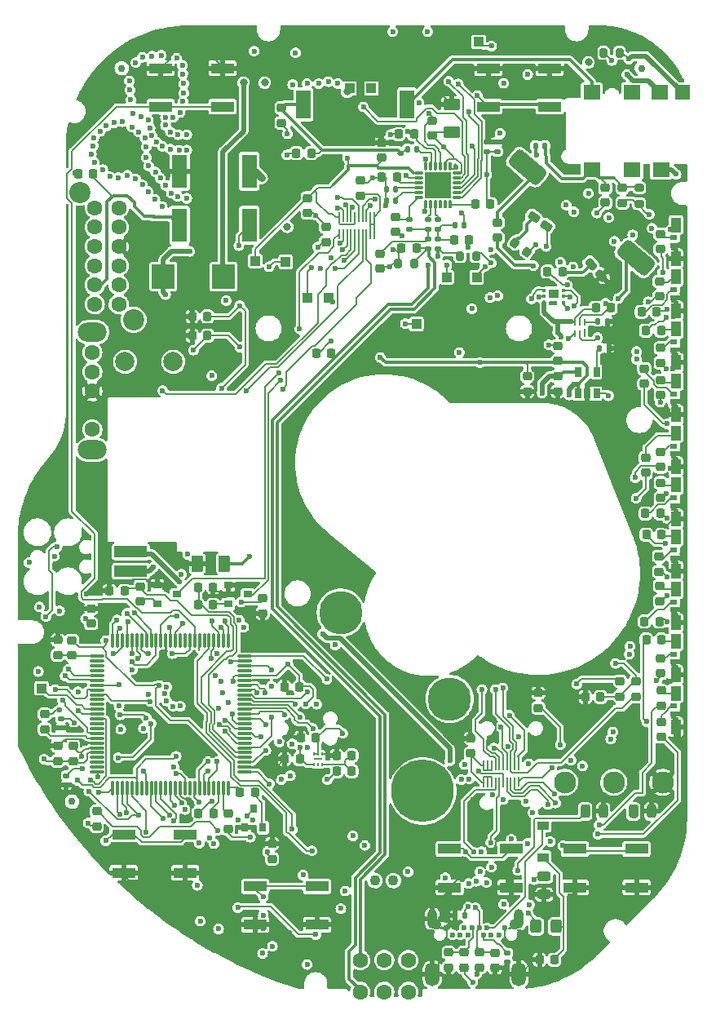
<source format=gbr>
G04 #@! TF.GenerationSoftware,KiCad,Pcbnew,6.0.2+dfsg-1*
G04 #@! TF.CreationDate,2022-08-23T15:38:09-04:00*
G04 #@! TF.ProjectId,RUSP_Mainboard,52555350-5f4d-4616-996e-626f6172642e,rev?*
G04 #@! TF.SameCoordinates,Original*
G04 #@! TF.FileFunction,Copper,L6,Bot*
G04 #@! TF.FilePolarity,Positive*
%FSLAX46Y46*%
G04 Gerber Fmt 4.6, Leading zero omitted, Abs format (unit mm)*
G04 Created by KiCad (PCBNEW 6.0.2+dfsg-1) date 2022-08-23 15:38:09*
%MOMM*%
%LPD*%
G01*
G04 APERTURE LIST*
G04 Aperture macros list*
%AMRoundRect*
0 Rectangle with rounded corners*
0 $1 Rounding radius*
0 $2 $3 $4 $5 $6 $7 $8 $9 X,Y pos of 4 corners*
0 Add a 4 corners polygon primitive as box body*
4,1,4,$2,$3,$4,$5,$6,$7,$8,$9,$2,$3,0*
0 Add four circle primitives for the rounded corners*
1,1,$1+$1,$2,$3*
1,1,$1+$1,$4,$5*
1,1,$1+$1,$6,$7*
1,1,$1+$1,$8,$9*
0 Add four rect primitives between the rounded corners*
20,1,$1+$1,$2,$3,$4,$5,0*
20,1,$1+$1,$4,$5,$6,$7,0*
20,1,$1+$1,$6,$7,$8,$9,0*
20,1,$1+$1,$8,$9,$2,$3,0*%
%AMFreePoly0*
4,1,10,0.140000,0.000000,0.121244,-0.070000,0.070000,-0.121244,0.000000,-0.140000,-0.070000,-0.121244,-0.121244,-0.070000,-0.140000,0.000000,-0.140000,0.710000,0.140000,0.710000,0.140000,0.000000,0.140000,0.000000,$1*%
G04 Aperture macros list end*
G04 #@! TA.AperFunction,EtchedComponent*
%ADD10C,0.010000*%
G04 #@! TD*
G04 #@! TA.AperFunction,ComponentPad*
%ADD11C,2.300000*%
G04 #@! TD*
G04 #@! TA.AperFunction,ComponentPad*
%ADD12C,6.500000*%
G04 #@! TD*
G04 #@! TA.AperFunction,ComponentPad*
%ADD13C,1.600000*%
G04 #@! TD*
G04 #@! TA.AperFunction,ComponentPad*
%ADD14C,0.600000*%
G04 #@! TD*
G04 #@! TA.AperFunction,ComponentPad*
%ADD15O,1.000000X2.000000*%
G04 #@! TD*
G04 #@! TA.AperFunction,ComponentPad*
%ADD16O,1.500000X2.500000*%
G04 #@! TD*
G04 #@! TA.AperFunction,ComponentPad*
%ADD17C,1.100000*%
G04 #@! TD*
G04 #@! TA.AperFunction,ComponentPad*
%ADD18C,2.000000*%
G04 #@! TD*
G04 #@! TA.AperFunction,SMDPad,CuDef*
%ADD19R,0.900000X0.800000*%
G04 #@! TD*
G04 #@! TA.AperFunction,SMDPad,CuDef*
%ADD20RoundRect,0.218750X-0.256250X0.218750X-0.256250X-0.218750X0.256250X-0.218750X0.256250X0.218750X0*%
G04 #@! TD*
G04 #@! TA.AperFunction,SMDPad,CuDef*
%ADD21RoundRect,0.218750X-0.218750X-0.256250X0.218750X-0.256250X0.218750X0.256250X-0.218750X0.256250X0*%
G04 #@! TD*
G04 #@! TA.AperFunction,SMDPad,CuDef*
%ADD22RoundRect,0.218750X0.218750X0.256250X-0.218750X0.256250X-0.218750X-0.256250X0.218750X-0.256250X0*%
G04 #@! TD*
G04 #@! TA.AperFunction,SMDPad,CuDef*
%ADD23RoundRect,0.218750X0.256250X-0.218750X0.256250X0.218750X-0.256250X0.218750X-0.256250X-0.218750X0*%
G04 #@! TD*
G04 #@! TA.AperFunction,SMDPad,CuDef*
%ADD24RoundRect,0.147500X0.172500X-0.147500X0.172500X0.147500X-0.172500X0.147500X-0.172500X-0.147500X0*%
G04 #@! TD*
G04 #@! TA.AperFunction,SMDPad,CuDef*
%ADD25RoundRect,0.147500X0.147500X0.172500X-0.147500X0.172500X-0.147500X-0.172500X0.147500X-0.172500X0*%
G04 #@! TD*
G04 #@! TA.AperFunction,SMDPad,CuDef*
%ADD26RoundRect,0.147500X-0.172500X0.147500X-0.172500X-0.147500X0.172500X-0.147500X0.172500X0.147500X0*%
G04 #@! TD*
G04 #@! TA.AperFunction,SMDPad,CuDef*
%ADD27RoundRect,0.225000X-0.250000X0.225000X-0.250000X-0.225000X0.250000X-0.225000X0.250000X0.225000X0*%
G04 #@! TD*
G04 #@! TA.AperFunction,SMDPad,CuDef*
%ADD28RoundRect,0.225000X-0.225000X-0.250000X0.225000X-0.250000X0.225000X0.250000X-0.225000X0.250000X0*%
G04 #@! TD*
G04 #@! TA.AperFunction,SMDPad,CuDef*
%ADD29R,1.600000X3.500000*%
G04 #@! TD*
G04 #@! TA.AperFunction,SMDPad,CuDef*
%ADD30R,2.400000X1.100000*%
G04 #@! TD*
G04 #@! TA.AperFunction,SMDPad,CuDef*
%ADD31R,1.000000X1.000000*%
G04 #@! TD*
G04 #@! TA.AperFunction,SMDPad,CuDef*
%ADD32R,1.600000X1.600000*%
G04 #@! TD*
G04 #@! TA.AperFunction,SMDPad,CuDef*
%ADD33R,1.800000X1.600000*%
G04 #@! TD*
G04 #@! TA.AperFunction,SMDPad,CuDef*
%ADD34RoundRect,0.243750X-0.243750X-0.456250X0.243750X-0.456250X0.243750X0.456250X-0.243750X0.456250X0*%
G04 #@! TD*
G04 #@! TA.AperFunction,SMDPad,CuDef*
%ADD35RoundRect,0.225000X0.225000X0.250000X-0.225000X0.250000X-0.225000X-0.250000X0.225000X-0.250000X0*%
G04 #@! TD*
G04 #@! TA.AperFunction,SMDPad,CuDef*
%ADD36R,0.800000X0.500000*%
G04 #@! TD*
G04 #@! TA.AperFunction,SMDPad,CuDef*
%ADD37R,1.000000X1.500000*%
G04 #@! TD*
G04 #@! TA.AperFunction,SMDPad,CuDef*
%ADD38RoundRect,0.250000X0.375000X0.625000X-0.375000X0.625000X-0.375000X-0.625000X0.375000X-0.625000X0*%
G04 #@! TD*
G04 #@! TA.AperFunction,SMDPad,CuDef*
%ADD39FreePoly0,90.000000*%
G04 #@! TD*
G04 #@! TA.AperFunction,SMDPad,CuDef*
%ADD40FreePoly0,0.000000*%
G04 #@! TD*
G04 #@! TA.AperFunction,SMDPad,CuDef*
%ADD41FreePoly0,270.000000*%
G04 #@! TD*
G04 #@! TA.AperFunction,SMDPad,CuDef*
%ADD42FreePoly0,180.000000*%
G04 #@! TD*
G04 #@! TA.AperFunction,SMDPad,CuDef*
%ADD43R,2.700000X2.700000*%
G04 #@! TD*
G04 #@! TA.AperFunction,SMDPad,CuDef*
%ADD44RoundRect,0.147500X-0.147500X-0.172500X0.147500X-0.172500X0.147500X0.172500X-0.147500X0.172500X0*%
G04 #@! TD*
G04 #@! TA.AperFunction,SMDPad,CuDef*
%ADD45RoundRect,0.212500X0.425571X-0.155068X-0.109734X0.439448X-0.425571X0.155068X0.109734X-0.439448X0*%
G04 #@! TD*
G04 #@! TA.AperFunction,SMDPad,CuDef*
%ADD46RoundRect,0.200000X-0.200000X-0.275000X0.200000X-0.275000X0.200000X0.275000X-0.200000X0.275000X0*%
G04 #@! TD*
G04 #@! TA.AperFunction,ComponentPad*
%ADD47O,3.000000X2.000000*%
G04 #@! TD*
G04 #@! TA.AperFunction,SMDPad,CuDef*
%ADD48R,1.500000X3.000000*%
G04 #@! TD*
G04 #@! TA.AperFunction,ComponentPad*
%ADD49C,4.500000*%
G04 #@! TD*
G04 #@! TA.AperFunction,SMDPad,CuDef*
%ADD50R,0.280000X0.850000*%
G04 #@! TD*
G04 #@! TA.AperFunction,SMDPad,CuDef*
%ADD51R,0.280000X0.750000*%
G04 #@! TD*
G04 #@! TA.AperFunction,SMDPad,CuDef*
%ADD52R,0.450000X0.300000*%
G04 #@! TD*
G04 #@! TA.AperFunction,SMDPad,CuDef*
%ADD53R,0.300000X0.300000*%
G04 #@! TD*
G04 #@! TA.AperFunction,SMDPad,CuDef*
%ADD54R,1.000000X0.950000*%
G04 #@! TD*
G04 #@! TA.AperFunction,SMDPad,CuDef*
%ADD55R,3.400000X1.200000*%
G04 #@! TD*
G04 #@! TA.AperFunction,SMDPad,CuDef*
%ADD56C,0.750000*%
G04 #@! TD*
G04 #@! TA.AperFunction,SMDPad,CuDef*
%ADD57R,0.650000X1.060000*%
G04 #@! TD*
G04 #@! TA.AperFunction,SMDPad,CuDef*
%ADD58RoundRect,0.243750X-0.456250X0.243750X-0.456250X-0.243750X0.456250X-0.243750X0.456250X0.243750X0*%
G04 #@! TD*
G04 #@! TA.AperFunction,SMDPad,CuDef*
%ADD59R,2.370000X2.550000*%
G04 #@! TD*
G04 #@! TA.AperFunction,SMDPad,CuDef*
%ADD60R,1.200000X0.900000*%
G04 #@! TD*
G04 #@! TA.AperFunction,SMDPad,CuDef*
%ADD61R,0.180000X1.100000*%
G04 #@! TD*
G04 #@! TA.AperFunction,SMDPad,CuDef*
%ADD62R,0.180000X1.000000*%
G04 #@! TD*
G04 #@! TA.AperFunction,SMDPad,CuDef*
%ADD63RoundRect,0.249999X0.325001X0.450001X-0.325001X0.450001X-0.325001X-0.450001X0.325001X-0.450001X0*%
G04 #@! TD*
G04 #@! TA.AperFunction,SMDPad,CuDef*
%ADD64R,0.800000X0.900000*%
G04 #@! TD*
G04 #@! TA.AperFunction,SMDPad,CuDef*
%ADD65RoundRect,0.250000X0.625000X-0.375000X0.625000X0.375000X-0.625000X0.375000X-0.625000X-0.375000X0*%
G04 #@! TD*
G04 #@! TA.AperFunction,SMDPad,CuDef*
%ADD66RoundRect,0.218750X-0.326168X-0.084438X0.032211X-0.335378X0.326168X0.084438X-0.032211X0.335378X0*%
G04 #@! TD*
G04 #@! TA.AperFunction,ComponentPad*
%ADD67C,2.200000*%
G04 #@! TD*
G04 #@! TA.AperFunction,SMDPad,CuDef*
%ADD68RoundRect,0.212500X0.449546X-0.055361X-0.205776X0.403500X-0.449546X0.055361X0.205776X-0.403500X0*%
G04 #@! TD*
G04 #@! TA.AperFunction,SMDPad,CuDef*
%ADD69R,0.940000X0.250000*%
G04 #@! TD*
G04 #@! TA.AperFunction,SMDPad,CuDef*
%ADD70R,0.180000X0.350000*%
G04 #@! TD*
G04 #@! TA.AperFunction,SMDPad,CuDef*
%ADD71RoundRect,0.070000X0.070000X-0.667500X0.070000X0.667500X-0.070000X0.667500X-0.070000X-0.667500X0*%
G04 #@! TD*
G04 #@! TA.AperFunction,SMDPad,CuDef*
%ADD72RoundRect,0.070000X0.667500X-0.070000X0.667500X0.070000X-0.667500X0.070000X-0.667500X-0.070000X0*%
G04 #@! TD*
G04 #@! TA.AperFunction,SMDPad,CuDef*
%ADD73RoundRect,0.500000X1.470460X-0.581159X-0.827673X1.347204X-1.470460X0.581159X0.827673X-1.347204X0*%
G04 #@! TD*
G04 #@! TA.AperFunction,SMDPad,CuDef*
%ADD74RoundRect,0.200000X0.200000X0.275000X-0.200000X0.275000X-0.200000X-0.275000X0.200000X-0.275000X0*%
G04 #@! TD*
G04 #@! TA.AperFunction,SMDPad,CuDef*
%ADD75RoundRect,0.200000X-0.275000X0.200000X-0.275000X-0.200000X0.275000X-0.200000X0.275000X0.200000X0*%
G04 #@! TD*
G04 #@! TA.AperFunction,ViaPad*
%ADD76C,0.600000*%
G04 #@! TD*
G04 #@! TA.AperFunction,ViaPad*
%ADD77C,0.800000*%
G04 #@! TD*
G04 #@! TA.AperFunction,Conductor*
%ADD78C,0.200000*%
G04 #@! TD*
G04 #@! TA.AperFunction,Conductor*
%ADD79C,0.500000*%
G04 #@! TD*
G04 #@! TA.AperFunction,Conductor*
%ADD80C,0.350000*%
G04 #@! TD*
G04 #@! TA.AperFunction,Conductor*
%ADD81C,0.180000*%
G04 #@! TD*
G04 #@! TA.AperFunction,Conductor*
%ADD82C,0.250000*%
G04 #@! TD*
G04 #@! TA.AperFunction,Conductor*
%ADD83C,0.750000*%
G04 #@! TD*
G04 APERTURE END LIST*
D10*
X167830000Y-83200000D02*
X167180000Y-83200000D01*
X167180000Y-83200000D02*
X167177383Y-83200069D01*
X167177383Y-83200069D02*
X167174774Y-83200274D01*
X167174774Y-83200274D02*
X167172178Y-83200616D01*
X167172178Y-83200616D02*
X167169604Y-83201093D01*
X167169604Y-83201093D02*
X167167059Y-83201704D01*
X167167059Y-83201704D02*
X167164549Y-83202447D01*
X167164549Y-83202447D02*
X167162082Y-83203321D01*
X167162082Y-83203321D02*
X167159663Y-83204323D01*
X167159663Y-83204323D02*
X167157300Y-83205450D01*
X167157300Y-83205450D02*
X167155000Y-83206699D01*
X167155000Y-83206699D02*
X167152768Y-83208066D01*
X167152768Y-83208066D02*
X167150611Y-83209549D01*
X167150611Y-83209549D02*
X167148534Y-83211143D01*
X167148534Y-83211143D02*
X167146543Y-83212843D01*
X167146543Y-83212843D02*
X167144645Y-83214645D01*
X167144645Y-83214645D02*
X167142843Y-83216543D01*
X167142843Y-83216543D02*
X167141143Y-83218534D01*
X167141143Y-83218534D02*
X167139549Y-83220611D01*
X167139549Y-83220611D02*
X167138066Y-83222768D01*
X167138066Y-83222768D02*
X167136699Y-83225000D01*
X167136699Y-83225000D02*
X167135450Y-83227300D01*
X167135450Y-83227300D02*
X167134323Y-83229663D01*
X167134323Y-83229663D02*
X167133321Y-83232082D01*
X167133321Y-83232082D02*
X167132447Y-83234549D01*
X167132447Y-83234549D02*
X167131704Y-83237059D01*
X167131704Y-83237059D02*
X167131093Y-83239604D01*
X167131093Y-83239604D02*
X167130616Y-83242178D01*
X167130616Y-83242178D02*
X167130274Y-83244774D01*
X167130274Y-83244774D02*
X167130069Y-83247383D01*
X167130069Y-83247383D02*
X167130000Y-83250000D01*
X167130000Y-83250000D02*
X167130000Y-83450000D01*
X167130000Y-83450000D02*
X167130069Y-83452617D01*
X167130069Y-83452617D02*
X167130274Y-83455226D01*
X167130274Y-83455226D02*
X167130616Y-83457822D01*
X167130616Y-83457822D02*
X167131093Y-83460396D01*
X167131093Y-83460396D02*
X167131704Y-83462941D01*
X167131704Y-83462941D02*
X167132447Y-83465451D01*
X167132447Y-83465451D02*
X167133321Y-83467918D01*
X167133321Y-83467918D02*
X167134323Y-83470337D01*
X167134323Y-83470337D02*
X167135450Y-83472700D01*
X167135450Y-83472700D02*
X167136699Y-83475000D01*
X167136699Y-83475000D02*
X167138066Y-83477232D01*
X167138066Y-83477232D02*
X167139549Y-83479389D01*
X167139549Y-83479389D02*
X167141143Y-83481466D01*
X167141143Y-83481466D02*
X167142843Y-83483457D01*
X167142843Y-83483457D02*
X167144645Y-83485355D01*
X167144645Y-83485355D02*
X167146543Y-83487157D01*
X167146543Y-83487157D02*
X167148534Y-83488857D01*
X167148534Y-83488857D02*
X167150611Y-83490451D01*
X167150611Y-83490451D02*
X167152768Y-83491934D01*
X167152768Y-83491934D02*
X167155000Y-83493301D01*
X167155000Y-83493301D02*
X167157300Y-83494550D01*
X167157300Y-83494550D02*
X167159663Y-83495677D01*
X167159663Y-83495677D02*
X167162082Y-83496679D01*
X167162082Y-83496679D02*
X167164549Y-83497553D01*
X167164549Y-83497553D02*
X167167059Y-83498296D01*
X167167059Y-83498296D02*
X167169604Y-83498907D01*
X167169604Y-83498907D02*
X167172178Y-83499384D01*
X167172178Y-83499384D02*
X167174774Y-83499726D01*
X167174774Y-83499726D02*
X167177383Y-83499931D01*
X167177383Y-83499931D02*
X167180000Y-83500000D01*
X167180000Y-83500000D02*
X167830000Y-83500000D01*
X167830000Y-83500000D02*
X167832617Y-83499931D01*
X167832617Y-83499931D02*
X167835226Y-83499726D01*
X167835226Y-83499726D02*
X167837822Y-83499384D01*
X167837822Y-83499384D02*
X167840396Y-83498907D01*
X167840396Y-83498907D02*
X167842941Y-83498296D01*
X167842941Y-83498296D02*
X167845451Y-83497553D01*
X167845451Y-83497553D02*
X167847918Y-83496679D01*
X167847918Y-83496679D02*
X167850337Y-83495677D01*
X167850337Y-83495677D02*
X167852700Y-83494550D01*
X167852700Y-83494550D02*
X167855000Y-83493301D01*
X167855000Y-83493301D02*
X167857232Y-83491934D01*
X167857232Y-83491934D02*
X167859389Y-83490451D01*
X167859389Y-83490451D02*
X167861466Y-83488857D01*
X167861466Y-83488857D02*
X167863457Y-83487157D01*
X167863457Y-83487157D02*
X167865355Y-83485355D01*
X167865355Y-83485355D02*
X167867157Y-83483457D01*
X167867157Y-83483457D02*
X167868857Y-83481466D01*
X167868857Y-83481466D02*
X167870451Y-83479389D01*
X167870451Y-83479389D02*
X167871934Y-83477232D01*
X167871934Y-83477232D02*
X167873301Y-83475000D01*
X167873301Y-83475000D02*
X167874550Y-83472700D01*
X167874550Y-83472700D02*
X167875677Y-83470337D01*
X167875677Y-83470337D02*
X167876679Y-83467918D01*
X167876679Y-83467918D02*
X167877553Y-83465451D01*
X167877553Y-83465451D02*
X167878296Y-83462941D01*
X167878296Y-83462941D02*
X167878907Y-83460396D01*
X167878907Y-83460396D02*
X167879384Y-83457822D01*
X167879384Y-83457822D02*
X167879726Y-83455226D01*
X167879726Y-83455226D02*
X167879931Y-83452617D01*
X167879931Y-83452617D02*
X167880000Y-83450000D01*
X167880000Y-83450000D02*
X167880000Y-83250000D01*
X167880000Y-83250000D02*
X167879931Y-83247383D01*
X167879931Y-83247383D02*
X167879726Y-83244774D01*
X167879726Y-83244774D02*
X167879384Y-83242178D01*
X167879384Y-83242178D02*
X167878907Y-83239604D01*
X167878907Y-83239604D02*
X167878296Y-83237059D01*
X167878296Y-83237059D02*
X167877553Y-83234549D01*
X167877553Y-83234549D02*
X167876679Y-83232082D01*
X167876679Y-83232082D02*
X167875677Y-83229663D01*
X167875677Y-83229663D02*
X167874550Y-83227300D01*
X167874550Y-83227300D02*
X167873301Y-83225000D01*
X167873301Y-83225000D02*
X167871934Y-83222768D01*
X167871934Y-83222768D02*
X167870451Y-83220611D01*
X167870451Y-83220611D02*
X167868857Y-83218534D01*
X167868857Y-83218534D02*
X167867157Y-83216543D01*
X167867157Y-83216543D02*
X167865355Y-83214645D01*
X167865355Y-83214645D02*
X167863457Y-83212843D01*
X167863457Y-83212843D02*
X167861466Y-83211143D01*
X167861466Y-83211143D02*
X167859389Y-83209549D01*
X167859389Y-83209549D02*
X167857232Y-83208066D01*
X167857232Y-83208066D02*
X167855000Y-83206699D01*
X167855000Y-83206699D02*
X167852700Y-83205450D01*
X167852700Y-83205450D02*
X167850337Y-83204323D01*
X167850337Y-83204323D02*
X167847918Y-83203321D01*
X167847918Y-83203321D02*
X167845451Y-83202447D01*
X167845451Y-83202447D02*
X167842941Y-83201704D01*
X167842941Y-83201704D02*
X167840396Y-83201093D01*
X167840396Y-83201093D02*
X167837822Y-83200616D01*
X167837822Y-83200616D02*
X167835226Y-83200274D01*
X167835226Y-83200274D02*
X167832617Y-83200069D01*
X167832617Y-83200069D02*
X167830000Y-83200000D01*
X167830000Y-83200000D02*
X167830000Y-83200000D01*
G36*
X167832617Y-83200069D02*
G01*
X167835226Y-83200274D01*
X167837822Y-83200616D01*
X167840396Y-83201093D01*
X167842941Y-83201704D01*
X167845451Y-83202447D01*
X167847918Y-83203321D01*
X167850337Y-83204323D01*
X167852700Y-83205450D01*
X167855000Y-83206699D01*
X167857232Y-83208066D01*
X167859389Y-83209549D01*
X167861466Y-83211143D01*
X167863457Y-83212843D01*
X167865355Y-83214645D01*
X167867157Y-83216543D01*
X167868857Y-83218534D01*
X167870451Y-83220611D01*
X167871934Y-83222768D01*
X167873301Y-83225000D01*
X167874550Y-83227300D01*
X167875677Y-83229663D01*
X167876679Y-83232082D01*
X167877553Y-83234549D01*
X167878296Y-83237059D01*
X167878907Y-83239604D01*
X167879384Y-83242178D01*
X167879726Y-83244774D01*
X167879931Y-83247383D01*
X167880000Y-83250000D01*
X167880000Y-83450000D01*
X167879931Y-83452617D01*
X167879726Y-83455226D01*
X167879384Y-83457822D01*
X167878907Y-83460396D01*
X167878296Y-83462941D01*
X167877553Y-83465451D01*
X167876679Y-83467918D01*
X167875677Y-83470337D01*
X167874550Y-83472700D01*
X167873301Y-83475000D01*
X167871934Y-83477232D01*
X167870451Y-83479389D01*
X167868857Y-83481466D01*
X167867157Y-83483457D01*
X167865355Y-83485355D01*
X167863457Y-83487157D01*
X167861466Y-83488857D01*
X167859389Y-83490451D01*
X167857232Y-83491934D01*
X167855000Y-83493301D01*
X167852700Y-83494550D01*
X167850337Y-83495677D01*
X167847918Y-83496679D01*
X167845451Y-83497553D01*
X167842941Y-83498296D01*
X167840396Y-83498907D01*
X167837822Y-83499384D01*
X167835226Y-83499726D01*
X167832617Y-83499931D01*
X167830000Y-83500000D01*
X167180000Y-83500000D01*
X167177383Y-83499931D01*
X167174774Y-83499726D01*
X167172178Y-83499384D01*
X167169604Y-83498907D01*
X167167059Y-83498296D01*
X167164549Y-83497553D01*
X167162082Y-83496679D01*
X167159663Y-83495677D01*
X167157300Y-83494550D01*
X167155000Y-83493301D01*
X167152768Y-83491934D01*
X167150611Y-83490451D01*
X167148534Y-83488857D01*
X167146543Y-83487157D01*
X167144645Y-83485355D01*
X167142843Y-83483457D01*
X167141143Y-83481466D01*
X167139549Y-83479389D01*
X167138066Y-83477232D01*
X167136699Y-83475000D01*
X167135450Y-83472700D01*
X167134323Y-83470337D01*
X167133321Y-83467918D01*
X167132447Y-83465451D01*
X167131704Y-83462941D01*
X167131093Y-83460396D01*
X167130616Y-83457822D01*
X167130274Y-83455226D01*
X167130069Y-83452617D01*
X167130000Y-83450000D01*
X167130000Y-83250000D01*
X167130069Y-83247383D01*
X167130274Y-83244774D01*
X167130616Y-83242178D01*
X167131093Y-83239604D01*
X167131704Y-83237059D01*
X167132447Y-83234549D01*
X167133321Y-83232082D01*
X167134323Y-83229663D01*
X167135450Y-83227300D01*
X167136699Y-83225000D01*
X167138066Y-83222768D01*
X167139549Y-83220611D01*
X167141143Y-83218534D01*
X167142843Y-83216543D01*
X167144645Y-83214645D01*
X167146543Y-83212843D01*
X167148534Y-83211143D01*
X167150611Y-83209549D01*
X167152768Y-83208066D01*
X167155000Y-83206699D01*
X167157300Y-83205450D01*
X167159663Y-83204323D01*
X167162082Y-83203321D01*
X167164549Y-83202447D01*
X167167059Y-83201704D01*
X167169604Y-83201093D01*
X167172178Y-83200616D01*
X167174774Y-83200274D01*
X167177383Y-83200069D01*
X167180000Y-83200000D01*
X167830000Y-83200000D01*
X167832617Y-83200069D01*
G37*
X167832617Y-83200069D02*
X167835226Y-83200274D01*
X167837822Y-83200616D01*
X167840396Y-83201093D01*
X167842941Y-83201704D01*
X167845451Y-83202447D01*
X167847918Y-83203321D01*
X167850337Y-83204323D01*
X167852700Y-83205450D01*
X167855000Y-83206699D01*
X167857232Y-83208066D01*
X167859389Y-83209549D01*
X167861466Y-83211143D01*
X167863457Y-83212843D01*
X167865355Y-83214645D01*
X167867157Y-83216543D01*
X167868857Y-83218534D01*
X167870451Y-83220611D01*
X167871934Y-83222768D01*
X167873301Y-83225000D01*
X167874550Y-83227300D01*
X167875677Y-83229663D01*
X167876679Y-83232082D01*
X167877553Y-83234549D01*
X167878296Y-83237059D01*
X167878907Y-83239604D01*
X167879384Y-83242178D01*
X167879726Y-83244774D01*
X167879931Y-83247383D01*
X167880000Y-83250000D01*
X167880000Y-83450000D01*
X167879931Y-83452617D01*
X167879726Y-83455226D01*
X167879384Y-83457822D01*
X167878907Y-83460396D01*
X167878296Y-83462941D01*
X167877553Y-83465451D01*
X167876679Y-83467918D01*
X167875677Y-83470337D01*
X167874550Y-83472700D01*
X167873301Y-83475000D01*
X167871934Y-83477232D01*
X167870451Y-83479389D01*
X167868857Y-83481466D01*
X167867157Y-83483457D01*
X167865355Y-83485355D01*
X167863457Y-83487157D01*
X167861466Y-83488857D01*
X167859389Y-83490451D01*
X167857232Y-83491934D01*
X167855000Y-83493301D01*
X167852700Y-83494550D01*
X167850337Y-83495677D01*
X167847918Y-83496679D01*
X167845451Y-83497553D01*
X167842941Y-83498296D01*
X167840396Y-83498907D01*
X167837822Y-83499384D01*
X167835226Y-83499726D01*
X167832617Y-83499931D01*
X167830000Y-83500000D01*
X167180000Y-83500000D01*
X167177383Y-83499931D01*
X167174774Y-83499726D01*
X167172178Y-83499384D01*
X167169604Y-83498907D01*
X167167059Y-83498296D01*
X167164549Y-83497553D01*
X167162082Y-83496679D01*
X167159663Y-83495677D01*
X167157300Y-83494550D01*
X167155000Y-83493301D01*
X167152768Y-83491934D01*
X167150611Y-83490451D01*
X167148534Y-83488857D01*
X167146543Y-83487157D01*
X167144645Y-83485355D01*
X167142843Y-83483457D01*
X167141143Y-83481466D01*
X167139549Y-83479389D01*
X167138066Y-83477232D01*
X167136699Y-83475000D01*
X167135450Y-83472700D01*
X167134323Y-83470337D01*
X167133321Y-83467918D01*
X167132447Y-83465451D01*
X167131704Y-83462941D01*
X167131093Y-83460396D01*
X167130616Y-83457822D01*
X167130274Y-83455226D01*
X167130069Y-83452617D01*
X167130000Y-83450000D01*
X167130000Y-83250000D01*
X167130069Y-83247383D01*
X167130274Y-83244774D01*
X167130616Y-83242178D01*
X167131093Y-83239604D01*
X167131704Y-83237059D01*
X167132447Y-83234549D01*
X167133321Y-83232082D01*
X167134323Y-83229663D01*
X167135450Y-83227300D01*
X167136699Y-83225000D01*
X167138066Y-83222768D01*
X167139549Y-83220611D01*
X167141143Y-83218534D01*
X167142843Y-83216543D01*
X167144645Y-83214645D01*
X167146543Y-83212843D01*
X167148534Y-83211143D01*
X167150611Y-83209549D01*
X167152768Y-83208066D01*
X167155000Y-83206699D01*
X167157300Y-83205450D01*
X167159663Y-83204323D01*
X167162082Y-83203321D01*
X167164549Y-83202447D01*
X167167059Y-83201704D01*
X167169604Y-83201093D01*
X167172178Y-83200616D01*
X167174774Y-83200274D01*
X167177383Y-83200069D01*
X167180000Y-83200000D01*
X167830000Y-83200000D01*
X167832617Y-83200069D01*
D11*
X178930000Y-133100000D03*
X173850000Y-133100000D03*
X168770000Y-133100000D03*
D12*
X154000000Y-134000000D03*
D13*
X147500000Y-154850000D03*
X150000000Y-154850000D03*
X152500000Y-154850000D03*
X147500000Y-151550000D03*
X150000000Y-151550000D03*
X152500000Y-151550000D03*
D14*
X162550000Y-148230000D03*
X161900000Y-148930000D03*
X161100000Y-148930000D03*
X160700000Y-148230000D03*
X160300000Y-148930000D03*
X159900000Y-148230000D03*
X159100000Y-148230000D03*
X158700000Y-148930000D03*
X158300000Y-148230000D03*
X157900000Y-148930000D03*
X157100000Y-148930000D03*
X156450000Y-148230000D03*
D15*
X164000000Y-147280000D03*
D16*
X164000000Y-153030000D03*
D15*
X155000000Y-147280000D03*
D16*
X155000000Y-153030000D03*
D17*
X163550000Y-147830000D03*
X155450000Y-147830000D03*
D18*
X128100000Y-89460000D03*
X123100000Y-89460000D03*
D19*
X133825000Y-114550000D03*
X133825000Y-112650000D03*
X135825000Y-113600000D03*
X126450000Y-114550000D03*
X126450000Y-112650000D03*
X128450000Y-113600000D03*
D20*
X161800000Y-75012500D03*
X161800000Y-76587500D03*
D21*
X130662500Y-112850000D03*
X132237500Y-112850000D03*
D22*
X132237500Y-114700000D03*
X130662500Y-114700000D03*
X123037500Y-113200000D03*
X121462500Y-113200000D03*
D23*
X124700000Y-114337500D03*
X124700000Y-112762500D03*
X119575000Y-116637500D03*
X119575000Y-115062500D03*
D24*
X160700000Y-67635000D03*
X160700000Y-66665000D03*
D23*
X149750000Y-68287500D03*
X149750000Y-66712500D03*
D25*
X151185000Y-72750000D03*
X150215000Y-72750000D03*
X151185000Y-71600000D03*
X150215000Y-71600000D03*
D26*
X154600000Y-74715000D03*
X154600000Y-75685000D03*
X155550000Y-74715000D03*
X155550000Y-75685000D03*
D27*
X149600000Y-78225000D03*
X149600000Y-79775000D03*
D28*
X157250000Y-76825000D03*
X158800000Y-76825000D03*
D22*
X153337500Y-77690000D03*
X151762500Y-77690000D03*
X144502500Y-88550000D03*
X142927500Y-88550000D03*
D20*
X142050000Y-72462500D03*
X142050000Y-74037500D03*
D29*
X136000000Y-75300000D03*
X136000000Y-69700000D03*
D30*
X129346000Y-138497000D03*
X122946000Y-138497000D03*
X129346000Y-142497000D03*
X122946000Y-142497000D03*
X126800000Y-63000000D03*
X133200000Y-63000000D03*
X126800000Y-59000000D03*
X133200000Y-59000000D03*
X156800000Y-140000000D03*
X163200000Y-140000000D03*
X156800000Y-144000000D03*
X163200000Y-144000000D03*
X143027000Y-143886000D03*
X136627000Y-143886000D03*
X143027000Y-147886000D03*
X136627000Y-147886000D03*
X160800000Y-63000000D03*
X167200000Y-63000000D03*
X167200000Y-59000000D03*
X160800000Y-59000000D03*
D31*
X159825000Y-56275000D03*
X142000000Y-82800000D03*
X144200000Y-82800000D03*
D32*
X180950000Y-61500000D03*
D33*
X171550000Y-69500000D03*
X175750000Y-69500000D03*
X178750000Y-69500000D03*
X171550000Y-61500000D03*
X175750000Y-61500000D03*
X178600000Y-61500000D03*
D31*
X136600000Y-79000000D03*
X139775000Y-79100000D03*
X148675000Y-61100000D03*
X156500000Y-80700000D03*
D20*
X176150000Y-122612500D03*
X176150000Y-124187500D03*
D31*
X153350000Y-85525000D03*
X146400000Y-61100000D03*
X159600000Y-80700000D03*
D34*
X170862500Y-136120000D03*
X172737500Y-136120000D03*
D23*
X166000000Y-125387500D03*
X166000000Y-123812500D03*
D22*
X172462500Y-124250000D03*
X170887500Y-124250000D03*
X141200000Y-123200000D03*
X139625000Y-123200000D03*
D20*
X137400000Y-113982500D03*
X137400000Y-115557500D03*
D23*
X116100000Y-130887500D03*
X116100000Y-129312500D03*
D22*
X131637500Y-84750000D03*
X130062500Y-84750000D03*
D23*
X138350000Y-141037500D03*
X138350000Y-139462500D03*
D35*
X167675000Y-151500000D03*
X166125000Y-151500000D03*
D36*
X180050000Y-109000000D03*
X180050000Y-109800000D03*
D37*
X180280000Y-107650000D03*
X180280000Y-111150000D03*
D38*
X133400000Y-110400000D03*
X130600000Y-110400000D03*
D17*
X149050000Y-143300000D03*
X150950000Y-143300000D03*
D39*
X153910000Y-72400000D03*
X153910000Y-71900000D03*
X153910000Y-71400000D03*
X153910000Y-70900000D03*
X153910000Y-70400000D03*
X153910000Y-69900000D03*
D40*
X154350000Y-69460000D03*
X154850000Y-69460000D03*
X155350000Y-69460000D03*
X155850000Y-69460000D03*
X156350000Y-69460000D03*
X156850000Y-69460000D03*
D41*
X157290000Y-69900000D03*
X157290000Y-70400000D03*
X157290000Y-70900000D03*
X157290000Y-71400000D03*
X157290000Y-71900000D03*
X157290000Y-72400000D03*
D42*
X156850000Y-72840000D03*
X156350000Y-72840000D03*
X155850000Y-72840000D03*
X155350000Y-72840000D03*
X154850000Y-72840000D03*
X154350000Y-72840000D03*
D43*
X155600000Y-71150000D03*
D20*
X177150000Y-99397500D03*
X177150000Y-100972500D03*
X178700000Y-91362500D03*
X178700000Y-92937500D03*
X177000000Y-90162500D03*
X177000000Y-91737500D03*
D22*
X178737500Y-86250000D03*
X177162500Y-86250000D03*
D20*
X178700000Y-88012500D03*
X178700000Y-89587500D03*
D21*
X176712500Y-84300000D03*
X178287500Y-84300000D03*
D20*
X178625000Y-112712500D03*
X178625000Y-114287500D03*
D21*
X177012500Y-116400000D03*
X178587500Y-116400000D03*
D22*
X178787500Y-118300000D03*
X177212500Y-118300000D03*
D20*
X178700000Y-120212500D03*
X178700000Y-121787500D03*
X178750000Y-123562500D03*
X178750000Y-125137500D03*
X178750000Y-126812500D03*
X178750000Y-128387500D03*
X178650000Y-76212500D03*
X178650000Y-77787500D03*
D22*
X178787500Y-107400000D03*
X177212500Y-107400000D03*
X168537500Y-80100000D03*
X166962500Y-80100000D03*
X161037500Y-73100000D03*
X159462500Y-73100000D03*
D24*
X152600000Y-75685000D03*
X152600000Y-74715000D03*
D21*
X151512500Y-65850000D03*
X153087500Y-65850000D03*
D44*
X157315000Y-75300000D03*
X158285000Y-75300000D03*
D23*
X117600000Y-119937500D03*
X117600000Y-118362500D03*
D25*
X173335000Y-88050000D03*
X172365000Y-88050000D03*
X173185000Y-85250000D03*
X172215000Y-85250000D03*
D23*
X168000000Y-89387500D03*
X168000000Y-87812500D03*
D22*
X132287500Y-136300000D03*
X130712500Y-136300000D03*
D23*
X133800000Y-137937500D03*
X133800000Y-136362500D03*
X158300000Y-152337500D03*
X158300000Y-150762500D03*
X159900000Y-152322500D03*
X159900000Y-150747500D03*
D25*
X158335000Y-146900000D03*
X157365000Y-146900000D03*
D26*
X162800000Y-150815000D03*
X162800000Y-151785000D03*
D23*
X117700000Y-130887500D03*
X117700000Y-129312500D03*
D44*
X152415000Y-67400000D03*
X153385000Y-67400000D03*
D26*
X154600000Y-76765000D03*
X154600000Y-77735000D03*
X155550000Y-76765000D03*
X155550000Y-77735000D03*
D45*
X172543669Y-80523805D03*
X171456331Y-79316195D03*
D46*
X157875000Y-78500000D03*
X159525000Y-78500000D03*
D20*
X139350000Y-63112500D03*
X139350000Y-64687500D03*
X174750000Y-71412500D03*
X174750000Y-72987500D03*
D35*
X142425000Y-67800000D03*
X140875000Y-67800000D03*
D27*
X172950000Y-71400000D03*
X172950000Y-72950000D03*
D24*
X161750000Y-67635000D03*
X161750000Y-66665000D03*
D23*
X143950000Y-77037500D03*
X143950000Y-75462500D03*
D20*
X161500000Y-150772500D03*
X161500000Y-152347500D03*
D22*
X173537500Y-83850000D03*
X171962500Y-83850000D03*
D47*
X119700000Y-86400000D03*
X119700000Y-98600000D03*
D13*
X119700000Y-96500000D03*
X119700000Y-92500000D03*
X119700000Y-90500000D03*
X119700000Y-88500000D03*
D30*
X176200000Y-140000000D03*
X169800000Y-140000000D03*
X169800000Y-144000000D03*
X176200000Y-144000000D03*
D48*
X152375000Y-62750000D03*
X141625000Y-62750000D03*
D31*
X114450000Y-123350000D03*
D49*
X145500000Y-115500000D03*
D29*
X128750000Y-75300000D03*
X128750000Y-69700000D03*
D49*
X156800000Y-124450000D03*
D20*
X178700000Y-102012500D03*
X178700000Y-103587500D03*
D21*
X177112500Y-105200000D03*
X178687500Y-105200000D03*
D50*
X170800000Y-86475000D03*
D51*
X170300000Y-86525000D03*
X169800000Y-86525000D03*
X169800000Y-85375000D03*
X170300000Y-85375000D03*
X170800000Y-85375000D03*
D52*
X168575000Y-82050000D03*
X168575000Y-82700000D03*
X168575000Y-83350000D03*
X166625000Y-83350000D03*
X166625000Y-82700000D03*
X166625000Y-82050000D03*
D53*
X167505000Y-83350000D03*
D54*
X167600000Y-82375000D03*
D55*
X123700000Y-111200000D03*
X123700000Y-109200000D03*
D56*
X117600000Y-135100000D03*
X122750000Y-59000000D03*
X176750000Y-59000000D03*
D21*
X118212500Y-69945000D03*
X119787500Y-69945000D03*
D20*
X168000000Y-90962500D03*
X168000000Y-92537500D03*
D23*
X164850000Y-92537500D03*
X164850000Y-90962500D03*
D57*
X172050000Y-92700000D03*
X171100000Y-92700000D03*
X170150000Y-92700000D03*
X170150000Y-90500000D03*
X172050000Y-90500000D03*
D20*
X151200000Y-74412500D03*
X151200000Y-75987500D03*
D58*
X166600000Y-142882500D03*
X166600000Y-144757500D03*
D59*
X133325000Y-80620000D03*
X127075000Y-80620000D03*
D34*
X175862500Y-136120000D03*
X177737500Y-136120000D03*
D60*
X166500000Y-140870000D03*
X166500000Y-137570000D03*
D23*
X147500000Y-72237500D03*
X147500000Y-70662500D03*
X159000000Y-130112500D03*
X159000000Y-128537500D03*
D61*
X163950000Y-133070000D03*
D62*
X163550000Y-133120000D03*
X163150000Y-133120000D03*
X162750000Y-133120000D03*
X162350000Y-133120000D03*
X161950000Y-133120000D03*
X161550000Y-133120000D03*
X161150000Y-133120000D03*
X160750000Y-133120000D03*
X160350000Y-133120000D03*
X160350000Y-131320000D03*
X160750000Y-131320000D03*
X161150000Y-131320000D03*
X161550000Y-131320000D03*
X161950000Y-131320000D03*
X162350000Y-131320000D03*
X162750000Y-131320000D03*
X163150000Y-131320000D03*
X163550000Y-131320000D03*
X163950000Y-131320000D03*
D61*
X145350000Y-74470000D03*
D62*
X145750000Y-74420000D03*
X146150000Y-74420000D03*
X146550000Y-74420000D03*
X146950000Y-74420000D03*
X147350000Y-74420000D03*
X147750000Y-74420000D03*
X148150000Y-74420000D03*
X148550000Y-74420000D03*
X148950000Y-74420000D03*
X148950000Y-76220000D03*
X148550000Y-76220000D03*
X148150000Y-76220000D03*
X147750000Y-76220000D03*
X147350000Y-76220000D03*
X146950000Y-76220000D03*
X146550000Y-76220000D03*
X146150000Y-76220000D03*
X145750000Y-76220000D03*
X145350000Y-76220000D03*
D63*
X167825000Y-148050000D03*
X165775000Y-148050000D03*
D20*
X178600000Y-81112500D03*
X178600000Y-82687500D03*
D22*
X131637500Y-86750000D03*
X130062500Y-86750000D03*
D64*
X137400000Y-137800000D03*
X135500000Y-137800000D03*
X136450000Y-135800000D03*
D22*
X136587500Y-134175000D03*
X135012500Y-134175000D03*
D24*
X117000000Y-133385000D03*
X117000000Y-132415000D03*
X116450000Y-127485000D03*
X116450000Y-126515000D03*
D65*
X157000000Y-65600000D03*
X157000000Y-62800000D03*
D66*
X163554918Y-77148309D03*
X164845082Y-78051691D03*
D67*
X118400000Y-71900000D03*
X124000000Y-85100000D03*
D13*
X119950000Y-73500000D03*
X119950000Y-75500000D03*
X119950000Y-77500000D03*
X119950000Y-79500000D03*
X119950000Y-81500000D03*
X119950000Y-83500000D03*
X122450000Y-73500000D03*
X122450000Y-75500000D03*
X122450000Y-77500000D03*
X122450000Y-79500000D03*
X122450000Y-81500000D03*
X122450000Y-83500000D03*
D20*
X178550000Y-109662500D03*
X178550000Y-111237500D03*
D23*
X174500000Y-124187500D03*
X174500000Y-122612500D03*
D20*
X156700000Y-150762500D03*
X156700000Y-152337500D03*
D22*
X151347500Y-70280000D03*
X149772500Y-70280000D03*
D20*
X120150000Y-136112500D03*
X120150000Y-137687500D03*
D23*
X154950000Y-65987500D03*
X154950000Y-64412500D03*
D68*
X166865561Y-75366031D03*
X165534439Y-74433969D03*
D23*
X116100000Y-119887500D03*
X116100000Y-118312500D03*
D21*
X145062500Y-130300000D03*
X146637500Y-130300000D03*
X139662500Y-130700000D03*
X141237500Y-130700000D03*
X141312500Y-128500000D03*
X142887500Y-128500000D03*
D22*
X146637500Y-131950000D03*
X145062500Y-131950000D03*
D69*
X143150000Y-130700000D03*
D70*
X142750000Y-130175000D03*
X143150000Y-130175000D03*
X143550000Y-130175000D03*
X143550000Y-131225000D03*
X143150000Y-131225000D03*
X142750000Y-131225000D03*
D20*
X178700000Y-98812500D03*
X178700000Y-100387500D03*
X114750000Y-126012500D03*
X114750000Y-127587500D03*
D25*
X166685000Y-67050000D03*
X165715000Y-67050000D03*
D36*
X180060000Y-103606428D03*
X180060000Y-104406428D03*
D37*
X180290000Y-102256428D03*
X180290000Y-105756428D03*
D36*
X180075000Y-87406428D03*
X180075000Y-88206428D03*
D37*
X180305000Y-86056428D03*
X180305000Y-89556428D03*
D71*
X133825000Y-133687500D03*
X133325000Y-133687500D03*
X132825000Y-133687500D03*
X132325000Y-133687500D03*
X131825000Y-133687500D03*
X131325000Y-133687500D03*
X130825000Y-133687500D03*
X130325000Y-133687500D03*
X129825000Y-133687500D03*
X129325000Y-133687500D03*
X128825000Y-133687500D03*
X128325000Y-133687500D03*
X127825000Y-133687500D03*
X127325000Y-133687500D03*
X126825000Y-133687500D03*
X126325000Y-133687500D03*
X125825000Y-133687500D03*
X125325000Y-133687500D03*
X124825000Y-133687500D03*
X124325000Y-133687500D03*
X123825000Y-133687500D03*
X123325000Y-133687500D03*
X122825000Y-133687500D03*
X122325000Y-133687500D03*
X121825000Y-133687500D03*
D72*
X120162500Y-132025000D03*
X120162500Y-131525000D03*
X120162500Y-131025000D03*
X120162500Y-130525000D03*
X120162500Y-130025000D03*
X120162500Y-129525000D03*
X120162500Y-129025000D03*
X120162500Y-128525000D03*
X120162500Y-128025000D03*
X120162500Y-127525000D03*
X120162500Y-127025000D03*
X120162500Y-126525000D03*
X120162500Y-126025000D03*
X120162500Y-125525000D03*
X120162500Y-125025000D03*
X120162500Y-124525000D03*
X120162500Y-124025000D03*
X120162500Y-123525000D03*
X120162500Y-123025000D03*
X120162500Y-122525000D03*
X120162500Y-122025000D03*
X120162500Y-121525000D03*
X120162500Y-121025000D03*
X120162500Y-120525000D03*
X120162500Y-120025000D03*
D71*
X121825000Y-118362500D03*
X122325000Y-118362500D03*
X122825000Y-118362500D03*
X123325000Y-118362500D03*
X123825000Y-118362500D03*
X124325000Y-118362500D03*
X124825000Y-118362500D03*
X125325000Y-118362500D03*
X125825000Y-118362500D03*
X126325000Y-118362500D03*
X126825000Y-118362500D03*
X127325000Y-118362500D03*
X127825000Y-118362500D03*
X128325000Y-118362500D03*
X128825000Y-118362500D03*
X129325000Y-118362500D03*
X129825000Y-118362500D03*
X130325000Y-118362500D03*
X130825000Y-118362500D03*
X131325000Y-118362500D03*
X131825000Y-118362500D03*
X132325000Y-118362500D03*
X132825000Y-118362500D03*
X133325000Y-118362500D03*
X133825000Y-118362500D03*
D72*
X135487500Y-120025000D03*
X135487500Y-120525000D03*
X135487500Y-121025000D03*
X135487500Y-121525000D03*
X135487500Y-122025000D03*
X135487500Y-122525000D03*
X135487500Y-123025000D03*
X135487500Y-123525000D03*
X135487500Y-124025000D03*
X135487500Y-124525000D03*
X135487500Y-125025000D03*
X135487500Y-125525000D03*
X135487500Y-126025000D03*
X135487500Y-126525000D03*
X135487500Y-127025000D03*
X135487500Y-127525000D03*
X135487500Y-128025000D03*
X135487500Y-128525000D03*
X135487500Y-129025000D03*
X135487500Y-129525000D03*
X135487500Y-130025000D03*
X135487500Y-130525000D03*
X135487500Y-131025000D03*
X135487500Y-131525000D03*
X135487500Y-132025000D03*
D36*
X180050000Y-98201428D03*
X180050000Y-99001428D03*
D37*
X180280000Y-96851428D03*
X180280000Y-100351428D03*
D36*
X180050000Y-82001428D03*
X180050000Y-82801428D03*
D37*
X180280000Y-80651428D03*
X180280000Y-84151428D03*
D36*
X180050000Y-119801428D03*
X180050000Y-120601428D03*
D37*
X180280000Y-118451428D03*
X180280000Y-121951428D03*
D73*
X176132498Y-78706677D03*
X164871644Y-69257699D03*
D36*
X180070000Y-92801428D03*
X180070000Y-93601428D03*
D37*
X180300000Y-91451428D03*
X180300000Y-94951428D03*
D36*
X180050000Y-76601428D03*
X180050000Y-77401428D03*
D37*
X180280000Y-75251428D03*
X180280000Y-78751428D03*
D36*
X180050000Y-125201428D03*
X180050000Y-126001428D03*
D37*
X180280000Y-123851428D03*
X180280000Y-127351428D03*
D74*
X153091428Y-79295000D03*
X151441428Y-79295000D03*
X174435000Y-57390000D03*
X172785000Y-57390000D03*
D36*
X180050000Y-114401428D03*
X180050000Y-115201428D03*
D37*
X180280000Y-113051428D03*
X180280000Y-116551428D03*
D75*
X176475000Y-71408572D03*
X176475000Y-73058572D03*
D76*
X119264658Y-137323290D03*
X116300000Y-115300000D03*
X114700000Y-130700000D03*
X179720450Y-100507414D03*
X180056788Y-84780504D03*
X118200000Y-127650000D03*
X126900000Y-119750489D03*
X138030758Y-117769230D03*
X140100000Y-123800000D03*
X147345121Y-121661222D03*
X144300000Y-125450000D03*
X169328814Y-144905570D03*
X138616501Y-132550022D03*
X140493982Y-119313200D03*
X168000000Y-145300000D03*
X124800000Y-143300000D03*
X149200000Y-66000000D03*
X180560011Y-128302177D03*
X135800000Y-118950000D03*
X173433530Y-92123688D03*
X157400000Y-90300000D03*
X161001039Y-65812546D03*
X167900000Y-59000000D03*
X140163596Y-148736404D03*
X127574936Y-70119523D03*
X145150000Y-147999998D03*
X159210606Y-134910606D03*
X157750000Y-130775000D03*
X179714697Y-122654751D03*
X165029876Y-82136144D03*
X170924990Y-82750000D03*
X173250010Y-87311079D03*
X179449990Y-94550000D03*
X127700003Y-57299997D03*
X160800000Y-122900000D03*
X133500000Y-113699982D03*
X126350000Y-82650000D03*
X119249990Y-115100000D03*
X129988909Y-83888909D03*
X119100000Y-113570000D03*
X166350000Y-123000000D03*
X119030876Y-129070014D03*
X145006655Y-123407362D03*
X117275000Y-109600000D03*
X128650000Y-127360000D03*
X167100000Y-81100000D03*
X162897865Y-143357657D03*
X137399998Y-122731837D03*
X158100000Y-143199996D03*
X155800000Y-61600000D03*
X155600000Y-145800000D03*
X137450010Y-148300000D03*
X166492576Y-81449990D03*
X179300000Y-106525000D03*
X127200000Y-112850000D03*
X159500034Y-136300000D03*
X129100000Y-110400000D03*
X179997593Y-90164786D03*
X129895340Y-136921118D03*
X126110112Y-122363296D03*
X180688918Y-77331086D03*
X157449937Y-69258906D03*
X172822809Y-92125535D03*
X137720328Y-129799098D03*
X159485576Y-146111532D03*
X136400000Y-137000000D03*
X137378476Y-150856308D03*
X132800000Y-148300000D03*
X134846859Y-136977937D03*
X163200000Y-138999998D03*
X119342673Y-134025514D03*
X113122343Y-110293032D03*
X162835228Y-129362576D03*
X114200000Y-114899996D03*
X124500000Y-136500000D03*
X123850762Y-121400000D03*
X158833456Y-132738725D03*
X116050000Y-108650000D03*
X146750000Y-138650000D03*
X125307886Y-138244710D03*
X162321155Y-123293956D03*
X114883338Y-115897623D03*
X163007305Y-126140012D03*
X127192601Y-123923178D03*
X118150000Y-132900000D03*
X128400000Y-130400000D03*
X158349989Y-131249989D03*
X129600000Y-109450000D03*
X116319319Y-125578640D03*
X134800000Y-146100000D03*
X159600000Y-153000000D03*
X142900000Y-148886012D03*
X159200000Y-153850000D03*
X116600000Y-124600000D03*
X128950000Y-111500000D03*
D77*
X135400000Y-60499992D03*
X137600000Y-60500000D03*
X171200000Y-58400000D03*
D76*
X150900000Y-55200000D03*
X158014427Y-132813160D03*
X141293468Y-129498388D03*
X145951735Y-144368233D03*
X128450000Y-115850000D03*
X119000000Y-116120000D03*
X126000000Y-110800000D03*
X144917713Y-118850011D03*
X142000000Y-152000000D03*
X114100000Y-121600000D03*
X161394989Y-129531161D03*
X159100000Y-83950000D03*
X174013731Y-120753344D03*
X141850000Y-124950000D03*
X128426138Y-132198305D03*
X115754055Y-109644213D03*
X165500000Y-79500000D03*
X140010000Y-120830000D03*
X145827215Y-78971078D03*
X127420519Y-123209170D03*
X135158125Y-114394305D03*
X138081782Y-133256773D03*
X130900000Y-147500000D03*
X138400000Y-150100000D03*
X118598468Y-130376300D03*
X134295976Y-122605775D03*
X143100000Y-77550004D03*
X137894061Y-140318967D03*
X136500000Y-57220000D03*
X167100000Y-87700000D03*
X172999998Y-83400000D03*
X168388130Y-86863865D03*
X168000000Y-86400000D03*
X137450010Y-146885986D03*
X164953238Y-146660513D03*
X160100000Y-140299982D03*
X166400000Y-92700000D03*
X165700000Y-77300000D03*
X145700000Y-128000000D03*
X128161149Y-131497209D03*
X159807055Y-131899437D03*
X168293989Y-129208897D03*
X164850012Y-139430015D03*
X138300000Y-123100000D03*
X125000000Y-127500000D03*
X165100000Y-145825000D03*
X129322965Y-135915687D03*
X122653197Y-127600000D03*
X117800000Y-126900000D03*
X133185393Y-123776793D03*
X132100000Y-90900000D03*
X135419058Y-116995405D03*
X133591949Y-83108051D03*
X136000000Y-109700000D03*
X132619368Y-119759332D03*
D77*
X139950000Y-75450000D03*
D76*
X152300000Y-70150000D03*
X150900000Y-77800000D03*
X158725000Y-77575000D03*
X172072484Y-74027516D03*
X129800000Y-78000000D03*
X127300000Y-64100000D03*
X161108051Y-77816949D03*
X129200000Y-60600000D03*
X126750000Y-70400000D03*
X154200000Y-73850000D03*
X127000000Y-67100002D03*
X177548055Y-74168047D03*
X119600000Y-67900000D03*
X125300000Y-67150000D03*
X125300000Y-68250000D03*
X157800000Y-88500000D03*
X123900000Y-63700000D03*
X122850000Y-64550000D03*
X129100000Y-62450000D03*
X119900000Y-68750000D03*
X129500000Y-72500000D03*
X127300000Y-71150000D03*
X119850000Y-66200000D03*
X125500000Y-71800000D03*
X123700000Y-62250000D03*
X125150000Y-66200000D03*
X168294427Y-79137079D03*
X123550000Y-60300000D03*
X164900000Y-59650000D03*
X123350000Y-70100000D03*
X122000000Y-64650000D03*
X124800000Y-64000000D03*
X126349997Y-66649997D03*
X127800000Y-65600000D03*
X125700000Y-65200000D03*
X127900000Y-71950000D03*
X124900000Y-57850000D03*
X126250000Y-69750000D03*
X128100000Y-64100000D03*
X139950000Y-65800000D03*
X150600000Y-79600000D03*
X122400000Y-70350000D03*
X119800000Y-67050000D03*
X129092582Y-59600011D03*
X144508131Y-78644408D03*
X129200000Y-61550000D03*
X125550000Y-69150000D03*
X129050000Y-58700000D03*
X151890000Y-76414980D03*
X127300000Y-64900000D03*
X123600000Y-61250000D03*
X128600000Y-65900000D03*
X161100000Y-79200000D03*
X126850000Y-57650000D03*
X158052903Y-74057853D03*
X128700000Y-67500000D03*
X142850000Y-74250000D03*
X125500000Y-64400000D03*
X124200000Y-70500000D03*
X148800000Y-70400000D03*
X121500000Y-70250000D03*
X128800000Y-63600000D03*
X125900000Y-66000000D03*
X150200000Y-73300000D03*
X153613589Y-62563589D03*
X129500000Y-67500000D03*
X128550000Y-72300000D03*
X126950000Y-73350000D03*
X121150000Y-65000000D03*
X120500000Y-65550000D03*
X120777856Y-69534553D03*
X128450000Y-57950000D03*
X124206000Y-58420000D03*
X154500000Y-55200000D03*
X127800000Y-67400000D03*
X124500000Y-65600000D03*
X144450000Y-87350000D03*
X129500000Y-65900000D03*
X139900000Y-68000000D03*
X123800000Y-65100000D03*
X124900000Y-71100000D03*
X138050000Y-79600000D03*
X127300000Y-82500000D03*
X125900000Y-57750000D03*
X173650000Y-58200000D03*
X126200000Y-72600000D03*
X144884826Y-79784826D03*
X162400000Y-60550000D03*
X137300000Y-70400000D03*
X155543243Y-78543235D03*
X154562516Y-79399991D03*
X175400000Y-58050000D03*
X162040000Y-65750000D03*
X151800000Y-67850014D03*
X123829393Y-119744520D03*
X161224675Y-134423621D03*
X158740008Y-146030006D03*
X140456670Y-137969779D03*
X158770461Y-143603692D03*
X134100000Y-120581969D03*
X163934989Y-128375512D03*
X125300000Y-126400000D03*
X122600000Y-126100000D03*
X154350014Y-68400000D03*
X165800000Y-68000000D03*
X169744537Y-83656374D03*
X169270000Y-82780000D03*
X169063024Y-83969516D03*
X169099999Y-87100000D03*
X166040002Y-82740000D03*
X165296510Y-82927686D03*
X172150000Y-86950000D03*
X144100000Y-132800000D03*
X124443170Y-120214188D03*
X117900000Y-69900000D03*
X142498411Y-140199500D03*
X145200000Y-72400000D03*
X161058506Y-139396453D03*
X121100000Y-118400000D03*
X126659771Y-123046743D03*
X133088365Y-122600000D03*
X133489115Y-116371564D03*
X161569672Y-123467491D03*
X132076788Y-120277140D03*
X170000000Y-122900000D03*
X160150000Y-123450000D03*
X169001256Y-81497498D03*
X119488332Y-132850500D03*
X172210082Y-138488090D03*
X127050000Y-136850000D03*
X162395214Y-145747381D03*
X145500000Y-146200000D03*
X178300000Y-122550000D03*
X128159181Y-137111213D03*
X163875000Y-142225000D03*
X128960399Y-135259715D03*
X179329998Y-116470000D03*
X156350000Y-143000000D03*
X152486495Y-142379670D03*
X125700000Y-124710980D03*
X179329986Y-111750000D03*
X165550010Y-143199988D03*
X179329988Y-105702517D03*
X134249988Y-125975911D03*
X139669659Y-126076728D03*
X176063844Y-101494398D03*
X141240902Y-126313333D03*
X179376670Y-95900412D03*
X175950000Y-136550000D03*
X136816718Y-123805350D03*
X179250032Y-90225372D03*
X127750000Y-117000000D03*
X179329988Y-84050605D03*
X178925000Y-80175000D03*
X129119748Y-116616916D03*
X124084589Y-115549990D03*
X123800000Y-120600000D03*
X168569806Y-139669806D03*
X123272314Y-136238774D03*
X159676302Y-61840422D03*
X128000000Y-119750489D03*
X122540351Y-136399970D03*
X137450010Y-144999979D03*
X120361717Y-134146580D03*
X158459422Y-140288341D03*
X121099243Y-139157793D03*
X120300000Y-132525000D03*
X132150009Y-116325031D03*
X148000000Y-139650000D03*
X131700000Y-131900000D03*
X138280932Y-126331901D03*
X141225000Y-86050000D03*
X133442236Y-127800004D03*
X145705719Y-77871067D03*
X132892226Y-127141328D03*
X145400010Y-77186187D03*
X138300000Y-121400000D03*
X128838265Y-125198765D03*
X144050000Y-122400000D03*
X133076751Y-116998042D03*
X162100000Y-127339987D03*
X134939137Y-116266574D03*
X125537120Y-119778161D03*
X135700000Y-92500000D03*
X116870570Y-122056301D03*
X117199979Y-121382500D03*
X127000000Y-92449500D03*
X157691706Y-60633658D03*
X128750000Y-112250000D03*
X169400000Y-130800000D03*
X162362500Y-134887500D03*
X173530780Y-128597383D03*
X167250000Y-139250000D03*
X165441537Y-136248857D03*
X173748741Y-127879741D03*
X159575000Y-143375000D03*
X167000000Y-135400000D03*
X159941967Y-142381293D03*
X167799600Y-135249447D03*
X160625000Y-143500000D03*
X167400000Y-131600000D03*
X161150000Y-141900000D03*
X167663993Y-134336007D03*
X179200000Y-108300000D03*
X133459342Y-126650515D03*
X142041328Y-123724400D03*
X175455700Y-119809627D03*
X177800000Y-75600000D03*
X172312635Y-137550095D03*
X127716214Y-136506618D03*
X139323945Y-132799102D03*
X131700000Y-130949500D03*
X166800000Y-77500000D03*
X173291498Y-92987511D03*
X128238556Y-135461444D03*
X177249990Y-126800000D03*
X179329984Y-113700000D03*
X122600000Y-117100000D03*
X177417666Y-83254074D03*
X122250010Y-116250000D03*
X137596545Y-123831848D03*
X179300000Y-84900008D03*
X178661080Y-93658913D03*
X140749989Y-124996413D03*
X176160456Y-103639544D03*
X142582862Y-127510040D03*
X137700000Y-127100000D03*
X179260872Y-103112230D03*
X161150000Y-56700000D03*
X148675000Y-60975000D03*
X156500000Y-79400000D03*
X139274732Y-91397883D03*
X139100000Y-90600000D03*
X152200000Y-85500000D03*
X169700000Y-91800000D03*
X169200000Y-92900000D03*
X149600000Y-89000000D03*
X159950001Y-89549999D03*
X175518747Y-118968748D03*
X143599070Y-117700928D03*
X165002967Y-131177396D03*
X156815005Y-130857162D03*
X140252343Y-132414535D03*
X132650498Y-130949500D03*
X169600000Y-79600000D03*
X118275623Y-125647791D03*
X137200000Y-128400000D03*
X135019982Y-87930018D03*
X115830737Y-123478434D03*
X130200000Y-88250000D03*
D77*
X136700000Y-79000000D03*
D76*
X156210000Y-67200000D03*
X170600000Y-131400000D03*
X150698584Y-65851416D03*
X160650051Y-70028957D03*
X146200000Y-68350000D03*
X130800000Y-135120002D03*
X164745202Y-135085968D03*
X133100000Y-92200000D03*
X122475500Y-123000000D03*
X135000000Y-83650000D03*
X135750000Y-136550002D03*
X125800000Y-127000000D03*
X122400000Y-130549500D03*
X118624056Y-131703277D03*
X123436998Y-116463002D03*
X127400000Y-124661480D03*
X123303101Y-115551993D03*
X180300000Y-70000000D03*
X175200000Y-59650000D03*
X132828975Y-125383842D03*
X122475500Y-125198698D03*
X139462186Y-92284259D03*
X125017385Y-131952356D03*
X134911444Y-77411444D03*
X168900000Y-73200000D03*
X142000000Y-60600000D03*
X169700000Y-73900000D03*
X140500000Y-60700000D03*
X171200000Y-72000000D03*
X144200000Y-60400000D03*
X143200000Y-60600000D03*
X173325688Y-74503608D03*
X145200000Y-60600000D03*
X175799991Y-76299990D03*
X173900000Y-76950000D03*
X140800000Y-57400000D03*
X161800000Y-82600000D03*
X176200000Y-88400000D03*
X161000000Y-82800000D03*
X176200000Y-89200004D03*
X142431908Y-79681908D03*
X144626416Y-83226416D03*
X160457307Y-79585616D03*
D77*
X146152873Y-61447127D03*
D76*
X145145765Y-73482225D03*
X146000000Y-73200000D03*
X146710971Y-73438790D03*
X149050000Y-72600000D03*
X143403799Y-79785729D03*
X148588909Y-73288909D03*
X132739257Y-138075000D03*
X136100000Y-138799988D03*
X132100000Y-135100016D03*
X121838556Y-119738556D03*
X128088862Y-125210980D03*
X152450002Y-65582859D03*
X154650000Y-63700000D03*
X179750000Y-75750000D03*
X158799989Y-63545732D03*
X159111086Y-67088918D03*
X156700000Y-60350000D03*
X147848584Y-63001416D03*
X174300000Y-82900000D03*
X130809699Y-139411025D03*
X139115237Y-128915237D03*
X133800000Y-124800000D03*
X125542672Y-123978178D03*
X118200000Y-123700000D03*
X132500000Y-122030500D03*
X159298924Y-140350011D03*
X140440000Y-129100000D03*
X131913682Y-138840539D03*
X143000000Y-125000000D03*
X132331350Y-139463479D03*
X142042969Y-129500098D03*
X130600000Y-143800000D03*
X141572779Y-142725149D03*
D78*
X114700000Y-130700000D02*
X114950000Y-130950000D01*
X119149999Y-130149999D02*
X119299998Y-130000000D01*
X118797879Y-131099998D02*
X119149999Y-130747878D01*
X118200000Y-131099998D02*
X118797879Y-131099998D01*
X117150000Y-130950000D02*
X117600000Y-130500000D01*
X120175000Y-137600000D02*
X119541368Y-137600000D01*
X117700000Y-130599998D02*
X118200000Y-131099998D01*
X119541368Y-137600000D02*
X119264658Y-137323290D01*
X119149999Y-130747878D02*
X119149999Y-130149999D01*
X119299998Y-130000000D02*
X120100000Y-130000000D01*
X114950000Y-130950000D02*
X117150000Y-130950000D01*
X117700000Y-130585000D02*
X117700000Y-130599998D01*
X161715000Y-66665000D02*
X161750000Y-66700000D01*
X160700000Y-66665000D02*
X161715000Y-66665000D01*
X180280000Y-105750000D02*
X180075000Y-105750000D01*
X129277811Y-134800000D02*
X129608153Y-134800000D01*
X136300000Y-147900000D02*
X138985996Y-147900000D01*
X179300000Y-106525000D02*
X180075000Y-105750000D01*
X180050000Y-99050000D02*
X180050000Y-100177864D01*
X129346000Y-142497000D02*
X125603000Y-142497000D01*
D79*
X171100000Y-92700000D02*
X171100000Y-92074998D01*
D78*
X116450000Y-127485000D02*
X118035000Y-127485000D01*
X122900000Y-142700000D02*
X123500000Y-143300000D01*
X127700003Y-58099997D02*
X126900000Y-58900000D01*
X125603000Y-142497000D02*
X124800000Y-143300000D01*
X157600004Y-143199996D02*
X158100000Y-143199996D01*
X161500000Y-152347500D02*
X162237500Y-152347500D01*
X180280000Y-77680000D02*
X180050000Y-77450000D01*
X160700000Y-66665000D02*
X161001039Y-66363961D01*
X123500000Y-143300000D02*
X124800000Y-143300000D01*
X143625000Y-130175000D02*
X145075000Y-130175000D01*
X143620000Y-130180000D02*
X143625000Y-130175000D01*
D80*
X155605805Y-145794195D02*
X155600000Y-145800000D01*
D78*
X180280000Y-128022166D02*
X180560011Y-128302177D01*
X180300000Y-94950000D02*
X180300000Y-93800000D01*
X159000000Y-126600000D02*
X159499991Y-126100009D01*
X180280000Y-104580000D02*
X180100000Y-104400000D01*
X139625000Y-123325000D02*
X140100000Y-123800000D01*
X161600000Y-127617114D02*
X161550489Y-127567603D01*
X154900000Y-153100000D02*
X155700000Y-152300000D01*
X126900000Y-119750489D02*
X127300000Y-119350489D01*
X139700000Y-128986275D02*
X139700000Y-129235998D01*
X119575000Y-115365000D02*
X119310000Y-115100000D01*
X160700010Y-128799990D02*
X161600000Y-127900000D01*
X180280000Y-127350000D02*
X180280000Y-128022166D01*
X169800000Y-144000000D02*
X169800000Y-144434384D01*
X179849990Y-94950000D02*
X179449990Y-94550000D01*
X162500000Y-149194273D02*
X164000000Y-150694273D01*
X158525000Y-128537500D02*
X157750000Y-129312500D01*
X161950000Y-130525012D02*
X161506151Y-130081163D01*
X173335000Y-87396069D02*
X173250010Y-87311079D01*
X165600000Y-151500000D02*
X164200000Y-152900000D01*
X159000000Y-128537500D02*
X159000000Y-126600000D01*
X116150000Y-129400000D02*
X116925010Y-128624990D01*
X119310000Y-115100000D02*
X119249990Y-115100000D01*
X180280000Y-78750000D02*
X180280000Y-77680000D01*
X127700003Y-57299997D02*
X127700003Y-58099997D01*
X180300000Y-89550000D02*
X179997593Y-89852407D01*
X157248843Y-69460000D02*
X157449937Y-69258906D01*
D79*
X172822809Y-91897807D02*
X172822809Y-92125535D01*
D78*
X128000002Y-56999998D02*
X127700003Y-57299997D01*
X119100000Y-113570000D02*
X120220000Y-112450000D01*
X161506151Y-130081163D02*
X161132669Y-130081163D01*
X159200000Y-128562500D02*
X159125000Y-128487500D01*
X139625000Y-123200000D02*
X139625000Y-123325000D01*
X157365000Y-147335000D02*
X156500000Y-148200000D01*
D81*
X143550000Y-130175000D02*
X143615000Y-130175000D01*
D78*
X180300000Y-93800000D02*
X180150000Y-93650000D01*
X161608507Y-139291493D02*
X163600000Y-137300000D01*
X180280000Y-84557292D02*
X180056788Y-84780504D01*
X160794505Y-139946454D02*
X161322507Y-139946454D01*
X155700000Y-150300000D02*
X156500000Y-149500000D01*
X180280000Y-105750000D02*
X180280000Y-104580000D01*
X136100000Y-137800000D02*
X137800000Y-139500000D01*
X167550000Y-124200000D02*
X170700000Y-124200000D01*
D79*
X172824656Y-92123688D02*
X172822809Y-92125535D01*
D78*
X129988909Y-83888909D02*
X129988909Y-84638909D01*
X119100890Y-129000000D02*
X119030876Y-129070014D01*
X156800000Y-144000000D02*
X157600004Y-143199996D01*
X132060000Y-113275000D02*
X133075018Y-113275000D01*
X138616501Y-131783499D02*
X139700000Y-130700000D01*
D82*
X160675001Y-58924999D02*
X160600000Y-59000000D01*
D78*
X163200000Y-143659792D02*
X162897865Y-143357657D01*
X166600000Y-144757500D02*
X167457500Y-144757500D01*
X123825428Y-112050000D02*
X125250000Y-112050000D01*
D79*
X171100000Y-92074998D02*
X171404999Y-91769999D01*
D78*
X149850000Y-66650000D02*
X149200000Y-66000000D01*
X180070000Y-88200000D02*
X180070000Y-89270000D01*
X162237500Y-152347500D02*
X162800000Y-151785000D01*
X162500000Y-148555000D02*
X162500000Y-149194273D01*
X180280000Y-77740004D02*
X180688918Y-77331086D01*
X161550489Y-127567603D02*
X161550489Y-127112371D01*
X161600000Y-126500506D02*
X160800000Y-125700506D01*
X180280000Y-111150000D02*
X180280000Y-111399986D01*
X180280000Y-115430000D02*
X180050000Y-115200000D01*
X140175998Y-128439998D02*
X139973167Y-128642829D01*
X166415000Y-151500000D02*
X165600000Y-151500000D01*
D82*
X167400000Y-59000000D02*
X167324999Y-58924999D01*
D78*
X133825000Y-113374982D02*
X133500000Y-113699982D01*
D81*
X143615000Y-130175000D02*
X143620000Y-130180000D01*
D78*
X141335998Y-150250002D02*
X138985996Y-147900000D01*
X179720450Y-100507414D02*
X180050000Y-100177864D01*
X180050000Y-110950000D02*
X180250000Y-111150000D01*
X180300000Y-94950000D02*
X179849990Y-94950000D01*
X156850000Y-69460000D02*
X157248843Y-69460000D01*
X129608153Y-134800000D02*
X129895340Y-135087187D01*
X141312500Y-128500000D02*
X141252498Y-128439998D01*
X180280000Y-121950000D02*
X179714697Y-122515303D01*
X161322507Y-139946454D02*
X161608507Y-139660454D01*
X180070000Y-89270000D02*
X180250000Y-89450000D01*
X159250000Y-134950000D02*
X159250000Y-138401949D01*
X139973167Y-128642829D02*
X139973167Y-128713108D01*
X159885998Y-122900000D02*
X160800000Y-122900000D01*
X179997593Y-89852407D02*
X179997593Y-90164786D01*
X123425428Y-112450000D02*
X123825428Y-112050000D01*
X162700000Y-148355000D02*
X162500000Y-148555000D01*
X161600000Y-127062860D02*
X161600000Y-126500506D01*
D80*
X156600000Y-144546677D02*
X155605805Y-145540872D01*
D78*
X157000000Y-62800000D02*
X155800000Y-61600000D01*
X127894459Y-69800000D02*
X127574936Y-70119523D01*
D81*
X161950000Y-131320000D02*
X161950000Y-130525012D01*
D78*
X159250000Y-138401949D02*
X160794505Y-139946454D01*
X135500000Y-137800000D02*
X136100000Y-137800000D01*
X161132669Y-130081163D02*
X160700010Y-129648504D01*
X141252498Y-128439998D02*
X140175998Y-128439998D01*
X120200000Y-129000000D02*
X119100890Y-129000000D01*
X145150000Y-147999998D02*
X142899996Y-150250002D01*
X169800000Y-144434384D02*
X169328814Y-144905570D01*
X135450000Y-122500000D02*
X137168161Y-122500000D01*
D79*
X172695001Y-91769999D02*
X172822809Y-91897807D01*
D78*
X167457500Y-144757500D02*
X168000000Y-145300000D01*
X118585852Y-128624990D02*
X119030876Y-129070014D01*
X166350000Y-123000000D02*
X167550000Y-124200000D01*
X180280000Y-84150000D02*
X180280000Y-84557292D01*
X159210606Y-134910606D02*
X159250000Y-134950000D01*
X167400000Y-59000000D02*
X167900000Y-59000000D01*
X159125000Y-128500000D02*
X159175000Y-128550000D01*
X180050000Y-127250000D02*
X180350000Y-127550000D01*
X180280000Y-84150000D02*
X180280000Y-82880000D01*
X120220000Y-112450000D02*
X123425428Y-112450000D01*
X128800000Y-134462230D02*
X129047974Y-134710204D01*
X159499991Y-123286007D02*
X159885998Y-122900000D01*
X127300000Y-119350489D02*
X127300000Y-118400000D01*
X155700000Y-152300000D02*
X155700000Y-150300000D01*
D82*
X167324999Y-58924999D02*
X160675001Y-58924999D01*
D78*
X128800000Y-133650000D02*
X128800000Y-134462230D01*
X137800000Y-139500000D02*
X138550000Y-139500000D01*
X133825000Y-112650000D02*
X133825000Y-113374982D01*
X159499991Y-126100009D02*
X159499991Y-123286007D01*
X161550489Y-127112371D02*
X161600000Y-127062860D01*
X118035000Y-127485000D02*
X118200000Y-127650000D01*
X138616501Y-132550022D02*
X138616501Y-131783499D01*
X164200000Y-152900000D02*
X163900000Y-152900000D01*
X173335000Y-88050000D02*
X173335000Y-87396069D01*
X159000000Y-128537500D02*
X158525000Y-128537500D01*
X180280000Y-82880000D02*
X180150000Y-82750000D01*
X125600000Y-112400000D02*
X126050000Y-112400000D01*
X127000000Y-112650000D02*
X127200000Y-112850000D01*
X166000000Y-124115000D02*
X166000000Y-123350000D01*
X179714697Y-122515303D02*
X179714697Y-122654751D01*
X139973167Y-128713108D02*
X139700000Y-128986275D01*
X180280000Y-116550000D02*
X180280000Y-115430000D01*
X133075018Y-113275000D02*
X133500000Y-113699982D01*
X137168161Y-122500000D02*
X137399998Y-122731837D01*
D79*
X171404999Y-91769999D02*
X172695001Y-91769999D01*
D78*
X149850000Y-66750000D02*
X149850000Y-66650000D01*
X161600000Y-127900000D02*
X161600000Y-127617114D01*
X131399998Y-56999998D02*
X128000002Y-56999998D01*
X129047974Y-134710204D02*
X129188015Y-134710204D01*
X137500000Y-148000000D02*
X137500000Y-148250010D01*
X137500000Y-148250010D02*
X137450010Y-148300000D01*
X125250000Y-112050000D02*
X125600000Y-112400000D01*
X180050000Y-109800000D02*
X180050000Y-110950000D01*
X129988909Y-84638909D02*
X130000000Y-84650000D01*
X160700010Y-129648504D02*
X160700010Y-128799990D01*
X180050000Y-126000000D02*
X180050000Y-127250000D01*
X126450000Y-112650000D02*
X127000000Y-112650000D01*
X129188015Y-134710204D02*
X129277811Y-134800000D01*
X157365000Y-146900000D02*
X157365000Y-147335000D01*
X162550000Y-148205000D02*
X162700000Y-148355000D01*
X128750000Y-69800000D02*
X127894459Y-69800000D01*
X130600000Y-110400000D02*
X129100000Y-110400000D01*
D79*
X173433530Y-92123688D02*
X172824656Y-92123688D01*
D78*
X166000000Y-123350000D02*
X166350000Y-123000000D01*
X163200000Y-144000000D02*
X163200000Y-143659792D01*
X129895340Y-135087187D02*
X129895340Y-136921118D01*
X116925010Y-128624990D02*
X118585852Y-128624990D01*
X135450000Y-131500000D02*
X137566479Y-131500000D01*
X160800000Y-125700506D02*
X160800000Y-122900000D01*
X133400000Y-59000000D02*
X131399998Y-56999998D01*
X161001039Y-66363961D02*
X161001039Y-65812546D01*
X164000000Y-150694273D02*
X164000000Y-153100000D01*
X142899996Y-150250002D02*
X141335998Y-150250002D01*
X157750000Y-129312500D02*
X157750000Y-130775000D01*
X161608507Y-139660454D02*
X161608507Y-139291493D01*
X156500000Y-149500000D02*
X156500000Y-148150000D01*
X180280000Y-100350000D02*
X179877864Y-100350000D01*
D80*
X155605805Y-145540872D02*
X155605805Y-145794195D01*
D78*
X137566479Y-131500000D02*
X138616501Y-132550022D01*
X136400000Y-131000000D02*
X135450000Y-131000000D01*
X137720328Y-129799098D02*
X137600902Y-129799098D01*
X137600902Y-129799098D02*
X136400000Y-131000000D01*
X168600000Y-148100000D02*
X167800000Y-148100000D01*
X168600000Y-144949997D02*
X168200001Y-144549998D01*
X167600000Y-151500000D02*
X168600000Y-150500000D01*
X168600000Y-150500000D02*
X168600000Y-148100000D01*
X168600000Y-148100000D02*
X168600000Y-144949997D01*
X168200001Y-144549998D02*
X168200001Y-142600001D01*
X168200001Y-142600001D02*
X166500000Y-140900000D01*
X159250001Y-148355001D02*
X159250001Y-149169001D01*
X156762500Y-150762500D02*
X156700000Y-150700000D01*
X158819002Y-149600000D02*
X158819002Y-150180998D01*
X159100000Y-148205000D02*
X159250001Y-148355001D01*
X158819002Y-150180998D02*
X158300000Y-150700000D01*
X159250001Y-149169001D02*
X158819002Y-149600000D01*
X158300000Y-150762500D02*
X156762500Y-150762500D01*
X159900000Y-146525956D02*
X159485576Y-146111532D01*
X159900000Y-148225000D02*
X159600001Y-148524999D01*
X159800000Y-151100000D02*
X159749999Y-151049999D01*
X159900000Y-148200000D02*
X159900000Y-146525956D01*
X159600001Y-148524999D02*
X159600001Y-150200001D01*
X159800000Y-151050000D02*
X159800000Y-151100000D01*
X159600001Y-150200001D02*
X160100000Y-150700000D01*
X159900000Y-150747500D02*
X161547500Y-150747500D01*
X159925000Y-151075000D02*
X159900000Y-151100000D01*
X123325000Y-133687500D02*
X123325000Y-135325000D01*
X119342673Y-134025514D02*
X122266629Y-136949470D01*
X123325000Y-135325000D02*
X124500000Y-136500000D01*
X123376266Y-136949470D02*
X123825736Y-136500000D01*
X123825736Y-136500000D02*
X124500000Y-136500000D01*
X122266629Y-136949470D02*
X123376266Y-136949470D01*
X125307886Y-136107886D02*
X125307886Y-138244710D01*
D81*
X163550000Y-131320000D02*
X163550000Y-129956796D01*
D78*
X163735333Y-128989858D02*
X163384988Y-128639513D01*
X162321155Y-126231683D02*
X162321155Y-123293956D01*
X115204054Y-109071682D02*
X115204054Y-111104054D01*
X115204054Y-111104054D02*
X115550000Y-111450000D01*
X116050000Y-108650000D02*
X115625736Y-108650000D01*
X163550000Y-129956796D02*
X163735333Y-129771463D01*
X163735333Y-129771463D02*
X163735333Y-128989858D01*
X115550000Y-115230961D02*
X114883338Y-115897623D01*
X123800000Y-134600000D02*
X125307886Y-136107886D01*
X115550000Y-111450000D02*
X115550000Y-115230961D01*
X163384988Y-128639513D02*
X163384988Y-127295516D01*
X123800000Y-133650000D02*
X123800000Y-134600000D01*
X115625736Y-108650000D02*
X115204054Y-109071682D01*
X163384988Y-127295516D02*
X162321155Y-126231683D01*
X164547573Y-129772427D02*
X164547573Y-127680280D01*
X124150001Y-132649999D02*
X121469991Y-132649999D01*
X118650000Y-133400000D02*
X118150000Y-132900000D01*
X121469991Y-132649999D02*
X120523411Y-133596579D01*
X128400000Y-130400000D02*
X128150001Y-130649999D01*
X124300000Y-132799998D02*
X124150001Y-132649999D01*
D81*
X163950000Y-131320000D02*
X163950000Y-130450000D01*
D78*
X124300000Y-133500000D02*
X124300000Y-132799998D01*
X163910000Y-130410000D02*
X164547573Y-129772427D01*
X164547573Y-127680280D02*
X163007305Y-126140012D01*
X128150001Y-130649999D02*
X125300001Y-130649999D01*
X120523411Y-133596579D02*
X119887583Y-133596579D01*
X119691004Y-133400000D02*
X118650000Y-133400000D01*
D81*
X163950000Y-130450000D02*
X163910000Y-130410000D01*
D78*
X119887583Y-133596579D02*
X119691004Y-133400000D01*
X125300001Y-130649999D02*
X124300000Y-131650000D01*
X124300000Y-131650000D02*
X124300000Y-132799998D01*
X115950000Y-125600000D02*
X116297959Y-125600000D01*
X116297959Y-125600000D02*
X116319319Y-125578640D01*
X114750000Y-126012500D02*
X115537500Y-126012500D01*
X115537500Y-126012500D02*
X115950000Y-125600000D01*
X134800000Y-146100000D02*
X134900000Y-146000000D01*
X142900000Y-148886012D02*
X141091022Y-148886012D01*
X134900000Y-146000000D02*
X138205010Y-146000000D01*
X141091022Y-148886012D02*
X138205010Y-146000000D01*
X159800000Y-152800000D02*
X159600000Y-153000000D01*
X159800000Y-152020000D02*
X159800000Y-152800000D01*
X158400000Y-153050000D02*
X158400000Y-152350000D01*
X159200000Y-153850000D02*
X158400000Y-153050000D01*
X116899999Y-125199999D02*
X116899999Y-124899999D01*
X119289998Y-127990000D02*
X119149999Y-127850001D01*
X120150000Y-128000000D02*
X119870000Y-128000000D01*
X119860000Y-127990000D02*
X119289998Y-127990000D01*
X116899999Y-124899999D02*
X116600000Y-124600000D01*
X119149999Y-127850001D02*
X119149999Y-127449999D01*
X119870000Y-128000000D02*
X119860000Y-127990000D01*
X119149999Y-127449999D02*
X116899999Y-125199999D01*
X115374979Y-128274979D02*
X114700000Y-127600000D01*
X119630000Y-128510000D02*
X119200000Y-128510000D01*
X119200000Y-128510000D02*
X118964979Y-128274979D01*
X118964979Y-128274979D02*
X115374979Y-128274979D01*
X172075000Y-85375000D02*
X172150000Y-85300000D01*
X170800000Y-85375000D02*
X172075000Y-85375000D01*
X172050000Y-90500000D02*
X172050000Y-88350000D01*
X172050000Y-88350000D02*
X172400000Y-88000000D01*
X134605008Y-130500000D02*
X131901446Y-127796438D01*
X134105031Y-119499977D02*
X134300000Y-119305008D01*
X128450001Y-114250001D02*
X127799999Y-114250001D01*
X127799999Y-114250001D02*
X127234988Y-113684990D01*
X131901446Y-127002536D02*
X131999531Y-126904451D01*
X123500000Y-113000000D02*
X124700000Y-113000000D01*
X127234988Y-113684990D02*
X125334990Y-113684990D01*
X134039125Y-116675554D02*
X134039125Y-116039125D01*
X131999531Y-126904451D02*
X131999531Y-125796243D01*
X131000000Y-122190996D02*
X133691019Y-119499977D01*
X131901446Y-127796438D02*
X131901446Y-127002536D01*
X123350000Y-113150000D02*
X123500000Y-113000000D01*
X134039125Y-116039125D02*
X133775020Y-115775020D01*
X134300000Y-116936429D02*
X134039125Y-116675554D01*
X133775020Y-115775020D02*
X129975020Y-115775020D01*
X125334990Y-113684990D02*
X124725000Y-113075000D01*
X131999531Y-125796243D02*
X131000000Y-124796712D01*
X129975020Y-115775020D02*
X128450001Y-114250001D01*
X135500000Y-130500000D02*
X134605008Y-130500000D01*
X131000000Y-124796712D02*
X131000000Y-122190996D01*
X134300000Y-119305008D02*
X134300000Y-116936429D01*
X133691019Y-119499977D02*
X134105031Y-119499977D01*
X131800000Y-121953373D02*
X133399020Y-120354353D01*
X131800000Y-125102416D02*
X131800000Y-121953373D01*
X132349050Y-127049922D02*
X132349050Y-125651466D01*
X130750000Y-114200000D02*
X131125000Y-114575000D01*
X134700000Y-119600000D02*
X134700000Y-116841439D01*
X132251457Y-127147515D02*
X132349050Y-127049922D01*
X134389626Y-115894636D02*
X133919999Y-115425009D01*
X130750000Y-112800000D02*
X130750000Y-114200000D01*
X134574998Y-129975000D02*
X132251457Y-127651459D01*
X133919999Y-115425009D02*
X131824581Y-115425009D01*
X131824581Y-115425009D02*
X131050000Y-114650428D01*
X134389626Y-116531065D02*
X134389626Y-115894636D01*
X135325000Y-129975000D02*
X134574998Y-129975000D01*
X133872384Y-120032458D02*
X134267542Y-120032458D01*
X134267542Y-120032458D02*
X134700000Y-119600000D01*
X132349050Y-125651466D02*
X131800000Y-125102416D01*
X133550489Y-120354353D02*
X133872384Y-120032458D01*
X131050000Y-114650428D02*
X131050000Y-114575000D01*
X133399020Y-120354353D02*
X133550489Y-120354353D01*
X134700000Y-116841439D02*
X134389626Y-116531065D01*
X132251457Y-127651459D02*
X132251457Y-127147515D01*
X142670000Y-131220000D02*
X141920000Y-131220000D01*
X134295976Y-122605775D02*
X134295976Y-122204024D01*
X141200000Y-122020000D02*
X140010000Y-120830000D01*
D79*
X135400000Y-65520000D02*
X135400000Y-60499992D01*
D78*
X118930488Y-129620016D02*
X118598468Y-129952036D01*
D79*
X133325000Y-80620000D02*
X133249999Y-80544999D01*
D78*
X126800000Y-118350000D02*
X126800000Y-116774977D01*
X143950000Y-77037500D02*
X143612504Y-77037500D01*
X143612504Y-77037500D02*
X143100000Y-77550004D01*
X119215000Y-116335000D02*
X119000000Y-116120000D01*
X135450000Y-132000000D02*
X136825009Y-132000000D01*
X119575000Y-116335000D02*
X119215000Y-116335000D01*
D79*
X125600000Y-111200000D02*
X126000000Y-110800000D01*
D78*
X161694821Y-129531161D02*
X161394989Y-129531161D01*
D80*
X163500000Y-79400000D02*
X161800000Y-77700000D01*
D79*
X133249999Y-80544999D02*
X133249999Y-67670001D01*
D78*
X174500000Y-124125000D02*
X176000000Y-122625000D01*
X119414894Y-129500000D02*
X119294878Y-129620016D01*
X141247281Y-123152719D02*
X142283649Y-123152719D01*
X129300000Y-132700000D02*
X128798305Y-132198305D01*
D80*
X165500000Y-79500000D02*
X165400000Y-79400000D01*
D78*
X141237500Y-130700000D02*
X141237500Y-129562500D01*
D80*
X161800000Y-77700000D02*
X161800000Y-76587500D01*
D78*
X120100000Y-129500000D02*
X119414894Y-129500000D01*
X174870510Y-120753344D02*
X174013731Y-120753344D01*
X141200000Y-123200000D02*
X141200000Y-122020000D01*
X127724977Y-115850000D02*
X128450000Y-115850000D01*
X135158125Y-114394305D02*
X137205695Y-114394305D01*
X137894061Y-140318967D02*
X137894061Y-140581561D01*
D81*
X146950000Y-76220000D02*
X146950000Y-77935778D01*
D78*
X119294878Y-129620016D02*
X118930488Y-129620016D01*
X141200000Y-123200000D02*
X141247281Y-123152719D01*
X141920000Y-131220000D02*
X141350000Y-130650000D01*
X176150000Y-122032834D02*
X174870510Y-120753344D01*
X174500000Y-124187500D02*
X174500000Y-124125000D01*
D79*
X133249999Y-67670001D02*
X135400000Y-65520000D01*
D78*
X126800000Y-116774977D02*
X127724977Y-115850000D01*
D79*
X123700000Y-111200000D02*
X125600000Y-111200000D01*
D78*
X134500000Y-122000000D02*
X138840000Y-122000000D01*
X172462500Y-124250000D02*
X174300000Y-124250000D01*
X162350000Y-130186340D02*
X161694821Y-129531161D01*
X138840000Y-122000000D02*
X140010000Y-120830000D01*
X143950000Y-77000000D02*
X143700000Y-77000000D01*
D81*
X162350000Y-131320000D02*
X162350000Y-130186340D01*
D78*
X176150000Y-122612500D02*
X176150000Y-122032834D01*
X142599999Y-123469069D02*
X142599999Y-124200001D01*
X142283649Y-123152719D02*
X142599999Y-123469069D01*
X118598468Y-129952036D02*
X118252036Y-129952036D01*
D80*
X165400000Y-79400000D02*
X163500000Y-79400000D01*
D78*
X142599999Y-124200001D02*
X141850000Y-124950000D01*
X134295976Y-122204024D02*
X134500000Y-122000000D01*
X137400000Y-114200000D02*
X137205695Y-114394305D01*
X136825009Y-132000000D02*
X138081782Y-133256773D01*
X129300000Y-133650000D02*
X129300000Y-132700000D01*
X118598468Y-129952036D02*
X118598468Y-130376300D01*
X141237500Y-129562500D02*
X141300000Y-129500000D01*
X174300000Y-124250000D02*
X174425000Y-124125000D01*
X146950000Y-77935778D02*
X145914700Y-78971078D01*
X145914700Y-78971078D02*
X145827215Y-78971078D01*
X128798305Y-132198305D02*
X128426138Y-132198305D01*
X118252036Y-129952036D02*
X117600000Y-129300000D01*
X137894061Y-140581561D02*
X138350000Y-141037500D01*
X170589988Y-84620010D02*
X172579990Y-84620010D01*
X170300000Y-84909998D02*
X170589988Y-84620010D01*
X172579990Y-84620010D02*
X173150000Y-84050000D01*
X173185000Y-84050000D02*
X173185000Y-83585002D01*
X173185000Y-83585002D02*
X172999998Y-83400000D01*
X170300000Y-85375000D02*
X170300000Y-84909998D01*
X167900000Y-87700000D02*
X167100000Y-87700000D01*
X168000000Y-87800000D02*
X167900000Y-87700000D01*
D81*
X169800000Y-85375000D02*
X169525000Y-85375000D01*
D79*
X168000000Y-86400000D02*
X168388130Y-86788130D01*
X166625000Y-84325000D02*
X167600000Y-85300000D01*
D78*
X170714004Y-84000000D02*
X172200000Y-84000000D01*
D79*
X169450000Y-85300000D02*
X169460000Y-85310000D01*
D81*
X169525000Y-85375000D02*
X169450000Y-85300000D01*
D79*
X168000000Y-85300000D02*
X168000000Y-86400000D01*
D78*
X169800000Y-85375000D02*
X169800000Y-84914004D01*
D79*
X167600000Y-85300000D02*
X168000000Y-85300000D01*
X168000000Y-85300000D02*
X169450000Y-85300000D01*
X168388130Y-86788130D02*
X168388130Y-86863865D01*
X166625000Y-83350000D02*
X166625000Y-84325000D01*
D78*
X169800000Y-84914004D02*
X170714004Y-84000000D01*
D79*
X168000000Y-90962500D02*
X167137500Y-90962500D01*
D80*
X170150000Y-90500000D02*
X168600000Y-90500000D01*
D78*
X164948309Y-78051691D02*
X165700000Y-77300000D01*
D79*
X167137500Y-90962500D02*
X166400000Y-91700000D01*
D78*
X165775000Y-148050000D02*
X165775000Y-147482275D01*
D79*
X166400000Y-91700000D02*
X166400000Y-92700000D01*
D78*
X165775000Y-147482275D02*
X164953238Y-146660513D01*
D80*
X168600000Y-90500000D02*
X168050000Y-91050000D01*
D78*
X164845082Y-78051691D02*
X164948309Y-78051691D01*
D80*
X126000000Y-74485000D02*
X127885000Y-74485000D01*
X125100000Y-74400000D02*
X124075001Y-73375001D01*
X121200000Y-80850000D02*
X120400000Y-81650000D01*
X124075001Y-73375001D02*
X124075001Y-72959999D01*
X126100000Y-74400000D02*
X125100000Y-74400000D01*
D78*
X121854999Y-72374999D02*
X119450000Y-69970000D01*
D80*
X121840000Y-72220000D02*
X123335002Y-72220000D01*
X121840000Y-72220000D02*
X121200000Y-72860000D01*
X127885000Y-74485000D02*
X128600000Y-75200000D01*
X124075001Y-72959999D02*
X123335002Y-72220000D01*
X121200000Y-72860000D02*
X121200000Y-80850000D01*
D78*
X145300000Y-127500000D02*
X143950000Y-127500000D01*
X117415000Y-126515000D02*
X117800000Y-126900000D01*
X143950000Y-127500000D02*
X142950000Y-128500000D01*
X162249436Y-132199436D02*
X160107054Y-132199436D01*
X160107054Y-132199436D02*
X159807055Y-131899437D01*
X162350000Y-132300000D02*
X162249436Y-132199436D01*
X142887500Y-128500000D02*
X143100000Y-128712500D01*
X116450000Y-126515000D02*
X117415000Y-126515000D01*
X145700000Y-128000000D02*
X145700000Y-127900000D01*
D81*
X162350000Y-133120000D02*
X162350000Y-132300000D01*
D78*
X143100000Y-128712500D02*
X143100000Y-130150000D01*
X168293989Y-127378989D02*
X168293989Y-129208897D01*
X166000000Y-125085000D02*
X168293989Y-127378989D01*
X143150000Y-130175000D02*
X142750000Y-130175000D01*
X145700000Y-127900000D02*
X145300000Y-127500000D01*
D80*
X135300000Y-110400000D02*
X133400000Y-110400000D01*
X136000000Y-109700000D02*
X135300000Y-110400000D01*
D78*
X150165000Y-71350000D02*
X150165000Y-70385000D01*
X152550000Y-70400000D02*
X152300000Y-70150000D01*
X153910000Y-70400000D02*
X152550000Y-70400000D01*
X158510000Y-76825000D02*
X158510000Y-77360000D01*
X158510000Y-77360000D02*
X158725000Y-77575000D01*
X151475000Y-79125000D02*
X151475000Y-78195000D01*
X150165000Y-70385000D02*
X150200000Y-70350000D01*
X151475000Y-78195000D02*
X152030000Y-77640000D01*
X143950000Y-75350000D02*
X142850000Y-74250000D01*
X151080000Y-77800000D02*
X151475000Y-78195000D01*
X172840000Y-57390000D02*
X173650000Y-58200000D01*
X174900000Y-72660000D02*
X175790000Y-72660000D01*
X147350000Y-78262295D02*
X145862295Y-79750000D01*
X159575000Y-78200000D02*
X160100000Y-78200000D01*
X144430000Y-87350000D02*
X144450000Y-87350000D01*
X172785000Y-57390000D02*
X172840000Y-57390000D01*
D79*
X127075000Y-78845000D02*
X127920000Y-78000000D01*
D78*
X150900000Y-77800000D02*
X151080000Y-77800000D01*
X150165000Y-73265000D02*
X150200000Y-73300000D01*
X150000000Y-79600000D02*
X150600000Y-79600000D01*
X148300000Y-70900000D02*
X148800000Y-70400000D01*
X149600000Y-79775000D02*
X149825000Y-79775000D01*
X151441428Y-79295000D02*
X150905000Y-79295000D01*
X138550000Y-79100000D02*
X139750000Y-79100000D01*
X154200000Y-72990000D02*
X154200000Y-73850000D01*
X158052903Y-74057853D02*
X158285000Y-74289950D01*
D83*
X136000000Y-69700000D02*
X136600000Y-69700000D01*
D78*
X149825000Y-79775000D02*
X149900000Y-79700000D01*
X143950000Y-75462500D02*
X143950000Y-75350000D01*
X147500000Y-70700000D02*
X147700000Y-70900000D01*
X142637500Y-74037500D02*
X142850000Y-74250000D01*
X154350000Y-72840000D02*
X154200000Y-72990000D01*
X176300000Y-73100000D02*
X177368047Y-74168047D01*
X139350000Y-64750000D02*
X139950000Y-65350000D01*
D79*
X127075000Y-80620000D02*
X127075000Y-78845000D01*
D78*
X140100000Y-67800000D02*
X139900000Y-68000000D01*
D79*
X127075000Y-82275000D02*
X127300000Y-82500000D01*
D78*
X158285000Y-74289950D02*
X158285000Y-75300000D01*
X150165000Y-71350000D02*
X150165000Y-73265000D01*
D79*
X127075000Y-80620000D02*
X127075000Y-82275000D01*
D78*
X150905000Y-79295000D02*
X150600000Y-79600000D01*
X144919652Y-79750000D02*
X144884826Y-79784826D01*
X160100000Y-78200000D02*
X161100000Y-79200000D01*
X149900000Y-79700000D02*
X150000000Y-79600000D01*
X151890000Y-76375000D02*
X151890000Y-76414980D01*
X140875000Y-67800000D02*
X140100000Y-67800000D01*
X151200000Y-75685000D02*
X151890000Y-76375000D01*
X147500000Y-70662500D02*
X147500000Y-70700000D01*
D83*
X136600000Y-69700000D02*
X137300000Y-70400000D01*
D78*
X175790000Y-72660000D02*
X176200000Y-73070000D01*
X147700000Y-70900000D02*
X148300000Y-70900000D01*
X172950000Y-72950000D02*
X172950000Y-73150000D01*
X177368047Y-74168047D02*
X177548055Y-74168047D01*
X142050000Y-74037500D02*
X142637500Y-74037500D01*
X145862295Y-79750000D02*
X144919652Y-79750000D01*
X138050000Y-79600000D02*
X138550000Y-79100000D01*
X148800000Y-70400000D02*
X150215000Y-70400000D01*
D79*
X127920000Y-78000000D02*
X129800000Y-78000000D01*
D81*
X147350000Y-76220000D02*
X147350000Y-78262295D01*
D78*
X172950000Y-73150000D02*
X172072484Y-74027516D01*
X143230000Y-88550000D02*
X144430000Y-87350000D01*
X139950000Y-65350000D02*
X139950000Y-65800000D01*
X157825000Y-78200000D02*
X156050000Y-78200000D01*
D80*
X155541942Y-77758058D02*
X155541942Y-78541934D01*
X155541942Y-78541934D02*
X155543243Y-78543235D01*
D78*
X156050000Y-78200000D02*
X155550000Y-77700000D01*
D80*
X144762500Y-89137500D02*
X138399969Y-95500031D01*
D78*
X144200000Y-88550000D02*
X144200000Y-88575000D01*
D80*
X150400011Y-83499989D02*
X152881001Y-83499989D01*
X144762500Y-89137500D02*
X150400011Y-83499989D01*
X146374999Y-153494999D02*
X147530000Y-154650000D01*
X138399971Y-115074981D02*
X149599989Y-126274999D01*
X149599989Y-140392170D02*
X146990000Y-143002159D01*
X146990000Y-149990000D02*
X146374999Y-150605001D01*
X146990000Y-143002159D02*
X146990000Y-149990000D01*
X146374999Y-150605001D02*
X146374999Y-153494999D01*
D78*
X144200000Y-88575000D02*
X144762500Y-89137500D01*
D80*
X154562516Y-81818474D02*
X154562516Y-79399991D01*
X152881001Y-83499989D02*
X154562516Y-81818474D01*
X138399969Y-95500031D02*
X138399971Y-115074981D01*
X149599989Y-126274999D02*
X149599989Y-140392170D01*
D78*
X153225000Y-79125000D02*
X153225000Y-79025000D01*
X154590000Y-77690000D02*
X154620000Y-77720000D01*
X153225000Y-79025000D02*
X154420000Y-77830000D01*
X153035000Y-77690000D02*
X154590000Y-77690000D01*
D80*
X155270563Y-79154453D02*
X155270563Y-81817549D01*
X154650000Y-78533890D02*
X155270563Y-79154453D01*
X153088112Y-84000000D02*
X150660754Y-84000000D01*
X150100000Y-126067888D02*
X150100000Y-140599281D01*
X147510000Y-143189281D02*
X147510000Y-151340000D01*
X150660754Y-84000000D02*
X138899981Y-95760773D01*
X154650000Y-77700000D02*
X154650000Y-78533890D01*
X138899981Y-95760773D02*
X138899981Y-114867869D01*
X155270563Y-81817549D02*
X153088112Y-84000000D01*
X150100000Y-140599281D02*
X147510000Y-143189281D01*
X138899981Y-114867869D02*
X150100000Y-126067888D01*
D78*
X155550000Y-76765000D02*
X155550000Y-75700000D01*
X155625000Y-76825000D02*
X155550000Y-76750000D01*
X157540000Y-76825000D02*
X155625000Y-76825000D01*
X157315000Y-75300000D02*
X156000000Y-75300000D01*
X156000000Y-75300000D02*
X155600000Y-75700000D01*
X154600000Y-76765000D02*
X154600000Y-75700000D01*
X152600000Y-75685000D02*
X154535000Y-75685000D01*
X152190430Y-76980002D02*
X152909570Y-76980002D01*
X149600000Y-78225000D02*
X150825000Y-77000000D01*
X151315267Y-77000000D02*
X151350277Y-76964990D01*
X153765430Y-76980002D02*
X154294998Y-76980002D01*
X150825000Y-77000000D02*
X151315267Y-77000000D01*
X152909570Y-76980002D02*
X152924582Y-76964990D01*
X154294998Y-76980002D02*
X154575000Y-76700000D01*
X152175418Y-76964990D02*
X152190430Y-76980002D01*
X153750418Y-76964990D02*
X153765430Y-76980002D01*
X152924582Y-76964990D02*
X153750418Y-76964990D01*
X151350277Y-76964990D02*
X152175418Y-76964990D01*
X152600000Y-74715000D02*
X152600000Y-73350000D01*
X152600000Y-74715000D02*
X151265000Y-74715000D01*
X152600000Y-73350000D02*
X153550000Y-72400000D01*
X155550000Y-74350000D02*
X155350000Y-74150000D01*
X155350000Y-74150000D02*
X155350000Y-73150000D01*
X155550000Y-74715000D02*
X155550000Y-74350000D01*
X154600000Y-74715000D02*
X154600000Y-74400000D01*
X154600000Y-74400000D02*
X154850000Y-74150000D01*
X154850000Y-74150000D02*
X154850000Y-73050000D01*
X153910000Y-71400000D02*
X151200000Y-71400000D01*
X151185000Y-70400000D02*
X151675000Y-70890000D01*
X151675000Y-70890000D02*
X153710000Y-70890000D01*
X151900000Y-71900000D02*
X151200000Y-72600000D01*
X153910000Y-71900000D02*
X151900000Y-71900000D01*
X174900000Y-71350000D02*
X174700000Y-71550000D01*
X174875000Y-71625000D02*
X174875000Y-71425000D01*
D80*
X166875000Y-68154695D02*
X166875000Y-68875000D01*
D78*
X174675000Y-71690000D02*
X174810000Y-71690000D01*
X172950000Y-70900000D02*
X171550000Y-69500000D01*
D80*
X172320000Y-70400000D02*
X173850000Y-70400000D01*
X172320000Y-70400000D02*
X171600000Y-69680000D01*
X166750000Y-68029695D02*
X166875000Y-68154695D01*
D78*
X172950000Y-71400000D02*
X172950000Y-70900000D01*
D80*
X170630000Y-70450000D02*
X171490000Y-69590000D01*
X166875000Y-68875000D02*
X168450000Y-70450000D01*
D78*
X176300000Y-71350000D02*
X174900000Y-71350000D01*
X174875000Y-71425000D02*
X173850000Y-70400000D01*
D80*
X168450000Y-70450000D02*
X170630000Y-70450000D01*
D78*
X174810000Y-71690000D02*
X174875000Y-71625000D01*
D80*
X166750000Y-66950000D02*
X166750000Y-68029695D01*
X139350000Y-63112500D02*
X139350000Y-63310002D01*
D78*
X152415000Y-67400000D02*
X152250014Y-67400000D01*
X174435000Y-57390000D02*
X174740000Y-57390000D01*
X142425000Y-67800000D02*
X143245006Y-67800000D01*
D79*
X177200001Y-57750001D02*
X175699999Y-57750001D01*
D80*
X151452490Y-67502504D02*
X151800000Y-67850014D01*
X143542502Y-67502504D02*
X151452490Y-67502504D01*
X141625000Y-62750000D02*
X139712500Y-62750000D01*
D78*
X143245006Y-67800000D02*
X143542502Y-67502504D01*
D80*
X139712500Y-62750000D02*
X139350000Y-63112500D01*
D79*
X175699999Y-57750001D02*
X175400000Y-58050000D01*
D78*
X152250014Y-67400000D02*
X151800000Y-67850014D01*
D80*
X141625000Y-62750000D02*
X142150001Y-62224999D01*
D79*
X180950000Y-61500000D02*
X177200001Y-57750001D01*
D78*
X174740000Y-57390000D02*
X175400000Y-58050000D01*
D80*
X151524988Y-67824990D02*
X151774976Y-67824990D01*
X139350000Y-63310002D02*
X143542502Y-67502504D01*
D78*
X160700000Y-148205000D02*
X161445002Y-148205000D01*
X164650001Y-141294989D02*
X166400000Y-139544990D01*
X161445002Y-148205000D02*
X164650001Y-145000001D01*
X166400000Y-139544990D02*
X166400000Y-137450000D01*
X164650001Y-145000001D02*
X164650001Y-141294989D01*
X123800000Y-119715127D02*
X123829393Y-119744520D01*
X123800000Y-118350000D02*
X123800000Y-119715127D01*
D80*
X168662011Y-80224511D02*
X168537500Y-80100000D01*
X170700000Y-80100000D02*
X170575489Y-80224511D01*
X170575489Y-80224511D02*
X168662011Y-80224511D01*
X170700000Y-80100000D02*
X170720000Y-80100000D01*
X170720000Y-80100000D02*
X171500000Y-79320000D01*
D78*
X178800000Y-109965000D02*
X178873916Y-109965000D01*
X178873916Y-109965000D02*
X179838916Y-109000000D01*
X179838916Y-109000000D02*
X180000000Y-109000000D01*
X180165000Y-107515000D02*
X180250000Y-107600000D01*
X178800000Y-107515000D02*
X180165000Y-107515000D01*
X158335000Y-146900000D02*
X158335000Y-146435014D01*
X158335000Y-146435014D02*
X158740008Y-146030006D01*
X161900000Y-149900000D02*
X162800000Y-150800000D01*
X161365428Y-149500000D02*
X161765428Y-149900000D01*
X160300000Y-148905000D02*
X160300000Y-149500000D01*
X160300000Y-149500000D02*
X161365428Y-149500000D01*
X161765428Y-149900000D02*
X161900000Y-149900000D01*
X134449999Y-130839981D02*
X134450000Y-132350002D01*
X140456670Y-136411252D02*
X140456670Y-137969779D01*
X136970397Y-132924979D02*
X140456670Y-136411252D01*
X130600000Y-120469708D02*
X130600000Y-124891008D01*
X134450000Y-132350002D02*
X135024977Y-132924979D01*
X130600000Y-124891008D02*
X131650012Y-125941020D01*
X135024977Y-132924979D02*
X136970397Y-132924979D01*
X131551435Y-126857557D02*
X131551435Y-127941417D01*
X131800000Y-118300000D02*
X131800000Y-119269708D01*
X131551435Y-127941417D02*
X134449999Y-130839981D01*
X131800000Y-119269708D02*
X130600000Y-120469708D01*
X131650011Y-126758981D02*
X131551435Y-126857557D01*
X131650012Y-125941020D02*
X131650011Y-126758981D01*
X134181969Y-120500000D02*
X135575000Y-120500000D01*
X134100000Y-120581969D02*
X134181969Y-120500000D01*
D81*
X125300000Y-126400000D02*
X125000000Y-126100000D01*
X125000000Y-126100000D02*
X122600000Y-126100000D01*
D78*
X154350000Y-68400014D02*
X154350014Y-68400000D01*
X154350000Y-69460000D02*
X154350000Y-68400014D01*
D80*
X165800000Y-68000000D02*
X165750000Y-67950000D01*
X165750000Y-67950000D02*
X165750000Y-67100000D01*
D78*
X154900015Y-67850015D02*
X154800000Y-67750000D01*
X154850000Y-69460000D02*
X154850000Y-68714016D01*
X154900015Y-68664001D02*
X154900015Y-67850015D01*
X154850000Y-68714016D02*
X154900015Y-68664001D01*
X153775000Y-67750000D02*
X153450000Y-67425000D01*
X154800000Y-67750000D02*
X153775000Y-67750000D01*
X168575000Y-82050000D02*
X169364004Y-82050000D01*
X170044536Y-83356375D02*
X169744537Y-83656374D01*
X169364004Y-82050000D02*
X170044536Y-82730532D01*
X170044536Y-82730532D02*
X170044536Y-83356375D01*
X169190000Y-82700000D02*
X169270000Y-82780000D01*
X168575000Y-82700000D02*
X169190000Y-82700000D01*
X169200000Y-87100000D02*
X169099999Y-87100000D01*
X169409999Y-86890001D02*
X169800000Y-86500000D01*
X168575000Y-83350000D02*
X168575000Y-83481492D01*
X169409999Y-86890001D02*
X169200000Y-87100000D01*
X168575000Y-83481492D02*
X169063024Y-83969516D01*
X169409999Y-86915001D02*
X169409999Y-86890001D01*
X166080002Y-82700000D02*
X166040002Y-82740000D01*
X166625000Y-82700000D02*
X166080002Y-82700000D01*
X165935996Y-82000000D02*
X165469998Y-82465998D01*
X165469998Y-82465998D02*
X165469998Y-82754198D01*
X165469998Y-82754198D02*
X165296510Y-82927686D01*
X166550000Y-82000000D02*
X165935996Y-82000000D01*
X170300000Y-86950000D02*
X170599999Y-87249999D01*
X170300000Y-86400000D02*
X170300000Y-86950000D01*
X170599999Y-87249999D02*
X171850001Y-87249999D01*
X171850001Y-87249999D02*
X172150000Y-86950000D01*
X133300000Y-133700000D02*
X133300000Y-135900000D01*
X133300000Y-135900000D02*
X133750000Y-136350000D01*
X131985000Y-136000000D02*
X132825000Y-135160000D01*
X132825000Y-135160000D02*
X132825000Y-133687500D01*
X143590000Y-131220000D02*
X143595000Y-131225000D01*
X145925000Y-131225000D02*
X145925000Y-130875000D01*
X145925000Y-131225000D02*
X146600000Y-131900000D01*
X143595000Y-131225000D02*
X145925000Y-131225000D01*
X145925000Y-130875000D02*
X146500000Y-130300000D01*
X145062500Y-131950000D02*
X144212500Y-132800000D01*
X124350000Y-118250000D02*
X124350000Y-119477394D01*
X124350000Y-119477394D02*
X124702184Y-119829578D01*
X124702184Y-120099260D02*
X124402185Y-120399259D01*
X144212500Y-132800000D02*
X144100000Y-132800000D01*
X124702184Y-119829578D02*
X124702184Y-120099260D01*
X118515000Y-69945000D02*
X117945000Y-69945000D01*
X117945000Y-69945000D02*
X117900000Y-69900000D01*
X118301998Y-70143002D02*
X118500000Y-69945000D01*
X161691093Y-138108907D02*
X161058506Y-138741494D01*
X126300000Y-125200000D02*
X127800000Y-126700000D01*
X141913502Y-140199500D02*
X142498411Y-140199500D01*
D81*
X161950000Y-133320000D02*
X161950000Y-134485998D01*
D78*
X127800000Y-126700000D02*
X129690506Y-126700000D01*
X139964001Y-138399999D02*
X140114001Y-138399999D01*
X129690506Y-126700000D02*
X134099990Y-131109484D01*
X120700000Y-119100000D02*
X120750000Y-119150000D01*
X145600000Y-72400000D02*
X145200000Y-72400000D01*
X147350000Y-73300000D02*
X146650000Y-72600000D01*
X118337500Y-119100000D02*
X120700000Y-119100000D01*
X135054998Y-133449990D02*
X137000418Y-133449990D01*
D81*
X161950000Y-133120000D02*
X161950000Y-133320000D01*
D78*
X124124542Y-123024542D02*
X121149520Y-120049520D01*
X126613028Y-123000000D02*
X126100000Y-123000000D01*
X161950000Y-134485998D02*
X161691093Y-134744905D01*
X134099990Y-131109484D02*
X134099990Y-132494982D01*
X134099990Y-132494982D02*
X135054998Y-133449990D01*
D81*
X147350000Y-74420000D02*
X147350000Y-73300000D01*
D78*
X161058506Y-138741494D02*
X161058506Y-139396453D01*
X126659771Y-123046743D02*
X126300000Y-123406514D01*
X137000418Y-133449990D02*
X139814001Y-136263573D01*
X121149520Y-120049520D02*
X121149520Y-119549520D01*
X121149520Y-119549520D02*
X120750000Y-119150000D01*
X121100000Y-118800000D02*
X121100000Y-118400000D01*
X126659771Y-123046743D02*
X126613028Y-123000000D01*
X139814001Y-138249999D02*
X139964001Y-138399999D01*
X146650000Y-72600000D02*
X145800000Y-72600000D01*
X126143556Y-123024542D02*
X124124542Y-123024542D01*
X120750000Y-119150000D02*
X121100000Y-118800000D01*
X117600000Y-118362500D02*
X118337500Y-119100000D01*
X145800000Y-72600000D02*
X145600000Y-72400000D01*
X140114001Y-138399999D02*
X141913502Y-140199500D01*
X139814001Y-136263573D02*
X139814001Y-138249999D01*
X126300000Y-123406514D02*
X126300000Y-125200000D01*
X161691093Y-134744905D02*
X161691093Y-138108907D01*
X174000000Y-125400000D02*
X168350001Y-131049999D01*
X133489115Y-116620534D02*
X133489115Y-116371564D01*
X161569672Y-125975190D02*
X161569672Y-123467491D01*
X165944366Y-131049999D02*
X164924364Y-132070001D01*
X168350001Y-131049999D02*
X165944366Y-131049999D01*
X163034977Y-128784492D02*
X163034977Y-127440495D01*
X133800000Y-118350000D02*
X133800000Y-116931419D01*
X163249999Y-132070001D02*
X163150000Y-131970002D01*
X163150000Y-129861806D02*
X163385322Y-129626484D01*
X133800000Y-116931419D02*
X133489115Y-116620534D01*
D81*
X163150000Y-131970002D02*
X163150000Y-131310000D01*
D78*
X163385322Y-129134837D02*
X163034977Y-128784492D01*
X174725428Y-125400000D02*
X174000000Y-125400000D01*
X163034977Y-127440495D02*
X161569672Y-125975190D01*
D81*
X163150000Y-131320000D02*
X163150000Y-129861806D01*
D78*
X163385322Y-129626484D02*
X163385322Y-129134837D01*
X164924364Y-132070001D02*
X163249999Y-132070001D01*
X176150000Y-123975428D02*
X174725428Y-125400000D01*
X132069367Y-119495331D02*
X132069367Y-120269719D01*
X159500000Y-127800000D02*
X159500000Y-126594296D01*
X160350000Y-128650000D02*
X159500000Y-127800000D01*
D81*
X161550000Y-131320000D02*
X161550000Y-130620000D01*
D78*
X161361171Y-130431173D02*
X160986007Y-130431173D01*
X160150000Y-125944296D02*
X160150000Y-123450000D01*
X132300000Y-118200000D02*
X132300000Y-119264698D01*
X174485000Y-122400000D02*
X170500000Y-122400000D01*
X159500000Y-126594296D02*
X160150000Y-125944296D01*
X132069367Y-120269719D02*
X132076788Y-120277140D01*
X170500000Y-122400000D02*
X170000000Y-122900000D01*
X160350000Y-129795166D02*
X160350000Y-128650000D01*
X161550000Y-130620000D02*
X161361171Y-130431173D01*
X132300000Y-119264698D02*
X132069367Y-119495331D01*
X160986007Y-130431173D02*
X160350000Y-129795166D01*
X156950000Y-73150000D02*
X156900000Y-73100000D01*
X156950000Y-73150000D02*
X159400000Y-73150000D01*
X168497498Y-81497498D02*
X169001256Y-81497498D01*
X167562500Y-80700000D02*
X166962500Y-80100000D01*
X120031867Y-133246568D02*
X120378432Y-133246568D01*
X119488332Y-132850500D02*
X119688312Y-133050480D01*
X120378432Y-133246568D02*
X121150001Y-132474999D01*
X121100000Y-126500000D02*
X120400000Y-126500000D01*
X121150001Y-132474999D02*
X121150001Y-126550001D01*
X121150001Y-126550001D02*
X121100000Y-126500000D01*
X167700000Y-80700000D02*
X167562500Y-80700000D01*
X167700000Y-80700000D02*
X168497498Y-81497498D01*
X119835779Y-133050480D02*
X120031867Y-133246568D01*
X119688312Y-133050480D02*
X119835779Y-133050480D01*
X180449999Y-129949999D02*
X180449999Y-134974265D01*
X178800000Y-128300000D02*
X180449999Y-129949999D01*
X125800000Y-135600000D02*
X127050000Y-136850000D01*
X125800000Y-133650000D02*
X125800000Y-135600000D01*
X180449999Y-134974265D02*
X176936174Y-138488090D01*
X176936174Y-138488090D02*
X172210082Y-138488090D01*
X126800000Y-133650000D02*
X126800000Y-134800000D01*
X126800000Y-134800000D02*
X128407172Y-136407172D01*
X128407172Y-136863222D02*
X128159181Y-137111213D01*
X128407172Y-136407172D02*
X128407172Y-136863222D01*
X178800000Y-121600000D02*
X178800000Y-122050000D01*
X178800000Y-122050000D02*
X178300000Y-122550000D01*
X165555020Y-139819988D02*
X163875000Y-141500008D01*
X165868989Y-136825001D02*
X165818989Y-136875001D01*
X165555020Y-137014978D02*
X165555020Y-139819988D01*
X165818989Y-136875001D02*
X165694997Y-136875001D01*
X163875000Y-141500008D02*
X163875000Y-142225000D01*
X170324999Y-136825001D02*
X165868989Y-136825001D01*
X170950000Y-136200000D02*
X170324999Y-136825001D01*
X165694997Y-136875001D02*
X165555020Y-137014978D01*
X179329964Y-116469966D02*
X179329998Y-116470000D01*
X178800000Y-116150000D02*
X179079964Y-116150000D01*
X128300000Y-134457220D02*
X128300000Y-133700000D01*
X179079964Y-116150000D02*
X179329964Y-116400000D01*
X179329964Y-116400000D02*
X179329964Y-116469966D01*
X128960399Y-135117619D02*
X128300000Y-134457220D01*
X128960399Y-135259715D02*
X128960399Y-135117619D01*
X178800000Y-111220014D02*
X179329986Y-111750000D01*
X125609608Y-124620588D02*
X121720588Y-124620588D01*
X125700000Y-124710980D02*
X125609608Y-124620588D01*
X121100000Y-124000000D02*
X120150000Y-124000000D01*
X121720588Y-124620588D02*
X121100000Y-124000000D01*
X165849998Y-142900000D02*
X165550010Y-143199988D01*
X166600000Y-142900000D02*
X165849998Y-142900000D01*
X134664689Y-127000000D02*
X134249988Y-126585299D01*
X134249988Y-126585299D02*
X134249988Y-125975911D01*
X178927471Y-105300000D02*
X179029989Y-105402518D01*
X179029989Y-105402518D02*
X179329988Y-105702517D01*
X178750000Y-105300000D02*
X178927471Y-105300000D01*
X135450000Y-127000000D02*
X134664689Y-127000000D01*
X139374830Y-125781899D02*
X137159289Y-125781899D01*
X139669659Y-126076728D02*
X139374830Y-125781899D01*
X137159289Y-125781899D02*
X136941188Y-126000000D01*
X178415010Y-100284990D02*
X176699582Y-100284990D01*
X176063844Y-100920728D02*
X176063844Y-101494398D01*
X136941188Y-126000000D02*
X135450000Y-126000000D01*
X176699582Y-100284990D02*
X176063844Y-100920728D01*
X135450000Y-125000000D02*
X135531879Y-125081879D01*
X140009448Y-125081879D02*
X141240902Y-126313333D01*
X177000000Y-93948006D02*
X178952406Y-95900412D01*
X177000000Y-91400000D02*
X177000000Y-93948006D01*
X135531879Y-125081879D02*
X140009448Y-125081879D01*
X178952406Y-95900412D02*
X179376670Y-95900412D01*
X175950000Y-136550000D02*
X175950000Y-136100000D01*
X175950000Y-136100000D02*
X175900000Y-136050000D01*
X136511368Y-123500000D02*
X136816718Y-123805350D01*
X178700000Y-89675340D02*
X179250032Y-90225372D01*
X135450000Y-123500000D02*
X136511368Y-123500000D01*
X127800000Y-117050000D02*
X127750000Y-117000000D01*
X178500000Y-84200000D02*
X179180593Y-84200000D01*
X127800000Y-118350000D02*
X127800000Y-117050000D01*
X179180593Y-84200000D02*
X179329988Y-84050605D01*
X129119748Y-116719256D02*
X129119748Y-116616916D01*
X178750000Y-78550000D02*
X178750000Y-77750000D01*
X178750000Y-78550000D02*
X178925000Y-78725000D01*
X128300000Y-118350000D02*
X128300000Y-117539004D01*
X128300000Y-117539004D02*
X129119748Y-116719256D01*
X178925000Y-78725000D02*
X178925000Y-80175000D01*
X124084589Y-115549990D02*
X125800000Y-117265401D01*
X125800000Y-118110000D02*
X125800000Y-117265401D01*
X125350001Y-120899999D02*
X124099999Y-120899999D01*
X124099999Y-120899999D02*
X123800000Y-120600000D01*
X126300000Y-119950000D02*
X125350001Y-120899999D01*
X126300000Y-118350000D02*
X126300000Y-119950000D01*
X168900000Y-140000000D02*
X169800000Y-140000000D01*
X123272314Y-136238774D02*
X123272314Y-135768010D01*
X122825000Y-135320696D02*
X122825000Y-133687500D01*
X176400000Y-140000000D02*
X176199985Y-140200015D01*
X123272314Y-135768010D02*
X122825000Y-135320696D01*
X168569806Y-139669806D02*
X168900000Y-140000000D01*
X176199985Y-140200015D02*
X169600015Y-140200015D01*
X129349511Y-119750489D02*
X129800000Y-119300000D01*
D80*
X160856729Y-62743271D02*
X166910141Y-62743271D01*
D78*
X128000000Y-119750489D02*
X129349511Y-119750489D01*
X160600000Y-63000000D02*
X160600000Y-62764120D01*
X129800000Y-119300000D02*
X129800000Y-118350000D01*
D80*
X166910141Y-62743271D02*
X167269606Y-63102736D01*
D78*
X160600000Y-62764120D02*
X159676302Y-61840422D01*
D80*
X160600000Y-63000000D02*
X160856729Y-62743271D01*
D78*
X136427000Y-143886000D02*
X143314000Y-143886000D01*
X122540351Y-136399970D02*
X122300000Y-136159619D01*
X136650000Y-144199969D02*
X137450010Y-144999979D01*
X122300000Y-136159619D02*
X122300000Y-133650000D01*
X136650000Y-143950000D02*
X136650000Y-144199969D01*
X121353420Y-134146580D02*
X120361717Y-134146580D01*
X162299987Y-140900013D02*
X159071094Y-140900013D01*
X159071094Y-140900013D02*
X158459422Y-140288341D01*
X121800000Y-133700000D02*
X121353420Y-134146580D01*
X156800000Y-140000000D02*
X158171081Y-140000000D01*
X158171081Y-140000000D02*
X158459422Y-140288341D01*
X163200000Y-140000000D02*
X162299987Y-140900013D01*
X133400000Y-63000000D02*
X126300000Y-63000000D01*
X117050489Y-72458987D02*
X117600000Y-73008498D01*
X117050489Y-69969778D02*
X117050489Y-72458987D01*
X124373613Y-115025010D02*
X124848578Y-115499975D01*
X118549998Y-113305998D02*
X118549998Y-113884002D01*
X126600000Y-63000000D02*
X122185998Y-63000000D01*
X123324570Y-114099998D02*
X124249582Y-115025010D01*
X122185998Y-63000000D02*
X117600000Y-67585998D01*
X120715995Y-114120001D02*
X120735998Y-114099998D01*
X117600000Y-105000000D02*
X119925021Y-107325021D01*
X119925021Y-111930975D02*
X118549998Y-113305998D01*
X117600000Y-69420267D02*
X117050489Y-69969778D01*
X117600000Y-73008498D02*
X117600000Y-105000000D01*
X130350000Y-116935998D02*
X128664002Y-115250000D01*
X124848578Y-115499975D02*
X127825025Y-115499975D01*
X118549998Y-113884002D02*
X118785997Y-114120001D01*
X119925021Y-107325021D02*
X119925021Y-111930975D01*
X118785997Y-114120001D02*
X120715995Y-114120001D01*
X124249582Y-115025010D02*
X124373613Y-115025010D01*
X128664002Y-115250000D02*
X128075000Y-115250000D01*
X120735998Y-114099998D02*
X123324570Y-114099998D01*
X130350000Y-118270000D02*
X130350000Y-116935998D01*
X117600000Y-67585998D02*
X117600000Y-69420267D01*
X128075000Y-115250000D02*
X127825025Y-115499975D01*
X122946000Y-138497000D02*
X121760036Y-138497000D01*
X124007365Y-138497000D02*
X124838558Y-139328193D01*
X128871807Y-139328193D02*
X129700000Y-138500000D01*
X122746000Y-138497000D02*
X124007365Y-138497000D01*
X121760036Y-138497000D02*
X121099243Y-139157793D01*
X120200000Y-132000000D02*
X120300000Y-132100000D01*
X124838558Y-139328193D02*
X128871807Y-139328193D01*
X120300000Y-132100000D02*
X120300000Y-132525000D01*
X132150009Y-116885302D02*
X132150009Y-116325031D01*
X132800000Y-117535293D02*
X132150009Y-116885302D01*
X132800000Y-118350000D02*
X132800000Y-117535293D01*
X131300000Y-133650000D02*
X131300000Y-132300000D01*
X131300000Y-132300000D02*
X131700000Y-131900000D01*
X138280932Y-128319068D02*
X138280932Y-126331901D01*
X144775010Y-76744990D02*
X144775010Y-77488990D01*
X145300000Y-76220000D02*
X144775010Y-76744990D01*
X141225000Y-80110998D02*
X141225000Y-86050000D01*
X144775010Y-77488990D02*
X144113998Y-78150002D01*
X143185996Y-78150002D02*
X141225000Y-80110998D01*
X135450000Y-129500000D02*
X137100000Y-129500000D01*
X144113998Y-78150002D02*
X143185996Y-78150002D01*
X137100000Y-129500000D02*
X138280932Y-128319068D01*
X135500000Y-129025000D02*
X134667232Y-129025000D01*
D81*
X146150000Y-76220000D02*
X146150000Y-77426786D01*
D78*
X133442236Y-127800004D02*
X134667232Y-129025000D01*
X146150000Y-77426786D02*
X145705719Y-77871067D01*
X133992238Y-127536002D02*
X133706238Y-127250002D01*
X133000900Y-127250002D02*
X132892226Y-127141328D01*
X133706238Y-127250002D02*
X133000900Y-127250002D01*
D81*
X145750000Y-76220000D02*
X145750000Y-76920000D01*
D78*
X135425000Y-128500000D02*
X134696274Y-128500000D01*
X145483813Y-77186187D02*
X145400010Y-77186187D01*
X145750000Y-76920000D02*
X145483813Y-77186187D01*
X134696274Y-128500000D02*
X133992238Y-127795964D01*
X133992238Y-127795964D02*
X133992238Y-127536002D01*
X135487500Y-121025000D02*
X137925000Y-121025000D01*
X137925000Y-121025000D02*
X138300000Y-121400000D01*
X135500000Y-120000000D02*
X141650000Y-120000000D01*
X141650000Y-120000000D02*
X144050000Y-122400000D01*
D81*
X162750000Y-131320000D02*
X162750000Y-130091350D01*
D78*
X162750000Y-130091350D02*
X162261766Y-129603116D01*
X162261766Y-129603116D02*
X162261766Y-127501753D01*
X133300000Y-117221291D02*
X133076751Y-116998042D01*
X133300000Y-118350000D02*
X133300000Y-117221291D01*
X162261766Y-127501753D02*
X162100000Y-127339987D01*
X125278161Y-119778161D02*
X125537120Y-119778161D01*
X124800000Y-118350000D02*
X124800000Y-119300000D01*
X124800000Y-119300000D02*
X125278161Y-119778161D01*
X147750000Y-78999998D02*
X145176417Y-81573581D01*
X138980089Y-90049999D02*
X138150001Y-90049999D01*
X117284269Y-122470000D02*
X116870570Y-122056301D01*
X120200000Y-122470000D02*
X117284269Y-122470000D01*
X145176417Y-83853671D02*
X138980089Y-90049999D01*
X145176417Y-81573581D02*
X145176417Y-83853671D01*
X138150001Y-90049999D02*
X135700000Y-92500000D01*
D81*
X147750000Y-76220000D02*
X147750000Y-78999998D01*
D78*
X143100000Y-85435098D02*
X143100000Y-82449998D01*
X143953800Y-79938034D02*
X144697425Y-79194409D01*
X137686008Y-89699988D02*
X138835110Y-89699988D01*
X143953800Y-81596198D02*
X143953800Y-79938034D01*
X127000000Y-92449500D02*
X127350501Y-92800001D01*
D81*
X146550000Y-76220000D02*
X146550000Y-77840788D01*
D78*
X120200000Y-122020000D02*
X117837479Y-122020000D01*
X138835110Y-89699988D02*
X143100000Y-85435098D01*
X144697425Y-79194409D02*
X144772132Y-79194409D01*
X144772132Y-79194409D02*
X145545473Y-78421068D01*
X143100000Y-82449998D02*
X143953800Y-81596198D01*
X145545473Y-78421068D02*
X145969720Y-78421068D01*
X127350501Y-92800001D02*
X134585995Y-92800001D01*
X134585995Y-92800001D02*
X137686008Y-89699988D01*
X117837479Y-122020000D02*
X117199979Y-121382500D01*
X145969720Y-78421068D02*
X146550000Y-77840788D01*
X160100050Y-68515711D02*
X160129990Y-68485771D01*
X157290000Y-72400000D02*
X158097338Y-72400000D01*
X158097338Y-72400000D02*
X160100050Y-70397288D01*
X160129990Y-68485771D02*
X160129990Y-64529992D01*
X159349999Y-62291951D02*
X157691706Y-60633658D01*
X159349999Y-63750001D02*
X159349999Y-62291951D01*
X160129990Y-64529992D02*
X159349999Y-63750001D01*
X160100050Y-70397288D02*
X160100050Y-68515711D01*
D79*
X123900000Y-109400000D02*
X125850000Y-109400000D01*
X125850000Y-109400000D02*
X128700000Y-112250000D01*
X128700000Y-112250000D02*
X128750000Y-112250000D01*
D78*
X162750000Y-134009978D02*
X163310042Y-134570020D01*
X164539963Y-134570019D02*
X165259982Y-133850000D01*
X165259982Y-133850000D02*
X165874264Y-133850000D01*
X163310042Y-134570020D02*
X164539963Y-134570019D01*
D81*
X162750000Y-133120000D02*
X162750000Y-134009978D01*
D78*
X167000000Y-134975736D02*
X167000000Y-135400000D01*
X165874264Y-133850000D02*
X167000000Y-134975736D01*
D81*
X163150000Y-133120000D02*
X163150000Y-133914988D01*
D78*
X165115003Y-133499989D02*
X166050142Y-133499989D01*
X166050142Y-133499989D02*
X167799600Y-135249447D01*
X164394983Y-134220009D02*
X165115003Y-133499989D01*
X163150000Y-133914988D02*
X163455022Y-134220010D01*
X163455022Y-134220010D02*
X164394983Y-134220009D01*
X166375000Y-132625000D02*
X164395000Y-132625000D01*
X167400000Y-131600000D02*
X166375000Y-132625000D01*
D81*
X163950000Y-133070000D02*
X164395000Y-132625000D01*
D78*
X166477964Y-133149978D02*
X167663993Y-134336007D01*
X163600000Y-133870000D02*
X164162786Y-133870000D01*
X164882808Y-133149978D02*
X166477964Y-133149978D01*
D81*
X163550000Y-133820000D02*
X163600000Y-133870000D01*
D78*
X164162786Y-133870000D02*
X164882808Y-133149978D01*
D81*
X163550000Y-133120000D02*
X163550000Y-133820000D01*
D78*
X135450000Y-127500000D02*
X134500000Y-127500000D01*
X177200000Y-107400000D02*
X178100000Y-108300000D01*
X134500000Y-127500000D02*
X133650515Y-126650515D01*
X178100000Y-108300000D02*
X179200000Y-108300000D01*
X133650515Y-126650515D02*
X133459342Y-126650515D01*
X136222281Y-124000000D02*
X136604140Y-124381859D01*
X135450000Y-124000000D02*
X136222281Y-124000000D01*
X136604140Y-124381859D02*
X141383869Y-124381859D01*
X141383869Y-124381859D02*
X142041328Y-123724400D01*
X176800000Y-132100000D02*
X176800000Y-134200000D01*
X176066994Y-134220000D02*
X172736899Y-137550095D01*
X126300000Y-135090404D02*
X126300000Y-133650000D01*
X177800000Y-131100000D02*
X176800000Y-132100000D01*
X178750000Y-124835000D02*
X177800000Y-125785000D01*
X177800000Y-125785000D02*
X177800000Y-131100000D01*
X172736899Y-137550095D02*
X172312635Y-137550095D01*
X127716214Y-136506618D02*
X126300000Y-135090404D01*
X176800000Y-134220000D02*
X176066994Y-134220000D01*
X131700000Y-130949500D02*
X130800000Y-131849500D01*
X130800000Y-131849500D02*
X130800000Y-133650000D01*
X118539625Y-125097789D02*
X118107666Y-125097789D01*
X115178444Y-124028444D02*
X114550000Y-123400000D01*
X118941836Y-125500000D02*
X118539625Y-125097789D01*
X117038321Y-124028444D02*
X115178444Y-124028444D01*
X118107666Y-125097789D02*
X117038321Y-124028444D01*
X120150000Y-125500000D02*
X118941836Y-125500000D01*
X166800000Y-77500000D02*
X166900000Y-77400000D01*
X166900000Y-77400000D02*
X166900000Y-75420000D01*
X172050000Y-92700000D02*
X173003987Y-92700000D01*
X173003987Y-92700000D02*
X173291498Y-92987511D01*
X127800000Y-135022888D02*
X127800000Y-133650000D01*
X176949991Y-126500001D02*
X177249990Y-126800000D01*
X128238556Y-135461444D02*
X127800000Y-135022888D01*
X176949991Y-118450009D02*
X176949991Y-126500001D01*
X177200000Y-118200000D02*
X176949991Y-118450009D01*
X122600000Y-117100000D02*
X122300000Y-117400000D01*
X178994984Y-114035000D02*
X179329984Y-113700000D01*
X178950000Y-114050000D02*
X178600000Y-114400000D01*
X178800000Y-114035000D02*
X178994984Y-114035000D01*
X122300000Y-117400000D02*
X122300000Y-118350000D01*
X177700508Y-83254074D02*
X177417666Y-83254074D01*
X121800000Y-118350000D02*
X121800000Y-116700010D01*
X178600000Y-82354582D02*
X177700508Y-83254074D01*
X121800000Y-116700010D02*
X122250010Y-116250000D01*
X137135997Y-123350003D02*
X137538964Y-123350003D01*
X137596545Y-123407584D02*
X137596545Y-123831848D01*
X135450000Y-123000000D02*
X136785994Y-123000000D01*
X178500734Y-85275010D02*
X178950418Y-85275010D01*
X178129990Y-85645754D02*
X178500734Y-85275010D01*
X177804246Y-85645754D02*
X178129990Y-85645754D01*
X179225010Y-84900008D02*
X179300000Y-84900008D01*
X178950418Y-85275010D02*
X179225010Y-85000418D01*
X177200000Y-86250000D02*
X177804246Y-85645754D01*
X137538964Y-123350003D02*
X137596545Y-123407584D01*
X179225010Y-85000418D02*
X179225010Y-84900008D01*
X136785994Y-123000000D02*
X137135997Y-123350003D01*
X140485445Y-124731869D02*
X140749989Y-124996413D01*
X135450000Y-124500000D02*
X136227291Y-124500000D01*
X178700000Y-92635000D02*
X178700000Y-93619993D01*
X178700000Y-93619993D02*
X178661080Y-93658913D01*
X136459160Y-124731869D02*
X140485445Y-124731869D01*
X136227291Y-124500000D02*
X136459160Y-124731869D01*
X135518111Y-125431889D02*
X139801931Y-125431889D01*
X139801931Y-125431889D02*
X140690900Y-126320858D01*
X141085571Y-126957998D02*
X142030820Y-126957998D01*
X135450000Y-125500000D02*
X135518111Y-125431889D01*
X140690900Y-126320858D02*
X140690900Y-126563327D01*
X142030820Y-126957998D02*
X142582862Y-127510040D01*
X177150000Y-102650000D02*
X177150000Y-100972500D01*
X140690900Y-126563327D02*
X141085571Y-126957998D01*
X176160456Y-103639544D02*
X177150000Y-102650000D01*
X179088102Y-103285000D02*
X179260872Y-103112230D01*
X178700000Y-103285000D02*
X179088102Y-103285000D01*
X137700000Y-127100000D02*
X137100000Y-126500000D01*
X137100000Y-126500000D02*
X135450000Y-126500000D01*
X159900000Y-56350000D02*
X160250000Y-56700000D01*
X160250000Y-56700000D02*
X161150000Y-56700000D01*
D80*
X169260001Y-58124999D02*
X171540000Y-60404998D01*
X169260001Y-58124999D02*
X157075001Y-58124999D01*
X157075001Y-58124999D02*
X152200000Y-63000000D01*
X171540000Y-61610000D02*
X171540000Y-60404998D01*
D78*
X148675000Y-61100000D02*
X148675000Y-60975000D01*
X133825000Y-114550000D02*
X132050000Y-114550000D01*
X156500000Y-80700000D02*
X156500000Y-79400000D01*
X137974958Y-92697657D02*
X139274732Y-91397883D01*
X136394937Y-113675000D02*
X137974958Y-112094979D01*
X137974958Y-112094979D02*
X137974958Y-92697657D01*
X135925000Y-113675000D02*
X136394937Y-113675000D01*
X152225000Y-85525000D02*
X152200000Y-85500000D01*
X153350000Y-85525000D02*
X152225000Y-85525000D01*
X137624947Y-111950000D02*
X137624947Y-92075053D01*
X128425000Y-113650000D02*
X130125000Y-111950000D01*
X137624947Y-92075053D02*
X139100000Y-90600000D01*
X130125000Y-111950000D02*
X137624947Y-111950000D01*
X124700000Y-114035000D02*
X125985000Y-114035000D01*
X125985000Y-114035000D02*
X126450000Y-114500000D01*
D80*
X150149999Y-89549999D02*
X149600000Y-89000000D01*
X170150000Y-91820000D02*
X171100000Y-90870000D01*
D78*
X164850000Y-90962500D02*
X164850000Y-89800000D01*
D80*
X171100000Y-90870000D02*
X171100000Y-90009998D01*
D79*
X169680000Y-91820000D02*
X169700000Y-91800000D01*
D80*
X159950001Y-89549999D02*
X170640001Y-89549999D01*
D79*
X170150000Y-91820000D02*
X169680000Y-91820000D01*
D80*
X159950001Y-89549999D02*
X150149999Y-89549999D01*
X171100000Y-90009998D02*
X170640001Y-89549999D01*
X170150000Y-92700000D02*
X170150000Y-91820000D01*
D79*
X169680000Y-91820000D02*
X169200000Y-92300000D01*
D78*
X164850000Y-89800000D02*
X164599999Y-89549999D01*
D79*
X169200000Y-92300000D02*
X169200000Y-92900000D01*
X145377433Y-118150001D02*
X156815005Y-129587573D01*
X144048143Y-118150001D02*
X145377433Y-118150001D01*
X156815005Y-129587573D02*
X156815005Y-130857162D01*
X143599070Y-117700928D02*
X144048143Y-118150001D01*
D78*
X132650498Y-130949500D02*
X132650498Y-131849502D01*
X131800000Y-132700000D02*
X131800000Y-133650000D01*
X132650498Y-131849502D02*
X131800000Y-132700000D01*
X137300000Y-135215000D02*
X137300000Y-137800000D01*
X136575000Y-134075000D02*
X136575000Y-134490000D01*
X136575000Y-134490000D02*
X137300000Y-135215000D01*
X149600001Y-72335999D02*
X149314001Y-72049999D01*
D81*
X148550000Y-76220000D02*
X148550000Y-75220000D01*
X148550000Y-75220000D02*
X148920000Y-75220000D01*
D78*
X149314001Y-72049999D02*
X147687501Y-72049999D01*
X147687501Y-72049999D02*
X147500000Y-72237500D01*
D81*
X149570001Y-73799999D02*
X148950000Y-74420000D01*
X148550000Y-74420000D02*
X148550000Y-75220000D01*
D78*
X149600001Y-73799999D02*
X149600001Y-72335999D01*
D81*
X148950000Y-76220000D02*
X148950000Y-74420000D01*
X149600001Y-73799999D02*
X149570001Y-73799999D01*
D78*
X120150000Y-126000000D02*
X118627832Y-126000000D01*
X118627832Y-126000000D02*
X118275623Y-125647791D01*
D81*
X161150000Y-132550000D02*
X161090000Y-132550000D01*
X160350000Y-132539446D02*
X160750000Y-132539446D01*
X160750000Y-132539446D02*
X160750000Y-133170000D01*
D78*
X159090000Y-130430000D02*
X159070000Y-130410000D01*
D81*
X161079446Y-132539446D02*
X160750000Y-132539446D01*
X160347056Y-131857056D02*
X160387056Y-131857056D01*
X160347056Y-131742944D02*
X160347056Y-131857056D01*
X161150000Y-131850000D02*
X161140574Y-131859426D01*
D78*
X159090000Y-132030000D02*
X159090000Y-130430000D01*
X160350000Y-133120000D02*
X160180000Y-133120000D01*
D81*
X160387056Y-131857056D02*
X160389426Y-131859426D01*
X160389426Y-131859426D02*
X160750000Y-131859426D01*
X161090000Y-132550000D02*
X161079446Y-132539446D01*
X161150000Y-131830000D02*
X161150000Y-131850000D01*
X161150000Y-131320000D02*
X161150000Y-131830000D01*
X160350000Y-131740000D02*
X160347056Y-131742944D01*
D78*
X160350000Y-131320000D02*
X160070000Y-131320000D01*
D81*
X161150000Y-133120000D02*
X161150000Y-132550000D01*
D78*
X160180000Y-133120000D02*
X159090000Y-132030000D01*
D81*
X160350000Y-133120000D02*
X160350000Y-132539446D01*
D78*
X160070000Y-131320000D02*
X159000000Y-130250000D01*
D81*
X161140574Y-131859426D02*
X160750000Y-131859426D01*
X160350000Y-131320000D02*
X160350000Y-131740000D01*
X160750000Y-131859426D02*
X160750000Y-131320000D01*
D78*
X137200000Y-128400000D02*
X136621817Y-128400000D01*
X136196817Y-127975000D02*
X135525000Y-127975000D01*
X136621817Y-128400000D02*
X136196817Y-127975000D01*
X118914011Y-124400001D02*
X117943681Y-124400001D01*
X117943681Y-124400001D02*
X117022114Y-123478434D01*
X131637500Y-86750000D02*
X133839964Y-86750000D01*
X131637500Y-86750000D02*
X131637500Y-86812500D01*
X120150000Y-123500000D02*
X119200000Y-123500000D01*
X119149999Y-124164013D02*
X118914011Y-124400001D01*
X117022114Y-123478434D02*
X115830737Y-123478434D01*
X119149999Y-123550001D02*
X119149999Y-124164013D01*
X119200000Y-123500000D02*
X119149999Y-123550001D01*
X133839964Y-86750000D02*
X135019982Y-87930018D01*
X131637500Y-86812500D02*
X130200000Y-88250000D01*
X156706430Y-68400000D02*
X156350000Y-68756430D01*
X160765000Y-67635000D02*
X160750000Y-67650000D01*
X153910000Y-69900000D02*
X153000000Y-69900000D01*
X145350000Y-74300000D02*
X145350000Y-74700000D01*
X156350000Y-68756430D02*
X156350000Y-69150000D01*
X161700000Y-67635000D02*
X160765000Y-67635000D01*
X160700000Y-69979008D02*
X160650051Y-70028957D01*
X154997500Y-65987500D02*
X154950000Y-65987500D01*
X157460018Y-68400000D02*
X157150000Y-68400000D01*
X157150000Y-68400000D02*
X156706430Y-68400000D01*
X144500418Y-71350010D02*
X144775010Y-71075418D01*
X136650000Y-77787998D02*
X136650000Y-79075000D01*
X145350000Y-74470000D02*
X144970000Y-74470000D01*
X146900001Y-75100000D02*
X146920002Y-75100000D01*
D80*
X149425000Y-69350000D02*
X149299998Y-69224998D01*
D81*
X146950000Y-74420000D02*
X146950000Y-75070002D01*
D78*
X155400000Y-65650000D02*
X156750000Y-65650000D01*
X150700000Y-65850000D02*
X150698584Y-65851416D01*
X157150000Y-68140000D02*
X157150000Y-68400000D01*
X142812490Y-71700010D02*
X143112500Y-71400000D01*
X136650000Y-79075000D02*
X136675000Y-79050000D01*
X143000000Y-72900000D02*
X143000000Y-71887520D01*
D80*
X149214758Y-69139758D02*
X146289758Y-69139758D01*
D78*
X146289758Y-69139758D02*
X146289758Y-68439758D01*
D81*
X145350000Y-75070002D02*
X145350000Y-74580000D01*
D78*
X146850001Y-75170001D02*
X146900001Y-75120001D01*
X144970000Y-74470000D02*
X144595764Y-74095764D01*
X145449999Y-75170001D02*
X146850001Y-75170001D01*
D80*
X149299998Y-69224998D02*
X149214758Y-69139758D01*
D78*
X160700000Y-67635000D02*
X160700000Y-69979008D01*
D81*
X145449999Y-75170001D02*
X145350000Y-75070002D01*
D78*
X146900001Y-75120001D02*
X146900001Y-75100000D01*
X160650051Y-72600051D02*
X161000000Y-72950000D01*
X157290000Y-69900000D02*
X157999947Y-69900000D01*
X143112500Y-71400000D02*
X144400000Y-71400000D01*
D80*
X146289758Y-69139758D02*
X146289758Y-69510242D01*
X153000000Y-69900000D02*
X152500000Y-69400000D01*
D78*
X156210000Y-67200000D02*
X157150000Y-68140000D01*
X156210000Y-67200000D02*
X154997500Y-65987500D01*
X157999947Y-69900000D02*
X157999947Y-68939929D01*
X157999947Y-68939929D02*
X157460018Y-68400000D01*
X141872998Y-72565000D02*
X136650000Y-77787998D01*
X146289758Y-68439758D02*
X146200000Y-68350000D01*
X151512500Y-65850000D02*
X150700000Y-65850000D01*
X160650051Y-70028957D02*
X160650051Y-72600051D01*
X149750000Y-68287500D02*
X149750000Y-68604516D01*
X144400000Y-71400000D02*
X144449990Y-71350010D01*
X144449990Y-71350010D02*
X144500418Y-71350010D01*
X149750000Y-68604516D02*
X149214758Y-69139758D01*
X144195764Y-74095764D02*
X143000000Y-72900000D01*
D80*
X150250000Y-69350000D02*
X149425000Y-69350000D01*
D78*
X155150000Y-65900000D02*
X155400000Y-65650000D01*
X143000000Y-71887520D02*
X142812490Y-71700010D01*
X142050000Y-72462500D02*
X142812490Y-71700010D01*
X144595764Y-74095764D02*
X144195764Y-74095764D01*
X146920002Y-75100000D02*
X146950000Y-75070002D01*
D80*
X152500000Y-69400000D02*
X150200000Y-69400000D01*
X146289758Y-69510242D02*
X144700000Y-71100000D01*
D78*
X130300000Y-134620002D02*
X130800000Y-135120002D01*
X130300000Y-133650000D02*
X130300000Y-134620002D01*
X120162500Y-123025000D02*
X122450500Y-123025000D01*
X135000000Y-83650000D02*
X135569983Y-84219983D01*
X122450500Y-123025000D02*
X122475500Y-123000000D01*
X131637500Y-84750000D02*
X133900000Y-84750000D01*
X135569983Y-89730017D02*
X133100000Y-92200000D01*
X133900000Y-84750000D02*
X135000000Y-83650000D01*
X135569983Y-84219983D02*
X135569983Y-89730017D01*
X136450000Y-135800000D02*
X136450000Y-135850002D01*
X136450000Y-135850002D02*
X135750000Y-136550002D01*
X133800000Y-133650000D02*
X134750000Y-133650000D01*
X134750000Y-133650000D02*
X135100000Y-134000000D01*
X125800000Y-128624264D02*
X125800000Y-127000000D01*
X122400000Y-130500000D02*
X123924264Y-130500000D01*
X123924264Y-130500000D02*
X125800000Y-128624264D01*
X122400000Y-130500000D02*
X122400000Y-130549500D01*
X117000000Y-132415000D02*
X117711723Y-131703277D01*
X117711723Y-131703277D02*
X118624056Y-131703277D01*
X123325000Y-118362500D02*
X123325000Y-116575000D01*
X123325000Y-116575000D02*
X123436998Y-116463002D01*
X125300000Y-118370000D02*
X125300000Y-117548892D01*
X125300000Y-117548892D02*
X123303101Y-115551993D01*
D79*
X179800000Y-69500000D02*
X180300000Y-70000000D01*
X178750000Y-69500000D02*
X179800000Y-69500000D01*
D80*
X175600000Y-61250000D02*
X175650000Y-61300000D01*
D79*
X178600000Y-61500000D02*
X177399999Y-60299999D01*
X175849999Y-60299999D02*
X175200000Y-59650000D01*
X177399999Y-60299999D02*
X175849999Y-60299999D01*
D78*
X142825012Y-87824990D02*
X142514582Y-87824990D01*
X139824734Y-91921711D02*
X139462186Y-92284259D01*
X148625011Y-81324987D02*
X147150001Y-82799997D01*
X125300000Y-132234971D02*
X125017385Y-131952356D01*
X147150001Y-82799997D02*
X147150001Y-83500001D01*
X139824734Y-90514838D02*
X139824734Y-91921711D01*
X148150000Y-78860988D02*
X148625011Y-79335999D01*
X148625011Y-79335999D02*
X148625011Y-81324987D01*
X142514582Y-87824990D02*
X139824734Y-90514838D01*
X147150001Y-83500001D02*
X142825012Y-87824990D01*
X125300000Y-133650000D02*
X125300000Y-132234971D01*
D81*
X148150000Y-76220000D02*
X148150000Y-78860988D01*
D78*
X134911444Y-76388556D02*
X136000000Y-75300000D01*
X134911444Y-77411444D02*
X134911444Y-76388556D01*
D80*
X164054918Y-76645082D02*
X164800000Y-75900000D01*
X164800000Y-75900000D02*
X164800000Y-75168408D01*
X164800000Y-75168408D02*
X165534439Y-74433969D01*
X163858145Y-76645082D02*
X163354918Y-77148309D01*
X164054918Y-76645082D02*
X163858145Y-76645082D01*
D78*
X130800000Y-119400000D02*
X130800000Y-118387500D01*
X142431908Y-79681908D02*
X142000000Y-80113816D01*
X142000000Y-80113816D02*
X142000000Y-82850000D01*
X159600000Y-80442923D02*
X159600000Y-80700000D01*
X160457307Y-79585616D02*
X159600000Y-80442923D01*
D81*
X145492225Y-73482225D02*
X145145765Y-73482225D01*
X145750000Y-73740000D02*
X145492225Y-73482225D01*
X145750000Y-74420000D02*
X145750000Y-73740000D01*
D78*
X145382225Y-73482225D02*
X145145765Y-73482225D01*
D81*
X146150000Y-74420000D02*
X146150000Y-73350000D01*
X146150000Y-73350000D02*
X146000000Y-73200000D01*
D78*
X146100000Y-73300000D02*
X146000000Y-73200000D01*
D81*
X146550000Y-73599761D02*
X146710971Y-73438790D01*
X146550000Y-74420000D02*
X146550000Y-73599761D01*
D78*
X147750000Y-73350000D02*
X148500000Y-72600000D01*
D81*
X147750000Y-74420000D02*
X147750000Y-73350000D01*
D78*
X148500000Y-72600000D02*
X149050000Y-72600000D01*
D81*
X148150000Y-73727818D02*
X148150000Y-74230000D01*
D78*
X148150000Y-73727818D02*
X148588909Y-73288909D01*
X131842428Y-137178171D02*
X130445341Y-137178171D01*
X124307999Y-137658997D02*
X121808997Y-137658997D01*
X126705384Y-137661214D02*
X125571887Y-138794711D01*
X124757885Y-138108883D02*
X124307999Y-137658997D01*
X130445341Y-137178171D02*
X129962298Y-137661214D01*
X125571887Y-138794711D02*
X125043885Y-138794711D01*
X125043885Y-138794711D02*
X124757885Y-138508711D01*
X129962298Y-137661214D02*
X126705384Y-137661214D01*
X124757885Y-138508711D02*
X124757885Y-138108883D01*
X132739257Y-138075000D02*
X131842428Y-137178171D01*
X121808997Y-137658997D02*
X120250000Y-136100000D01*
X134224988Y-138799988D02*
X136100000Y-138799988D01*
X133800000Y-137937500D02*
X133800000Y-138375000D01*
X133800000Y-138375000D02*
X134224988Y-138799988D01*
X131015000Y-136000000D02*
X131914984Y-135100016D01*
X131914984Y-135100016D02*
X132100000Y-135100016D01*
X122825000Y-118375000D02*
X122825000Y-118362500D01*
X122138313Y-119738556D02*
X122800000Y-119076869D01*
X122800000Y-119076869D02*
X122800000Y-118400000D01*
X122800000Y-118400000D02*
X122825000Y-118375000D01*
X121838556Y-119738556D02*
X122138313Y-119738556D01*
X155324979Y-67574979D02*
X155055021Y-67305021D01*
X155324979Y-67695397D02*
X155324979Y-67574979D01*
X154417864Y-67305020D02*
X154387844Y-67275000D01*
X155350000Y-67720418D02*
X155324979Y-67695397D01*
X155350000Y-69460000D02*
X155350000Y-67720418D01*
X155055021Y-67305021D02*
X154417864Y-67305020D01*
X154387844Y-67275000D02*
X154212844Y-67275000D01*
X154212844Y-67275000D02*
X153400000Y-66462156D01*
X153400000Y-66462156D02*
X153400000Y-66400000D01*
X153087500Y-65850000D02*
X152717143Y-65850000D01*
X152717143Y-65850000D02*
X152450002Y-65582859D01*
X153385000Y-66400000D02*
X153385000Y-66085024D01*
X155200000Y-66955010D02*
X154562844Y-66955010D01*
X155674989Y-67429999D02*
X155200000Y-66955010D01*
X155850000Y-69460000D02*
X155850000Y-67725428D01*
X154562844Y-66955010D02*
X154200000Y-66592166D01*
X155850000Y-67725428D02*
X155674990Y-67550418D01*
X155674990Y-67550418D02*
X155674989Y-67429999D01*
X154200000Y-66592166D02*
X154200000Y-65000000D01*
X154200000Y-65000000D02*
X154800000Y-64400000D01*
X154950000Y-64350000D02*
X154949999Y-63999999D01*
X154949999Y-63999999D02*
X154650000Y-63700000D01*
X179050000Y-76600000D02*
X180000000Y-76600000D01*
X179050000Y-76600000D02*
X178700000Y-76250000D01*
X180300000Y-75150000D02*
X179750000Y-75700000D01*
X179750000Y-75700000D02*
X179750000Y-75750000D01*
X179475010Y-125524990D02*
X179900000Y-125100000D01*
X179174990Y-125825010D02*
X179200418Y-125825010D01*
X178800000Y-126200000D02*
X179174990Y-125825010D01*
X179200418Y-125825010D02*
X179475010Y-125550418D01*
X178800000Y-126700000D02*
X178800000Y-126200000D01*
X179900000Y-125100000D02*
X180050000Y-125100000D01*
X179475010Y-125550418D02*
X179475010Y-125524990D01*
X180185000Y-123865000D02*
X180250000Y-123800000D01*
X178750000Y-123865000D02*
X180185000Y-123865000D01*
X179615000Y-119800000D02*
X180100000Y-119800000D01*
X178800000Y-120615000D02*
X179615000Y-119800000D01*
X178800000Y-118465000D02*
X180185000Y-118465000D01*
X180185000Y-118465000D02*
X180250000Y-118400000D01*
X179875000Y-114350000D02*
X180100000Y-114350000D01*
X177100000Y-116400000D02*
X178335000Y-115165000D01*
X178335000Y-115165000D02*
X179060000Y-115165000D01*
X179060000Y-115165000D02*
X179875000Y-114350000D01*
X178800000Y-113065000D02*
X180435000Y-113065000D01*
X179399999Y-83034642D02*
X179399999Y-82400001D01*
X179399999Y-82400001D02*
X179850000Y-81950000D01*
X177149572Y-84300000D02*
X177874582Y-83574990D01*
X179850000Y-81950000D02*
X180050000Y-81950000D01*
X177874582Y-83574990D02*
X178859651Y-83574990D01*
X176800000Y-84300000D02*
X177149572Y-84300000D01*
X178859651Y-83574990D02*
X179399999Y-83034642D01*
X178740658Y-81259342D02*
X179490658Y-81259342D01*
X179490658Y-81259342D02*
X180250000Y-80500000D01*
X178745158Y-88315000D02*
X179660158Y-87400000D01*
X179660158Y-87400000D02*
X180050000Y-87400000D01*
X178700000Y-88315000D02*
X178745158Y-88315000D01*
X178700000Y-86115000D02*
X180135000Y-86115000D01*
X180135000Y-86115000D02*
X180300000Y-85950000D01*
X179300000Y-92150000D02*
X179950000Y-92800000D01*
X179850000Y-92800000D02*
X180070000Y-92800000D01*
X178349572Y-92150000D02*
X179300000Y-92150000D01*
X177974990Y-91424990D02*
X177974990Y-91775418D01*
X177974990Y-91775418D02*
X178349572Y-92150000D01*
X177050000Y-90500000D02*
X177974990Y-91424990D01*
X179885000Y-91665000D02*
X180200000Y-91350000D01*
X178700000Y-91665000D02*
X179905000Y-91665000D01*
X179905000Y-91665000D02*
X180250000Y-91320000D01*
X178700000Y-99115000D02*
X179645000Y-98170000D01*
X179645000Y-98170000D02*
X180050000Y-98170000D01*
X177169749Y-99619749D02*
X177169749Y-98311353D01*
X177169749Y-98311353D02*
X178316102Y-97165000D01*
X178316102Y-97165000D02*
X179785000Y-97165000D01*
X177649572Y-105100000D02*
X177200000Y-105100000D01*
X179150418Y-104275010D02*
X178474562Y-104275010D01*
X178474562Y-104275010D02*
X177649572Y-105100000D01*
X179950000Y-103600000D02*
X179825428Y-103600000D01*
X179825428Y-103600000D02*
X179150418Y-104275010D01*
X178700000Y-102315000D02*
X180235000Y-102315000D01*
X158799989Y-63969996D02*
X158799989Y-63545732D01*
X158071751Y-71900000D02*
X159750039Y-70221712D01*
X159779979Y-68340792D02*
X159779979Y-64949986D01*
X159750040Y-68370731D02*
X159779979Y-68340792D01*
X159779979Y-64949986D02*
X158799989Y-63969996D01*
X159750039Y-70221712D02*
X159750040Y-68370731D01*
X157290000Y-71900000D02*
X158071751Y-71900000D01*
X159429968Y-68195813D02*
X159429968Y-67407800D01*
X158046164Y-71400000D02*
X159400020Y-70046144D01*
X157290000Y-71400000D02*
X158046164Y-71400000D01*
X159400020Y-70046144D02*
X159400020Y-68225761D01*
X159429968Y-67407800D02*
X159111086Y-67088918D01*
X159400020Y-68225761D02*
X159429968Y-68195813D01*
X158200000Y-64105012D02*
X158561085Y-64466097D01*
X157993570Y-70900000D02*
X158750010Y-70143560D01*
X158750010Y-70143560D02*
X158750010Y-68000010D01*
X158561085Y-67811085D02*
X158750010Y-68000010D01*
X158561085Y-64466097D02*
X158561085Y-67811085D01*
X157290000Y-70900000D02*
X157993570Y-70900000D01*
X156700000Y-60455954D02*
X158200000Y-61955954D01*
X156700000Y-60350000D02*
X156700000Y-60455954D01*
X158200000Y-61955954D02*
X158200000Y-64105012D01*
X157994990Y-70400000D02*
X158400000Y-69994990D01*
X154385998Y-63149998D02*
X153375000Y-64160996D01*
X153375000Y-64450002D02*
X153325001Y-64500001D01*
X158400000Y-68195813D02*
X158125010Y-67920823D01*
X157275010Y-63675010D02*
X155489014Y-63675010D01*
X158125010Y-64525010D02*
X157275010Y-63675010D01*
X153375000Y-64160996D02*
X153375000Y-64450002D01*
X158125010Y-67920823D02*
X158125010Y-64525010D01*
X149347169Y-64500001D02*
X147848584Y-63001416D01*
X154964002Y-63149998D02*
X154385998Y-63149998D01*
X157290000Y-70400000D02*
X157994990Y-70400000D01*
X153325001Y-64500001D02*
X149347169Y-64500001D01*
X155489014Y-63675010D02*
X154964002Y-63149998D01*
X158400000Y-69994990D02*
X158400000Y-68195813D01*
D80*
X175166453Y-82033547D02*
X174300000Y-82900000D01*
X175166453Y-78263889D02*
X175166453Y-82033547D01*
X161800000Y-73920000D02*
X161800000Y-75120000D01*
X165608718Y-70111282D02*
X161800000Y-73920000D01*
D81*
X117600000Y-119937500D02*
X116150000Y-119937500D01*
X120137500Y-120000000D02*
X117662500Y-120000000D01*
X116150000Y-119937500D02*
X116100000Y-119887500D01*
X117662500Y-120000000D02*
X117600000Y-119937500D01*
D78*
X161550000Y-133820000D02*
X161496380Y-133873620D01*
X158273335Y-135070765D02*
X158273335Y-139324422D01*
X158273335Y-139324422D02*
X159298924Y-140350011D01*
X159470480Y-133873620D02*
X158273335Y-135070765D01*
X161496380Y-133873620D02*
X159470480Y-133873620D01*
D81*
X161550000Y-133120000D02*
X161550000Y-133820000D01*
G04 #@! TA.AperFunction,Conductor*
G36*
X159499143Y-132940273D02*
G01*
X159523553Y-132959235D01*
X159875758Y-133311439D01*
X159909243Y-133372762D01*
X159904259Y-133442453D01*
X159862388Y-133498387D01*
X159796923Y-133522804D01*
X159788077Y-133523120D01*
X159521094Y-133523120D01*
X159501359Y-133521019D01*
X159497237Y-133520825D01*
X159487220Y-133518668D01*
X159456855Y-133522262D01*
X159451570Y-133522573D01*
X159451580Y-133522699D01*
X159446485Y-133523120D01*
X159441365Y-133523120D01*
X159436318Y-133523960D01*
X159436307Y-133523961D01*
X159423975Y-133526014D01*
X159418192Y-133526837D01*
X159381528Y-133531177D01*
X159381525Y-133531178D01*
X159371342Y-133532383D01*
X159363719Y-133536044D01*
X159355377Y-133537432D01*
X159346354Y-133542301D01*
X159346353Y-133542301D01*
X159313881Y-133559823D01*
X159308670Y-133562478D01*
X159273187Y-133579516D01*
X159273182Y-133579519D01*
X159266154Y-133582894D01*
X159262206Y-133586212D01*
X159260301Y-133588117D01*
X159258669Y-133589614D01*
X159258260Y-133589834D01*
X159258224Y-133589795D01*
X159258052Y-133589946D01*
X159252686Y-133592842D01*
X159234930Y-133612050D01*
X159218988Y-133629296D01*
X159215613Y-133632805D01*
X158061284Y-134787134D01*
X158045835Y-134799611D01*
X158042787Y-134802384D01*
X158034183Y-134807940D01*
X158024692Y-134819979D01*
X158015262Y-134831941D01*
X158011736Y-134835909D01*
X158011832Y-134835990D01*
X158008526Y-134839892D01*
X158004907Y-134843511D01*
X157994648Y-134857868D01*
X157991156Y-134862520D01*
X157961943Y-134899576D01*
X157959142Y-134907552D01*
X157954224Y-134914434D01*
X157951289Y-134924248D01*
X157951288Y-134924250D01*
X157940714Y-134959609D01*
X157938908Y-134965168D01*
X157932359Y-134983818D01*
X157923280Y-135009671D01*
X157922835Y-135014809D01*
X157922835Y-135017491D01*
X157922739Y-135019715D01*
X157922608Y-135020153D01*
X157922554Y-135020151D01*
X157922539Y-135020382D01*
X157920791Y-135026229D01*
X157921193Y-135036470D01*
X157921193Y-135036473D01*
X157922739Y-135075810D01*
X157922835Y-135080678D01*
X157922835Y-139075500D01*
X157903150Y-139142539D01*
X157850346Y-139188294D01*
X157798835Y-139199500D01*
X155575326Y-139199500D01*
X155569350Y-139200689D01*
X155569347Y-139200689D01*
X155536313Y-139207260D01*
X155502260Y-139214034D01*
X155492104Y-139220820D01*
X155437389Y-139257379D01*
X155419399Y-139269399D01*
X155412615Y-139279552D01*
X155397949Y-139301502D01*
X155364034Y-139352260D01*
X155359167Y-139376727D01*
X155350742Y-139419084D01*
X155349500Y-139425326D01*
X155349500Y-140574674D01*
X155364034Y-140647740D01*
X155370820Y-140657896D01*
X155405674Y-140710059D01*
X155419399Y-140730601D01*
X155502260Y-140785966D01*
X155528432Y-140791172D01*
X155569347Y-140799311D01*
X155569350Y-140799311D01*
X155575326Y-140800500D01*
X158024674Y-140800500D01*
X158030650Y-140799311D01*
X158030653Y-140799311D01*
X158085761Y-140788349D01*
X158085762Y-140788349D01*
X158097740Y-140785966D01*
X158107896Y-140779180D01*
X158109439Y-140778541D01*
X158178908Y-140771072D01*
X158204343Y-140778541D01*
X158228023Y-140788349D01*
X158308199Y-140821559D01*
X158308201Y-140821560D01*
X158315713Y-140824671D01*
X158449671Y-140842307D01*
X158451363Y-140842530D01*
X158459422Y-140843591D01*
X158466850Y-140842613D01*
X158533606Y-140862215D01*
X158554248Y-140878849D01*
X158787464Y-141112064D01*
X158799934Y-141127504D01*
X158802708Y-141130553D01*
X158808269Y-141139165D01*
X158816319Y-141145511D01*
X158832274Y-141158089D01*
X158836241Y-141161614D01*
X158836322Y-141161518D01*
X158840227Y-141164827D01*
X158843841Y-141168441D01*
X158847995Y-141171410D01*
X158847999Y-141171413D01*
X158858195Y-141178699D01*
X158862863Y-141182203D01*
X158899905Y-141211405D01*
X158907881Y-141214206D01*
X158914763Y-141219124D01*
X158924577Y-141222059D01*
X158924579Y-141222060D01*
X158959938Y-141232634D01*
X158965497Y-141234440D01*
X159002641Y-141247484D01*
X159002643Y-141247484D01*
X159010000Y-141250068D01*
X159015138Y-141250513D01*
X159017820Y-141250513D01*
X159020044Y-141250609D01*
X159020482Y-141250740D01*
X159020480Y-141250794D01*
X159020711Y-141250809D01*
X159026558Y-141252557D01*
X159036799Y-141252155D01*
X159036802Y-141252155D01*
X159076139Y-141250609D01*
X159081007Y-141250513D01*
X160726840Y-141250513D01*
X160793879Y-141270198D01*
X160839634Y-141323002D01*
X160849578Y-141392160D01*
X160820553Y-141455716D01*
X160802327Y-141472889D01*
X160757379Y-141507379D01*
X160669139Y-141622375D01*
X160666028Y-141629886D01*
X160626575Y-141725136D01*
X160613670Y-141756291D01*
X160594750Y-141900000D01*
X160600139Y-141940928D01*
X160602319Y-141957489D01*
X160591554Y-142026524D01*
X160545174Y-142078780D01*
X160477905Y-142097666D01*
X160411105Y-142077186D01*
X160381004Y-142049162D01*
X160339532Y-141995115D01*
X160334588Y-141988672D01*
X160290558Y-141954886D01*
X160226039Y-141905379D01*
X160219592Y-141900432D01*
X160125439Y-141861433D01*
X160093190Y-141848075D01*
X160093188Y-141848074D01*
X160085676Y-141844963D01*
X159941967Y-141826043D01*
X159798258Y-141844963D01*
X159790746Y-141848074D01*
X159790744Y-141848075D01*
X159758495Y-141861433D01*
X159664342Y-141900432D01*
X159657895Y-141905379D01*
X159593377Y-141954886D01*
X159549346Y-141988672D01*
X159461106Y-142103668D01*
X159457995Y-142111179D01*
X159409422Y-142228447D01*
X159405637Y-142237584D01*
X159386717Y-142381293D01*
X159405637Y-142525002D01*
X159408748Y-142532514D01*
X159408749Y-142532516D01*
X159431492Y-142587422D01*
X159461106Y-142658918D01*
X159466053Y-142665365D01*
X159469395Y-142671154D01*
X159485866Y-142739054D01*
X159463013Y-142805081D01*
X159409459Y-142847713D01*
X159297375Y-142894139D01*
X159182379Y-142982379D01*
X159177435Y-142988822D01*
X159126132Y-143055681D01*
X159069704Y-143096883D01*
X158999958Y-143101038D01*
X158980304Y-143094755D01*
X158960830Y-143086689D01*
X158914170Y-143067362D01*
X158770461Y-143048442D01*
X158626752Y-143067362D01*
X158619240Y-143070473D01*
X158619238Y-143070474D01*
X158545450Y-143101038D01*
X158492836Y-143122831D01*
X158486389Y-143127778D01*
X158384436Y-143206010D01*
X158377840Y-143211071D01*
X158372896Y-143217514D01*
X158372895Y-143217515D01*
X158351180Y-143245815D01*
X158294752Y-143287019D01*
X158225006Y-143291174D01*
X158181887Y-143267295D01*
X158180240Y-143269760D01*
X158107699Y-143221290D01*
X158085567Y-143212122D01*
X158030604Y-143201190D01*
X158018528Y-143200000D01*
X157020314Y-143200000D01*
X156953275Y-143180315D01*
X156907520Y-143127511D01*
X156897375Y-143059814D01*
X156897841Y-143056279D01*
X156905250Y-143000000D01*
X156886330Y-142856291D01*
X156879095Y-142838822D01*
X156838098Y-142739848D01*
X156830861Y-142722375D01*
X156785806Y-142663658D01*
X156747565Y-142613822D01*
X156742621Y-142607379D01*
X156698647Y-142573636D01*
X156634072Y-142524086D01*
X156627625Y-142519139D01*
X156558546Y-142490526D01*
X156501223Y-142466782D01*
X156501221Y-142466781D01*
X156493709Y-142463670D01*
X156350000Y-142444750D01*
X156206291Y-142463670D01*
X156198779Y-142466781D01*
X156198777Y-142466782D01*
X156141454Y-142490526D01*
X156072375Y-142519139D01*
X156065928Y-142524086D01*
X156001354Y-142573636D01*
X155957379Y-142607379D01*
X155952435Y-142613822D01*
X155914194Y-142663658D01*
X155869139Y-142722375D01*
X155861902Y-142739848D01*
X155820906Y-142838822D01*
X155813670Y-142856291D01*
X155794750Y-143000000D01*
X155802160Y-143056279D01*
X155802625Y-143059814D01*
X155791860Y-143128849D01*
X155745480Y-143181105D01*
X155679686Y-143200000D01*
X155581472Y-143200000D01*
X155569396Y-143201190D01*
X155514433Y-143212122D01*
X155492301Y-143221290D01*
X155429913Y-143262976D01*
X155412976Y-143279913D01*
X155371290Y-143342301D01*
X155362122Y-143364433D01*
X155351190Y-143419396D01*
X155350000Y-143431472D01*
X155350000Y-143728170D01*
X155354404Y-143743169D01*
X155355774Y-143744356D01*
X155363332Y-143746000D01*
X156930000Y-143746000D01*
X156997039Y-143765685D01*
X157042794Y-143818489D01*
X157054000Y-143870000D01*
X157054000Y-144782170D01*
X157058404Y-144797169D01*
X157059774Y-144798356D01*
X157067332Y-144800000D01*
X158018528Y-144800000D01*
X158030604Y-144798810D01*
X158085567Y-144787878D01*
X158107699Y-144778710D01*
X158170087Y-144737024D01*
X158187024Y-144720087D01*
X158228710Y-144657699D01*
X158237878Y-144635567D01*
X158248810Y-144580604D01*
X158250000Y-144568528D01*
X161750000Y-144568528D01*
X161751190Y-144580604D01*
X161762122Y-144635567D01*
X161771290Y-144657699D01*
X161812976Y-144720087D01*
X161829913Y-144737024D01*
X161892301Y-144778710D01*
X161914433Y-144787878D01*
X161969396Y-144798810D01*
X161981472Y-144800000D01*
X162928170Y-144800000D01*
X162943169Y-144795596D01*
X162944356Y-144794226D01*
X162946000Y-144786668D01*
X162946000Y-144271830D01*
X162941596Y-144256831D01*
X162940226Y-144255644D01*
X162932668Y-144254000D01*
X161767830Y-144254000D01*
X161752831Y-144258404D01*
X161751644Y-144259774D01*
X161750000Y-144267332D01*
X161750000Y-144568528D01*
X158250000Y-144568528D01*
X158250000Y-144149666D01*
X158269685Y-144082627D01*
X158322489Y-144036872D01*
X158391647Y-144026928D01*
X158449487Y-144051290D01*
X158492836Y-144084553D01*
X158500348Y-144087664D01*
X158500347Y-144087664D01*
X158619238Y-144136910D01*
X158619240Y-144136911D01*
X158626752Y-144140022D01*
X158770461Y-144158942D01*
X158914170Y-144140022D01*
X158921682Y-144136911D01*
X158921684Y-144136910D01*
X159040575Y-144087664D01*
X159040574Y-144087664D01*
X159048086Y-144084553D01*
X159163082Y-143996313D01*
X159197681Y-143951223D01*
X159219329Y-143923011D01*
X159275757Y-143881809D01*
X159345503Y-143877654D01*
X159365157Y-143883937D01*
X159370568Y-143886178D01*
X159431291Y-143911330D01*
X159575000Y-143930250D01*
X159718709Y-143911330D01*
X159726221Y-143908219D01*
X159726223Y-143908218D01*
X159845114Y-143858972D01*
X159845113Y-143858972D01*
X159852625Y-143855861D01*
X159909741Y-143812034D01*
X159961178Y-143772565D01*
X159967621Y-143767621D01*
X159968062Y-143768195D01*
X160023847Y-143737734D01*
X160093539Y-143742718D01*
X160148581Y-143783414D01*
X160227432Y-143886175D01*
X160227435Y-143886178D01*
X160232379Y-143892621D01*
X160238822Y-143897565D01*
X160268971Y-143920699D01*
X160347375Y-143980861D01*
X160369125Y-143989870D01*
X160473777Y-144033218D01*
X160473779Y-144033219D01*
X160481291Y-144036330D01*
X160625000Y-144055250D01*
X160768709Y-144036330D01*
X160776221Y-144033219D01*
X160776223Y-144033218D01*
X160880875Y-143989870D01*
X160902625Y-143980861D01*
X160981029Y-143920699D01*
X161011178Y-143897565D01*
X161017621Y-143892621D01*
X161105861Y-143777625D01*
X161126346Y-143728170D01*
X161750000Y-143728170D01*
X161754404Y-143743169D01*
X161755774Y-143744356D01*
X161763332Y-143746000D01*
X162928170Y-143746000D01*
X162943169Y-143741596D01*
X162944356Y-143740226D01*
X162946000Y-143732668D01*
X162946000Y-143217830D01*
X162941596Y-143202831D01*
X162940226Y-143201644D01*
X162932668Y-143200000D01*
X161981472Y-143200000D01*
X161969396Y-143201190D01*
X161914433Y-143212122D01*
X161892301Y-143221290D01*
X161829913Y-143262976D01*
X161812976Y-143279913D01*
X161771290Y-143342301D01*
X161762122Y-143364433D01*
X161751190Y-143419396D01*
X161750000Y-143431472D01*
X161750000Y-143728170D01*
X161126346Y-143728170D01*
X161144658Y-143683960D01*
X161158218Y-143651223D01*
X161158219Y-143651221D01*
X161161330Y-143643709D01*
X161180250Y-143500000D01*
X161161330Y-143356291D01*
X161156114Y-143343697D01*
X161108972Y-143229886D01*
X161105861Y-143222375D01*
X161017621Y-143107379D01*
X161003943Y-143096883D01*
X160909072Y-143024086D01*
X160902625Y-143019139D01*
X160856419Y-143000000D01*
X160776223Y-142966782D01*
X160776221Y-142966781D01*
X160768709Y-142963670D01*
X160625000Y-142944750D01*
X160481291Y-142963670D01*
X160473775Y-142966783D01*
X160465934Y-142968884D01*
X160465086Y-142965720D01*
X160410812Y-142971548D01*
X160348337Y-142940266D01*
X160312692Y-142880172D01*
X160315194Y-142810347D01*
X160336701Y-142775536D01*
X160334588Y-142773914D01*
X160417881Y-142665365D01*
X160422828Y-142658918D01*
X160452442Y-142587422D01*
X160475185Y-142532516D01*
X160475186Y-142532514D01*
X160478297Y-142525002D01*
X160497217Y-142381293D01*
X160489648Y-142323803D01*
X160500413Y-142254769D01*
X160546793Y-142202513D01*
X160614062Y-142183627D01*
X160680862Y-142204107D01*
X160710963Y-142232131D01*
X160752435Y-142286178D01*
X160757379Y-142292621D01*
X160763822Y-142297565D01*
X160817783Y-142338971D01*
X160872375Y-142380861D01*
X160900899Y-142392676D01*
X160998777Y-142433218D01*
X160998779Y-142433219D01*
X161006291Y-142436330D01*
X161150000Y-142455250D01*
X161293709Y-142436330D01*
X161301221Y-142433219D01*
X161301223Y-142433218D01*
X161399101Y-142392676D01*
X161427625Y-142380861D01*
X161482217Y-142338971D01*
X161536178Y-142297565D01*
X161542621Y-142292621D01*
X161547956Y-142285669D01*
X161625914Y-142184072D01*
X161630861Y-142177625D01*
X161654826Y-142119767D01*
X161683218Y-142051223D01*
X161683219Y-142051221D01*
X161686330Y-142043709D01*
X161705250Y-141900000D01*
X161686330Y-141756291D01*
X161673426Y-141725136D01*
X161633972Y-141629886D01*
X161630861Y-141622375D01*
X161542621Y-141507379D01*
X161497673Y-141472889D01*
X161456471Y-141416461D01*
X161452316Y-141346715D01*
X161486529Y-141285794D01*
X161548246Y-141253042D01*
X161573160Y-141250513D01*
X162249378Y-141250513D01*
X162269110Y-141252613D01*
X162273230Y-141252807D01*
X162283248Y-141254964D01*
X162313588Y-141251373D01*
X162318896Y-141251060D01*
X162318886Y-141250935D01*
X162323991Y-141250513D01*
X162329102Y-141250513D01*
X162346526Y-141247613D01*
X162352305Y-141246791D01*
X162388947Y-141242454D01*
X162388949Y-141242453D01*
X162399125Y-141241249D01*
X162406745Y-141237590D01*
X162415090Y-141236201D01*
X162424105Y-141231337D01*
X162424110Y-141231335D01*
X162456610Y-141213798D01*
X162461771Y-141211168D01*
X162504313Y-141190739D01*
X162508261Y-141187421D01*
X162510167Y-141185515D01*
X162511798Y-141184019D01*
X162512207Y-141183799D01*
X162512243Y-141183838D01*
X162512415Y-141183687D01*
X162517781Y-141180791D01*
X162551479Y-141144337D01*
X162554854Y-141140828D01*
X162858863Y-140836819D01*
X162920186Y-140803334D01*
X162946544Y-140800500D01*
X163779464Y-140800500D01*
X163846503Y-140820185D01*
X163892258Y-140872989D01*
X163902202Y-140942147D01*
X163873177Y-141005703D01*
X163867145Y-141012181D01*
X163662949Y-141216377D01*
X163647500Y-141228854D01*
X163644452Y-141231627D01*
X163635848Y-141237183D01*
X163621946Y-141254818D01*
X163616927Y-141261184D01*
X163613401Y-141265152D01*
X163613497Y-141265233D01*
X163610191Y-141269135D01*
X163606572Y-141272754D01*
X163597254Y-141285794D01*
X163596313Y-141287111D01*
X163592821Y-141291763D01*
X163563608Y-141328819D01*
X163560807Y-141336795D01*
X163555889Y-141343677D01*
X163552954Y-141353491D01*
X163552953Y-141353493D01*
X163542379Y-141388852D01*
X163540573Y-141394411D01*
X163531889Y-141419139D01*
X163524945Y-141438914D01*
X163524500Y-141444052D01*
X163524500Y-141446734D01*
X163524404Y-141448958D01*
X163524273Y-141449396D01*
X163524219Y-141449394D01*
X163524204Y-141449625D01*
X163522456Y-141455472D01*
X163522858Y-141465713D01*
X163522858Y-141465716D01*
X163524404Y-141505053D01*
X163524500Y-141509921D01*
X163524500Y-141740396D01*
X163504815Y-141807435D01*
X163488499Y-141827683D01*
X163482379Y-141832379D01*
X163477432Y-141838826D01*
X163477431Y-141838827D01*
X163474782Y-141842279D01*
X163394139Y-141947375D01*
X163338670Y-142081291D01*
X163319750Y-142225000D01*
X163338670Y-142368709D01*
X163341781Y-142376221D01*
X163341782Y-142376223D01*
X163367455Y-142438203D01*
X163394139Y-142502625D01*
X163399086Y-142509072D01*
X163450414Y-142575963D01*
X163482379Y-142617621D01*
X163488822Y-142622565D01*
X163526412Y-142651409D01*
X163597375Y-142705861D01*
X163624485Y-142717090D01*
X163723777Y-142758218D01*
X163723779Y-142758219D01*
X163731291Y-142761330D01*
X163875000Y-142780250D01*
X164018709Y-142761330D01*
X164094623Y-142729886D01*
X164128049Y-142716041D01*
X164197519Y-142708572D01*
X164259998Y-142739848D01*
X164295649Y-142799937D01*
X164299501Y-142830602D01*
X164299501Y-143076000D01*
X164279816Y-143143039D01*
X164227012Y-143188794D01*
X164175501Y-143200000D01*
X163471830Y-143200000D01*
X163456831Y-143204404D01*
X163455644Y-143205774D01*
X163454000Y-143213332D01*
X163454000Y-144782170D01*
X163458404Y-144797169D01*
X163459774Y-144798356D01*
X163467332Y-144800000D01*
X164054958Y-144800000D01*
X164121997Y-144819685D01*
X164167752Y-144872489D01*
X164177696Y-144941647D01*
X164148671Y-145005203D01*
X164142639Y-145011681D01*
X163135868Y-146018452D01*
X163074545Y-146051937D01*
X163004853Y-146046953D01*
X162948920Y-146005081D01*
X162924503Y-145939617D01*
X162928413Y-145898675D01*
X162928433Y-145898601D01*
X162931544Y-145891090D01*
X162939073Y-145833907D01*
X162949403Y-145755440D01*
X162950464Y-145747381D01*
X162931544Y-145603672D01*
X162914536Y-145562609D01*
X162887272Y-145496788D01*
X162876075Y-145469756D01*
X162787835Y-145354760D01*
X162672839Y-145266520D01*
X162635674Y-145251126D01*
X162546437Y-145214163D01*
X162546435Y-145214162D01*
X162538923Y-145211051D01*
X162395214Y-145192131D01*
X162251505Y-145211051D01*
X162243993Y-145214162D01*
X162243991Y-145214163D01*
X162154754Y-145251126D01*
X162117589Y-145266520D01*
X162002593Y-145354760D01*
X161914353Y-145469756D01*
X161903156Y-145496788D01*
X161875893Y-145562609D01*
X161858884Y-145603672D01*
X161839964Y-145747381D01*
X161858884Y-145891090D01*
X161861995Y-145898602D01*
X161861996Y-145898604D01*
X161889230Y-145964354D01*
X161914353Y-146025006D01*
X161919300Y-146031453D01*
X161960721Y-146085433D01*
X162002593Y-146140002D01*
X162009036Y-146144946D01*
X162080989Y-146200158D01*
X162117589Y-146228242D01*
X162125101Y-146231353D01*
X162125100Y-146231353D01*
X162243991Y-146280599D01*
X162243993Y-146280600D01*
X162251505Y-146283711D01*
X162395214Y-146302631D01*
X162403273Y-146301570D01*
X162530865Y-146284772D01*
X162530866Y-146284772D01*
X162538923Y-146283711D01*
X162546434Y-146280600D01*
X162546508Y-146280580D01*
X162616358Y-146282241D01*
X162674221Y-146321402D01*
X162701727Y-146385630D01*
X162690142Y-146454533D01*
X162666285Y-146488035D01*
X161336139Y-147818181D01*
X161274816Y-147851666D01*
X161248458Y-147854500D01*
X161157027Y-147854500D01*
X161089988Y-147834815D01*
X161081540Y-147828876D01*
X160984072Y-147754086D01*
X160977625Y-147749139D01*
X160898694Y-147716445D01*
X160851223Y-147696782D01*
X160851221Y-147696781D01*
X160843709Y-147693670D01*
X160700000Y-147674750D01*
X160556291Y-147693670D01*
X160548779Y-147696781D01*
X160548777Y-147696782D01*
X160422375Y-147749139D01*
X160421059Y-147745962D01*
X160368552Y-147758679D01*
X160302534Y-147735801D01*
X160259364Y-147680863D01*
X160250500Y-147634822D01*
X160250500Y-146576565D01*
X160252600Y-146556833D01*
X160252794Y-146552713D01*
X160254951Y-146542695D01*
X160251360Y-146512355D01*
X160251047Y-146507047D01*
X160250922Y-146507057D01*
X160250500Y-146501951D01*
X160250500Y-146496841D01*
X160247601Y-146479423D01*
X160246779Y-146473652D01*
X160244516Y-146454533D01*
X160241236Y-146426817D01*
X160237577Y-146419197D01*
X160236188Y-146410853D01*
X160231323Y-146401837D01*
X160231322Y-146401834D01*
X160213790Y-146369344D01*
X160211136Y-146364135D01*
X160208100Y-146357811D01*
X160201328Y-146343709D01*
X160194101Y-146328658D01*
X160194100Y-146328656D01*
X160190726Y-146321630D01*
X160187408Y-146317682D01*
X160185511Y-146315785D01*
X160184006Y-146314144D01*
X160183786Y-146313736D01*
X160183825Y-146313700D01*
X160183674Y-146313528D01*
X160180778Y-146308162D01*
X160144324Y-146274464D01*
X160140815Y-146271089D01*
X160076084Y-146206358D01*
X160042599Y-146145035D01*
X160039819Y-146119180D01*
X160040826Y-146111532D01*
X160021906Y-145967823D01*
X160017130Y-145956291D01*
X159969548Y-145841418D01*
X159966437Y-145833907D01*
X159878197Y-145718911D01*
X159841551Y-145690791D01*
X159769648Y-145635618D01*
X159763201Y-145630671D01*
X159717485Y-145611735D01*
X159636799Y-145578314D01*
X159636797Y-145578313D01*
X159629285Y-145575202D01*
X159485576Y-145556282D01*
X159341867Y-145575202D01*
X159334355Y-145578313D01*
X159334353Y-145578314D01*
X159219494Y-145625890D01*
X159150025Y-145633359D01*
X159096555Y-145609704D01*
X159024085Y-145554095D01*
X159024080Y-145554092D01*
X159017633Y-145549145D01*
X158981601Y-145534220D01*
X158891231Y-145496788D01*
X158891229Y-145496787D01*
X158883717Y-145493676D01*
X158740008Y-145474756D01*
X158596299Y-145493676D01*
X158588787Y-145496787D01*
X158588785Y-145496788D01*
X158498415Y-145534220D01*
X158462383Y-145549145D01*
X158455936Y-145554092D01*
X158364719Y-145624086D01*
X158347387Y-145637385D01*
X158342443Y-145643828D01*
X158297472Y-145702435D01*
X158259147Y-145752381D01*
X158256036Y-145759892D01*
X158225730Y-145833059D01*
X158203678Y-145886297D01*
X158184758Y-146030006D01*
X158185736Y-146037434D01*
X158166134Y-146104190D01*
X158149500Y-146124832D01*
X158122949Y-146151383D01*
X158107500Y-146163860D01*
X158104452Y-146166633D01*
X158095848Y-146172189D01*
X158080877Y-146191179D01*
X158076927Y-146196190D01*
X158073401Y-146200158D01*
X158073497Y-146200239D01*
X158070191Y-146204141D01*
X158066572Y-146207760D01*
X158056313Y-146222117D01*
X158052821Y-146226769D01*
X158023608Y-146263825D01*
X158020807Y-146271801D01*
X158015889Y-146278683D01*
X158012954Y-146288497D01*
X158012953Y-146288499D01*
X158002379Y-146323858D01*
X158000571Y-146329423D01*
X157995615Y-146343533D01*
X157953550Y-146400018D01*
X157950645Y-146401498D01*
X157937328Y-146414815D01*
X157876010Y-146448300D01*
X157806318Y-146443318D01*
X157761966Y-146414816D01*
X157755958Y-146408808D01*
X157740362Y-146397477D01*
X157645558Y-146349172D01*
X157633170Y-146345147D01*
X157623144Y-146346442D01*
X157619000Y-146360193D01*
X157619000Y-147440257D01*
X157622825Y-147453284D01*
X157633510Y-147454742D01*
X157645558Y-147450828D01*
X157740362Y-147402523D01*
X157755956Y-147391193D01*
X157761969Y-147385181D01*
X157823294Y-147351699D01*
X157892985Y-147356686D01*
X157937328Y-147385185D01*
X157950645Y-147398502D01*
X158062978Y-147455739D01*
X158093587Y-147460587D01*
X158111752Y-147463464D01*
X158174887Y-147493393D01*
X158211819Y-147552704D01*
X158210821Y-147622567D01*
X158172212Y-147680800D01*
X158139808Y-147700497D01*
X158022375Y-147749139D01*
X158015928Y-147754086D01*
X157985252Y-147777625D01*
X157907379Y-147837379D01*
X157902435Y-147843822D01*
X157853960Y-147906996D01*
X157819139Y-147952375D01*
X157811410Y-147971034D01*
X157767531Y-148076970D01*
X157763670Y-148086291D01*
X157744750Y-148230000D01*
X157751160Y-148278683D01*
X157753361Y-148295404D01*
X157742596Y-148364439D01*
X157696216Y-148416695D01*
X157677875Y-148426151D01*
X157622375Y-148449139D01*
X157615927Y-148454087D01*
X157615923Y-148454089D01*
X157575487Y-148485117D01*
X157510318Y-148510312D01*
X157441873Y-148496274D01*
X157424513Y-148485117D01*
X157384077Y-148454089D01*
X157384073Y-148454087D01*
X157377625Y-148449139D01*
X157341593Y-148434214D01*
X157251223Y-148396782D01*
X157251221Y-148396781D01*
X157243709Y-148393670D01*
X157235649Y-148392609D01*
X157235646Y-148392608D01*
X157110575Y-148376142D01*
X157046679Y-148347875D01*
X157008208Y-148289551D01*
X157004588Y-148246186D01*
X157003685Y-148246186D01*
X157003685Y-148221941D01*
X156986904Y-148094476D01*
X156982852Y-148079356D01*
X156974276Y-148068713D01*
X156969202Y-148070008D01*
X156537681Y-148501529D01*
X156476358Y-148535014D01*
X156406666Y-148530030D01*
X156362319Y-148501529D01*
X156178471Y-148317681D01*
X156163154Y-148289630D01*
X156135894Y-148332046D01*
X156125563Y-148342377D01*
X156064240Y-148375862D01*
X155990430Y-148369257D01*
X155966504Y-148359347D01*
X155939271Y-148348066D01*
X155939269Y-148348065D01*
X155931762Y-148344956D01*
X155920664Y-148343495D01*
X155918290Y-148342445D01*
X155915854Y-148341792D01*
X155915956Y-148341412D01*
X155856768Y-148315228D01*
X155818297Y-148256904D01*
X155817466Y-148187039D01*
X155838475Y-148145069D01*
X155876489Y-148095529D01*
X155932917Y-148054326D01*
X156002663Y-148050172D01*
X156062545Y-148083335D01*
X156135894Y-148156684D01*
X156151211Y-148184735D01*
X156178471Y-148142319D01*
X156604345Y-147716445D01*
X156610996Y-147704264D01*
X156607858Y-147700071D01*
X156601085Y-147697266D01*
X156585524Y-147693096D01*
X156458059Y-147676315D01*
X156441941Y-147676315D01*
X156352431Y-147688100D01*
X156283396Y-147677335D01*
X156231140Y-147630955D01*
X156219142Y-147605941D01*
X156178309Y-147488686D01*
X156175819Y-147483488D01*
X156167813Y-147476371D01*
X156158908Y-147480302D01*
X156062545Y-147576665D01*
X156001222Y-147610150D01*
X155931530Y-147605166D01*
X155876488Y-147564471D01*
X155867396Y-147552622D01*
X155806604Y-147473396D01*
X155702157Y-147393251D01*
X155682684Y-147385185D01*
X155626547Y-147361932D01*
X155572144Y-147318091D01*
X155550000Y-147247371D01*
X155550000Y-147172058D01*
X156830814Y-147172058D01*
X156833216Y-147187222D01*
X156839175Y-147205563D01*
X156887477Y-147300362D01*
X156898808Y-147315958D01*
X156974042Y-147391192D01*
X156989638Y-147402523D01*
X157084442Y-147450828D01*
X157096830Y-147454853D01*
X157106856Y-147453558D01*
X157111000Y-147439807D01*
X157111000Y-147171830D01*
X157106596Y-147156831D01*
X157105226Y-147155644D01*
X157097668Y-147154000D01*
X156845784Y-147154000D01*
X156832757Y-147157825D01*
X156830814Y-147172058D01*
X155550000Y-147172058D01*
X155550000Y-147158035D01*
X155569685Y-147090996D01*
X155622489Y-147045241D01*
X155691647Y-147035297D01*
X155755203Y-147064322D01*
X155792977Y-147123099D01*
X155793187Y-147123813D01*
X155798443Y-147121413D01*
X155803970Y-147111290D01*
X155784970Y-147085909D01*
X155786196Y-147084991D01*
X155761507Y-147056830D01*
X155750000Y-147004664D01*
X155750000Y-146739796D01*
X155749584Y-146732640D01*
X155737430Y-146628391D01*
X156830743Y-146628391D01*
X156832483Y-146641855D01*
X156846235Y-146646000D01*
X157093170Y-146646000D01*
X157108169Y-146641596D01*
X157109356Y-146640226D01*
X157111000Y-146632668D01*
X157111000Y-146359743D01*
X157107175Y-146346716D01*
X157096490Y-146345258D01*
X157084442Y-146349172D01*
X156989638Y-146397477D01*
X156974042Y-146408808D01*
X156898808Y-146484042D01*
X156887477Y-146499638D01*
X156839175Y-146594437D01*
X156833216Y-146612778D01*
X156830743Y-146628391D01*
X155737430Y-146628391D01*
X155735687Y-146613441D01*
X155732396Y-146599518D01*
X155677638Y-146448663D01*
X155671232Y-146435870D01*
X155583243Y-146301666D01*
X155574057Y-146290680D01*
X155457555Y-146180317D01*
X155446096Y-146171745D01*
X155307333Y-146091143D01*
X155294200Y-146085433D01*
X155271064Y-146078426D01*
X155257185Y-146078308D01*
X155254000Y-146085129D01*
X155254000Y-146417871D01*
X155234315Y-146484910D01*
X155181511Y-146530665D01*
X155112353Y-146540609D01*
X155100324Y-146538267D01*
X155074069Y-146531795D01*
X155074060Y-146531794D01*
X155066782Y-146530000D01*
X154933218Y-146530000D01*
X154925940Y-146531794D01*
X154925931Y-146531795D01*
X154899676Y-146538267D01*
X154829874Y-146535199D01*
X154772812Y-146494880D01*
X154746606Y-146430111D01*
X154746000Y-146417871D01*
X154746000Y-146090808D01*
X154742090Y-146077491D01*
X154737085Y-146076771D01*
X154632504Y-146121271D01*
X154620076Y-146128359D01*
X154490822Y-146223479D01*
X154480353Y-146233242D01*
X154376453Y-146355540D01*
X154368509Y-146367453D01*
X154295529Y-146510376D01*
X154290540Y-146523790D01*
X154251997Y-146681304D01*
X154250342Y-146692178D01*
X154250118Y-146695790D01*
X154250000Y-146699600D01*
X154250000Y-147008170D01*
X154254404Y-147023169D01*
X154255774Y-147024356D01*
X154263332Y-147026000D01*
X154326000Y-147026000D01*
X154393039Y-147045685D01*
X154438794Y-147098489D01*
X154450000Y-147150000D01*
X154450000Y-147410000D01*
X154430315Y-147477039D01*
X154377511Y-147522794D01*
X154326000Y-147534000D01*
X154267830Y-147534000D01*
X154252831Y-147538404D01*
X154251644Y-147539774D01*
X154250000Y-147547332D01*
X154250000Y-147820204D01*
X154250416Y-147827360D01*
X154264313Y-147946559D01*
X154267604Y-147960482D01*
X154322362Y-148111337D01*
X154328768Y-148124130D01*
X154416757Y-148258334D01*
X154425943Y-148269320D01*
X154542445Y-148379683D01*
X154553904Y-148388255D01*
X154692667Y-148468857D01*
X154705800Y-148474567D01*
X154728936Y-148481574D01*
X154742815Y-148481692D01*
X154746000Y-148474871D01*
X154746000Y-148448947D01*
X154765685Y-148381908D01*
X154818489Y-148336153D01*
X154887647Y-148326209D01*
X154895436Y-148327742D01*
X154897646Y-148328039D01*
X154904401Y-148329735D01*
X154919752Y-148330066D01*
X154999419Y-148331783D01*
X155009822Y-148332445D01*
X155010931Y-148332563D01*
X155010933Y-148332563D01*
X155023077Y-148333851D01*
X155034559Y-148330462D01*
X155044748Y-148330000D01*
X155117349Y-148330000D01*
X155184388Y-148349685D01*
X155230143Y-148402489D01*
X155240087Y-148471647D01*
X155211062Y-148535203D01*
X155154042Y-148571848D01*
X155164593Y-148579166D01*
X155208460Y-148633548D01*
X155215962Y-148703013D01*
X155208483Y-148728508D01*
X155193067Y-148765725D01*
X155193065Y-148765732D01*
X155189956Y-148773238D01*
X155169318Y-148930000D01*
X155189956Y-149086762D01*
X155193065Y-149094269D01*
X155193066Y-149094271D01*
X155224469Y-149170084D01*
X155250464Y-149232841D01*
X155255411Y-149239288D01*
X155331926Y-149339004D01*
X155346718Y-149358282D01*
X155472159Y-149454536D01*
X155479667Y-149457646D01*
X155610729Y-149511934D01*
X155610731Y-149511935D01*
X155618238Y-149515044D01*
X155626297Y-149516105D01*
X155731619Y-149529971D01*
X155731623Y-149529971D01*
X155735639Y-149530500D01*
X155814361Y-149530500D01*
X155818377Y-149529971D01*
X155818381Y-149529971D01*
X155923703Y-149516105D01*
X155931762Y-149515044D01*
X155939269Y-149511935D01*
X155939271Y-149511934D01*
X156070333Y-149457646D01*
X156077841Y-149454536D01*
X156203282Y-149358282D01*
X156218075Y-149339004D01*
X156294589Y-149239288D01*
X156299536Y-149232841D01*
X156305423Y-149218630D01*
X156344412Y-149124500D01*
X156350000Y-149111011D01*
X156393840Y-149056609D01*
X156460134Y-149034544D01*
X156527833Y-149051823D01*
X156575444Y-149102960D01*
X156579121Y-149111012D01*
X156603589Y-149170084D01*
X156619139Y-149207625D01*
X156707379Y-149322621D01*
X156822375Y-149410861D01*
X156829887Y-149413972D01*
X156829886Y-149413972D01*
X156948777Y-149463218D01*
X156948779Y-149463219D01*
X156956291Y-149466330D01*
X157100000Y-149485250D01*
X157243709Y-149466330D01*
X157251221Y-149463219D01*
X157251223Y-149463218D01*
X157370114Y-149413972D01*
X157370113Y-149413972D01*
X157377625Y-149410861D01*
X157384073Y-149405913D01*
X157384077Y-149405911D01*
X157424513Y-149374883D01*
X157489682Y-149349688D01*
X157558127Y-149363726D01*
X157575487Y-149374883D01*
X157615923Y-149405911D01*
X157615927Y-149405913D01*
X157622375Y-149410861D01*
X157629887Y-149413972D01*
X157629886Y-149413972D01*
X157748777Y-149463218D01*
X157748779Y-149463219D01*
X157756291Y-149466330D01*
X157900000Y-149485250D01*
X158043709Y-149466330D01*
X158051221Y-149463219D01*
X158051223Y-149463218D01*
X158170114Y-149413972D01*
X158170113Y-149413972D01*
X158177625Y-149410861D01*
X158184073Y-149405913D01*
X158184077Y-149405911D01*
X158224513Y-149374883D01*
X158289682Y-149349688D01*
X158358127Y-149363726D01*
X158375487Y-149374883D01*
X158422375Y-149410862D01*
X158420658Y-149413099D01*
X158459426Y-149453765D01*
X158472642Y-149522373D01*
X158470976Y-149533127D01*
X158468947Y-149538906D01*
X158468502Y-149544044D01*
X158468502Y-149546726D01*
X158468406Y-149548950D01*
X158468275Y-149549388D01*
X158468221Y-149549386D01*
X158468206Y-149549617D01*
X158466458Y-149555464D01*
X158466860Y-149565705D01*
X158466860Y-149565708D01*
X158468406Y-149605045D01*
X158468502Y-149609913D01*
X158468502Y-149950500D01*
X158448817Y-150017539D01*
X158396013Y-150063294D01*
X158344502Y-150074500D01*
X158015661Y-150074501D01*
X157999336Y-150074501D01*
X157995995Y-150074864D01*
X157995993Y-150074864D01*
X157949682Y-150079894D01*
X157949681Y-150079894D01*
X157941949Y-150080734D01*
X157816088Y-150127917D01*
X157708528Y-150208528D01*
X157699280Y-150220868D01*
X157633215Y-150309018D01*
X157633213Y-150309021D01*
X157627917Y-150316088D01*
X157623413Y-150328104D01*
X157622130Y-150331526D01*
X157580166Y-150387390D01*
X157514661Y-150411699D01*
X157506020Y-150412000D01*
X157493980Y-150412000D01*
X157426941Y-150392315D01*
X157381186Y-150339511D01*
X157377870Y-150331526D01*
X157376588Y-150328104D01*
X157372083Y-150316088D01*
X157366787Y-150309021D01*
X157366785Y-150309018D01*
X157300720Y-150220868D01*
X157291472Y-150208528D01*
X157183912Y-150127917D01*
X157158040Y-150118218D01*
X157065332Y-150083463D01*
X157065328Y-150083462D01*
X157058051Y-150080734D01*
X157000665Y-150074500D01*
X156700090Y-150074500D01*
X156399336Y-150074501D01*
X156395995Y-150074864D01*
X156395993Y-150074864D01*
X156349682Y-150079894D01*
X156349681Y-150079894D01*
X156341949Y-150080734D01*
X156216088Y-150127917D01*
X156108528Y-150208528D01*
X156027917Y-150316088D01*
X156024814Y-150324364D01*
X156024814Y-150324365D01*
X155983463Y-150434668D01*
X155983462Y-150434672D01*
X155980734Y-150441949D01*
X155974500Y-150499335D01*
X155974501Y-151025664D01*
X155980734Y-151083051D01*
X156004988Y-151147749D01*
X156019194Y-151185642D01*
X156027917Y-151208912D01*
X156108528Y-151316472D01*
X156216088Y-151397083D01*
X156224364Y-151400186D01*
X156224365Y-151400186D01*
X156242763Y-151407083D01*
X156315980Y-151434531D01*
X156371843Y-151476494D01*
X156396151Y-151541999D01*
X156381185Y-151610247D01*
X156331698Y-151659570D01*
X156313538Y-151667635D01*
X156230673Y-151696735D01*
X156214475Y-151705312D01*
X156116003Y-151778045D01*
X156103045Y-151791003D01*
X156030312Y-151889475D01*
X156017396Y-151913868D01*
X156015098Y-151912651D01*
X155982504Y-151957997D01*
X155917525Y-151983678D01*
X155848977Y-151970152D01*
X155812135Y-151940885D01*
X155697266Y-151806866D01*
X155688210Y-151798242D01*
X155537620Y-151681432D01*
X155527013Y-151674804D01*
X155356003Y-151590656D01*
X155344293Y-151586301D01*
X155271253Y-151567276D01*
X155257380Y-151567703D01*
X155254000Y-151575752D01*
X155254000Y-152758170D01*
X155258404Y-152773169D01*
X155259774Y-152774356D01*
X155267332Y-152776000D01*
X155960707Y-152776000D01*
X156027746Y-152795685D01*
X156060449Y-152826328D01*
X156103045Y-152883997D01*
X156116003Y-152896955D01*
X156214475Y-152969688D01*
X156230675Y-152978266D01*
X156347794Y-153019394D01*
X156362445Y-153022609D01*
X156384823Y-153024725D01*
X156390668Y-153025000D01*
X156428170Y-153025000D01*
X156443169Y-153020596D01*
X156444356Y-153019226D01*
X156446000Y-153011668D01*
X156446000Y-152207500D01*
X156465685Y-152140461D01*
X156518489Y-152094706D01*
X156570000Y-152083500D01*
X156830000Y-152083500D01*
X156897039Y-152103185D01*
X156942794Y-152155989D01*
X156954000Y-152207500D01*
X156954000Y-153007169D01*
X156958404Y-153022168D01*
X156959774Y-153023355D01*
X156967332Y-153024999D01*
X157009349Y-153024999D01*
X157015162Y-153024725D01*
X157037551Y-153022609D01*
X157052209Y-153019394D01*
X157169325Y-152978266D01*
X157185525Y-152969688D01*
X157283997Y-152896955D01*
X157296955Y-152883997D01*
X157369688Y-152785525D01*
X157378265Y-152769327D01*
X157383181Y-152755328D01*
X157423967Y-152698598D01*
X157488948Y-152672923D01*
X157557495Y-152686456D01*
X157607843Y-152734900D01*
X157616286Y-152752885D01*
X157627917Y-152783912D01*
X157708528Y-152891472D01*
X157816088Y-152972083D01*
X157824364Y-152975186D01*
X157824365Y-152975186D01*
X157934668Y-153016537D01*
X157934672Y-153016538D01*
X157941949Y-153019266D01*
X157949675Y-153020105D01*
X157957244Y-153021905D01*
X157956747Y-153023997D01*
X158011093Y-153046580D01*
X158050876Y-153104017D01*
X158056317Y-153128465D01*
X158058764Y-153149138D01*
X158062423Y-153156758D01*
X158063812Y-153165103D01*
X158068676Y-153174118D01*
X158068678Y-153174123D01*
X158086215Y-153206623D01*
X158088845Y-153211784D01*
X158109274Y-153254326D01*
X158112592Y-153258274D01*
X158114498Y-153260180D01*
X158115994Y-153261811D01*
X158116214Y-153262220D01*
X158116175Y-153262256D01*
X158116326Y-153262428D01*
X158119222Y-153267794D01*
X158136831Y-153284072D01*
X158155677Y-153301493D01*
X158159186Y-153304868D01*
X158401471Y-153547152D01*
X158609492Y-153755173D01*
X158642977Y-153816496D01*
X158645757Y-153842351D01*
X158644750Y-153850000D01*
X158663670Y-153993709D01*
X158666781Y-154001221D01*
X158666782Y-154001223D01*
X158676475Y-154024624D01*
X158719139Y-154127625D01*
X158807379Y-154242621D01*
X158813822Y-154247565D01*
X158918353Y-154327775D01*
X158959555Y-154384203D01*
X158963710Y-154453950D01*
X158929497Y-154514870D01*
X158867780Y-154547622D01*
X158842866Y-154550151D01*
X157007872Y-154550091D01*
X155686050Y-154550048D01*
X155619011Y-154530361D01*
X155573258Y-154477556D01*
X155563317Y-154408397D01*
X155592344Y-154344842D01*
X155610395Y-154327805D01*
X155617856Y-154322059D01*
X155756334Y-154191107D01*
X155764501Y-154181646D01*
X155873821Y-154025521D01*
X155879919Y-154014611D01*
X155955610Y-153839697D01*
X155959392Y-153827774D01*
X155998676Y-153639737D01*
X155999900Y-153630307D01*
X155999916Y-153630013D01*
X156000000Y-153626802D01*
X156000000Y-153301830D01*
X155995596Y-153286831D01*
X155994226Y-153285644D01*
X155986668Y-153284000D01*
X154017830Y-153284000D01*
X154002831Y-153288404D01*
X154001644Y-153289774D01*
X154000000Y-153297332D01*
X154000000Y-153577632D01*
X154000317Y-153583894D01*
X154014738Y-153725861D01*
X154017252Y-153738111D01*
X154074248Y-153919982D01*
X154079169Y-153931465D01*
X154171572Y-154098165D01*
X154178704Y-154108427D01*
X154302734Y-154253134D01*
X154311790Y-154261758D01*
X154397221Y-154328025D01*
X154438128Y-154384668D01*
X154441918Y-154454434D01*
X154407387Y-154515175D01*
X154345499Y-154547604D01*
X154321217Y-154550004D01*
X154236839Y-154550001D01*
X154212654Y-154547619D01*
X154211980Y-154547485D01*
X154211979Y-154547485D01*
X154200000Y-154545102D01*
X154155780Y-154553898D01*
X154114430Y-154562122D01*
X154102463Y-154564502D01*
X154102460Y-154564504D01*
X154102455Y-154564505D01*
X154092378Y-154571238D01*
X154092376Y-154571239D01*
X154092300Y-154571290D01*
X154057734Y-154594386D01*
X154019766Y-154619754D01*
X154019764Y-154619758D01*
X154019760Y-154619760D01*
X154010787Y-154633189D01*
X154010786Y-154633190D01*
X154002915Y-154644970D01*
X153994396Y-154657720D01*
X153964508Y-154702447D01*
X153964507Y-154702452D01*
X153964505Y-154702455D01*
X153962141Y-154714337D01*
X153962141Y-154714338D01*
X153960060Y-154724801D01*
X153955223Y-154749117D01*
X153945102Y-154799992D01*
X153947484Y-154811969D01*
X153947484Y-154811970D01*
X153947618Y-154812643D01*
X153950000Y-154836830D01*
X153950000Y-155226000D01*
X153930315Y-155293039D01*
X153877511Y-155338794D01*
X153826000Y-155350000D01*
X153612750Y-155350000D01*
X153545711Y-155330315D01*
X153499956Y-155277511D01*
X153490012Y-155208353D01*
X153495089Y-155186860D01*
X153527438Y-155089614D01*
X153527438Y-155089613D01*
X153529351Y-155083863D01*
X153533640Y-155049917D01*
X153554736Y-154882919D01*
X153554736Y-154882915D01*
X153555171Y-154879474D01*
X153555583Y-154850000D01*
X153550680Y-154799992D01*
X153536072Y-154651006D01*
X153536072Y-154651004D01*
X153535480Y-154644970D01*
X153484921Y-154477511D01*
X153477688Y-154453555D01*
X153475935Y-154447749D01*
X153409105Y-154322059D01*
X153382065Y-154271203D01*
X153382064Y-154271201D01*
X153379218Y-154265849D01*
X153249011Y-154106200D01*
X153242075Y-154100462D01*
X153094946Y-153978746D01*
X153094945Y-153978745D01*
X153090275Y-153974882D01*
X152936520Y-153891747D01*
X152914393Y-153879783D01*
X152914391Y-153879782D01*
X152909055Y-153876897D01*
X152899991Y-153874091D01*
X152718046Y-153817770D01*
X152718047Y-153817770D01*
X152712254Y-153815977D01*
X152507369Y-153794443D01*
X152501336Y-153794992D01*
X152501332Y-153794992D01*
X152375721Y-153806424D01*
X152302203Y-153813114D01*
X152296390Y-153814825D01*
X152296389Y-153814825D01*
X152204257Y-153841941D01*
X152104572Y-153871280D01*
X152067441Y-153890692D01*
X151927374Y-153963917D01*
X151927370Y-153963920D01*
X151922002Y-153966726D01*
X151917279Y-153970523D01*
X151917278Y-153970524D01*
X151768895Y-154089827D01*
X151761447Y-154095815D01*
X151629024Y-154253630D01*
X151529776Y-154434162D01*
X151527942Y-154439944D01*
X151527941Y-154439946D01*
X151478950Y-154594386D01*
X151467484Y-154630532D01*
X151464790Y-154654549D01*
X151445714Y-154824620D01*
X151444520Y-154835262D01*
X151461759Y-155040553D01*
X151505135Y-155191822D01*
X151504691Y-155261690D01*
X151466544Y-155320227D01*
X151402805Y-155348847D01*
X151385938Y-155350000D01*
X151112750Y-155350000D01*
X151045711Y-155330315D01*
X150999956Y-155277511D01*
X150990012Y-155208353D01*
X150995089Y-155186860D01*
X151027438Y-155089614D01*
X151027438Y-155089613D01*
X151029351Y-155083863D01*
X151033640Y-155049917D01*
X151054736Y-154882919D01*
X151054736Y-154882915D01*
X151055171Y-154879474D01*
X151055583Y-154850000D01*
X151050680Y-154799992D01*
X151036072Y-154651006D01*
X151036072Y-154651004D01*
X151035480Y-154644970D01*
X150984921Y-154477511D01*
X150977688Y-154453555D01*
X150975935Y-154447749D01*
X150909105Y-154322059D01*
X150882065Y-154271203D01*
X150882064Y-154271201D01*
X150879218Y-154265849D01*
X150749011Y-154106200D01*
X150742075Y-154100462D01*
X150594946Y-153978746D01*
X150594945Y-153978745D01*
X150590275Y-153974882D01*
X150436520Y-153891747D01*
X150414393Y-153879783D01*
X150414391Y-153879782D01*
X150409055Y-153876897D01*
X150399991Y-153874091D01*
X150218046Y-153817770D01*
X150218047Y-153817770D01*
X150212254Y-153815977D01*
X150007369Y-153794443D01*
X150001336Y-153794992D01*
X150001332Y-153794992D01*
X149875721Y-153806424D01*
X149802203Y-153813114D01*
X149796390Y-153814825D01*
X149796389Y-153814825D01*
X149704257Y-153841941D01*
X149604572Y-153871280D01*
X149567441Y-153890692D01*
X149427374Y-153963917D01*
X149427370Y-153963920D01*
X149422002Y-153966726D01*
X149417279Y-153970523D01*
X149417278Y-153970524D01*
X149268895Y-154089827D01*
X149261447Y-154095815D01*
X149129024Y-154253630D01*
X149029776Y-154434162D01*
X149027942Y-154439944D01*
X149027941Y-154439946D01*
X148978950Y-154594386D01*
X148967484Y-154630532D01*
X148964790Y-154654549D01*
X148945714Y-154824620D01*
X148944520Y-154835262D01*
X148961759Y-155040553D01*
X149005135Y-155191822D01*
X149004691Y-155261690D01*
X148966544Y-155320227D01*
X148902805Y-155348847D01*
X148885938Y-155350000D01*
X148612750Y-155350000D01*
X148545711Y-155330315D01*
X148499956Y-155277511D01*
X148490012Y-155208353D01*
X148495089Y-155186860D01*
X148527438Y-155089614D01*
X148527438Y-155089613D01*
X148529351Y-155083863D01*
X148533640Y-155049917D01*
X148554736Y-154882919D01*
X148554736Y-154882915D01*
X148555171Y-154879474D01*
X148555583Y-154850000D01*
X148550680Y-154799992D01*
X148536072Y-154651006D01*
X148536072Y-154651004D01*
X148535480Y-154644970D01*
X148484921Y-154477511D01*
X148477688Y-154453555D01*
X148475935Y-154447749D01*
X148409105Y-154322059D01*
X148382065Y-154271203D01*
X148382064Y-154271201D01*
X148379218Y-154265849D01*
X148249011Y-154106200D01*
X148242075Y-154100462D01*
X148094946Y-153978746D01*
X148094945Y-153978745D01*
X148090275Y-153974882D01*
X147936520Y-153891747D01*
X147914393Y-153879783D01*
X147914391Y-153879782D01*
X147909055Y-153876897D01*
X147899991Y-153874091D01*
X147718046Y-153817770D01*
X147718047Y-153817770D01*
X147712254Y-153815977D01*
X147507369Y-153794443D01*
X147501336Y-153794992D01*
X147501332Y-153794992D01*
X147353320Y-153808462D01*
X147284772Y-153794934D01*
X147254401Y-153772653D01*
X146836818Y-153355070D01*
X146803333Y-153293747D01*
X146800499Y-153267389D01*
X146800499Y-152758170D01*
X154000000Y-152758170D01*
X154004404Y-152773169D01*
X154005774Y-152774356D01*
X154013332Y-152776000D01*
X154728170Y-152776000D01*
X154743169Y-152771596D01*
X154744356Y-152770226D01*
X154746000Y-152762668D01*
X154746000Y-151575734D01*
X154742090Y-151562417D01*
X154736082Y-151561553D01*
X154565263Y-151624402D01*
X154554032Y-151629880D01*
X154392046Y-151730315D01*
X154382142Y-151737943D01*
X154243666Y-151868893D01*
X154235499Y-151878354D01*
X154126179Y-152034479D01*
X154120081Y-152045389D01*
X154044390Y-152220303D01*
X154040608Y-152232226D01*
X154001324Y-152420263D01*
X154000100Y-152429693D01*
X154000084Y-152429987D01*
X154000000Y-152433198D01*
X154000000Y-152758170D01*
X146800499Y-152758170D01*
X146800499Y-152573896D01*
X146820184Y-152506857D01*
X146872988Y-152461102D01*
X146942146Y-152451158D01*
X146984994Y-152465654D01*
X147077398Y-152517297D01*
X147273329Y-152580959D01*
X147279347Y-152581677D01*
X147279349Y-152581677D01*
X147421410Y-152598616D01*
X147477894Y-152605351D01*
X147483938Y-152604886D01*
X147483939Y-152604886D01*
X147545266Y-152600167D01*
X147683300Y-152589546D01*
X147768596Y-152565731D01*
X147875885Y-152535776D01*
X147875889Y-152535774D01*
X147881725Y-152534145D01*
X148065610Y-152441258D01*
X148227951Y-152314424D01*
X148231907Y-152309840D01*
X148231911Y-152309837D01*
X148358602Y-152163062D01*
X148362564Y-152158472D01*
X148373048Y-152140018D01*
X148461327Y-151984618D01*
X148464323Y-151979344D01*
X148523649Y-151801003D01*
X148527439Y-151789611D01*
X148527439Y-151789610D01*
X148529351Y-151783863D01*
X148530396Y-151775596D01*
X148554736Y-151582919D01*
X148554736Y-151582915D01*
X148555171Y-151579474D01*
X148555583Y-151550000D01*
X148554138Y-151535262D01*
X148944520Y-151535262D01*
X148961759Y-151740553D01*
X149018544Y-151938586D01*
X149112712Y-152121818D01*
X149116480Y-152126572D01*
X149230250Y-152270114D01*
X149240677Y-152283270D01*
X149245296Y-152287201D01*
X149392950Y-152412865D01*
X149392955Y-152412869D01*
X149397564Y-152416791D01*
X149577398Y-152517297D01*
X149773329Y-152580959D01*
X149779347Y-152581677D01*
X149779349Y-152581677D01*
X149921410Y-152598616D01*
X149977894Y-152605351D01*
X149983938Y-152604886D01*
X149983939Y-152604886D01*
X150045266Y-152600167D01*
X150183300Y-152589546D01*
X150268596Y-152565731D01*
X150375885Y-152535776D01*
X150375889Y-152535774D01*
X150381725Y-152534145D01*
X150565610Y-152441258D01*
X150727951Y-152314424D01*
X150731907Y-152309840D01*
X150731911Y-152309837D01*
X150858602Y-152163062D01*
X150862564Y-152158472D01*
X150873048Y-152140018D01*
X150961327Y-151984618D01*
X150964323Y-151979344D01*
X151023649Y-151801003D01*
X151027439Y-151789611D01*
X151027439Y-151789610D01*
X151029351Y-151783863D01*
X151030396Y-151775596D01*
X151054736Y-151582919D01*
X151054736Y-151582915D01*
X151055171Y-151579474D01*
X151055583Y-151550000D01*
X151054138Y-151535262D01*
X151444520Y-151535262D01*
X151461759Y-151740553D01*
X151518544Y-151938586D01*
X151612712Y-152121818D01*
X151616480Y-152126572D01*
X151730250Y-152270114D01*
X151740677Y-152283270D01*
X151745296Y-152287201D01*
X151892950Y-152412865D01*
X151892955Y-152412869D01*
X151897564Y-152416791D01*
X152077398Y-152517297D01*
X152273329Y-152580959D01*
X152279347Y-152581677D01*
X152279349Y-152581677D01*
X152421410Y-152598616D01*
X152477894Y-152605351D01*
X152483938Y-152604886D01*
X152483939Y-152604886D01*
X152545266Y-152600167D01*
X152683300Y-152589546D01*
X152768596Y-152565731D01*
X152875885Y-152535776D01*
X152875889Y-152535774D01*
X152881725Y-152534145D01*
X153065610Y-152441258D01*
X153227951Y-152314424D01*
X153231907Y-152309840D01*
X153231911Y-152309837D01*
X153358602Y-152163062D01*
X153362564Y-152158472D01*
X153373048Y-152140018D01*
X153461327Y-151984618D01*
X153464323Y-151979344D01*
X153523649Y-151801003D01*
X153527439Y-151789611D01*
X153527439Y-151789610D01*
X153529351Y-151783863D01*
X153530396Y-151775596D01*
X153554736Y-151582919D01*
X153554736Y-151582915D01*
X153555171Y-151579474D01*
X153555583Y-151550000D01*
X153553042Y-151524086D01*
X153536072Y-151351006D01*
X153536072Y-151351004D01*
X153535480Y-151344970D01*
X153492007Y-151200982D01*
X153477688Y-151153555D01*
X153475935Y-151147749D01*
X153425775Y-151053411D01*
X153382065Y-150971203D01*
X153382064Y-150971201D01*
X153379218Y-150965849D01*
X153249011Y-150806200D01*
X153236458Y-150795815D01*
X153094946Y-150678746D01*
X153094942Y-150678743D01*
X153090275Y-150674882D01*
X152999665Y-150625890D01*
X152914393Y-150579783D01*
X152914391Y-150579782D01*
X152909055Y-150576897D01*
X152899991Y-150574091D01*
X152788416Y-150539553D01*
X152712254Y-150515977D01*
X152507369Y-150494443D01*
X152501336Y-150494992D01*
X152501332Y-150494992D01*
X152375721Y-150506424D01*
X152302203Y-150513114D01*
X152296390Y-150514825D01*
X152296389Y-150514825D01*
X152174789Y-150550614D01*
X152104572Y-150571280D01*
X152033670Y-150608347D01*
X151927374Y-150663917D01*
X151927370Y-150663920D01*
X151922002Y-150666726D01*
X151917279Y-150670523D01*
X151917278Y-150670524D01*
X151776707Y-150783546D01*
X151761447Y-150795815D01*
X151629024Y-150953630D01*
X151529776Y-151134162D01*
X151527942Y-151139944D01*
X151527941Y-151139946D01*
X151478944Y-151294404D01*
X151467484Y-151330532D01*
X151464123Y-151360499D01*
X151445519Y-151526360D01*
X151444520Y-151535262D01*
X151054138Y-151535262D01*
X151053042Y-151524086D01*
X151036072Y-151351006D01*
X151036072Y-151351004D01*
X151035480Y-151344970D01*
X150992007Y-151200982D01*
X150977688Y-151153555D01*
X150975935Y-151147749D01*
X150925775Y-151053411D01*
X150882065Y-150971203D01*
X150882064Y-150971201D01*
X150879218Y-150965849D01*
X150749011Y-150806200D01*
X150736458Y-150795815D01*
X150594946Y-150678746D01*
X150594942Y-150678743D01*
X150590275Y-150674882D01*
X150499665Y-150625890D01*
X150414393Y-150579783D01*
X150414391Y-150579782D01*
X150409055Y-150576897D01*
X150399991Y-150574091D01*
X150288416Y-150539553D01*
X150212254Y-150515977D01*
X150007369Y-150494443D01*
X150001336Y-150494992D01*
X150001332Y-150494992D01*
X149875721Y-150506424D01*
X149802203Y-150513114D01*
X149796390Y-150514825D01*
X149796389Y-150514825D01*
X149674789Y-150550614D01*
X149604572Y-150571280D01*
X149533670Y-150608347D01*
X149427374Y-150663917D01*
X149427370Y-150663920D01*
X149422002Y-150666726D01*
X149417279Y-150670523D01*
X149417278Y-150670524D01*
X149276707Y-150783546D01*
X149261447Y-150795815D01*
X149129024Y-150953630D01*
X149029776Y-151134162D01*
X149027942Y-151139944D01*
X149027941Y-151139946D01*
X148978944Y-151294404D01*
X148967484Y-151330532D01*
X148964123Y-151360499D01*
X148945519Y-151526360D01*
X148944520Y-151535262D01*
X148554138Y-151535262D01*
X148553042Y-151524086D01*
X148536072Y-151351006D01*
X148536072Y-151351004D01*
X148535480Y-151344970D01*
X148492007Y-151200982D01*
X148477688Y-151153555D01*
X148475935Y-151147749D01*
X148425775Y-151053411D01*
X148382065Y-150971203D01*
X148382064Y-150971201D01*
X148379218Y-150965849D01*
X148249011Y-150806200D01*
X148232850Y-150792830D01*
X148094942Y-150678743D01*
X148090275Y-150674882D01*
X148084951Y-150672003D01*
X148084946Y-150672000D01*
X148018693Y-150636178D01*
X148000522Y-150626353D01*
X147950914Y-150577153D01*
X147935500Y-150517277D01*
X147935500Y-144568528D01*
X155350000Y-144568528D01*
X155351190Y-144580604D01*
X155362122Y-144635567D01*
X155371290Y-144657699D01*
X155412976Y-144720087D01*
X155429913Y-144737024D01*
X155492301Y-144778710D01*
X155514433Y-144787878D01*
X155569396Y-144798810D01*
X155581472Y-144800000D01*
X156528170Y-144800000D01*
X156543169Y-144795596D01*
X156544356Y-144794226D01*
X156546000Y-144786668D01*
X156546000Y-144271830D01*
X156541596Y-144256831D01*
X156540226Y-144255644D01*
X156532668Y-144254000D01*
X155367830Y-144254000D01*
X155352831Y-144258404D01*
X155351644Y-144259774D01*
X155350000Y-144267332D01*
X155350000Y-144568528D01*
X147935500Y-144568528D01*
X147935500Y-143416891D01*
X147955185Y-143349852D01*
X147971819Y-143329210D01*
X148038286Y-143262743D01*
X148099609Y-143229258D01*
X148169301Y-143234242D01*
X148225234Y-143276114D01*
X148249374Y-143338322D01*
X148262039Y-143467486D01*
X148318726Y-143637896D01*
X148322319Y-143643829D01*
X148322320Y-143643831D01*
X148407253Y-143784072D01*
X148411759Y-143791512D01*
X148536514Y-143920699D01*
X148542308Y-143924490D01*
X148542311Y-143924493D01*
X148628451Y-143980861D01*
X148686789Y-144019036D01*
X148693284Y-144021451D01*
X148693285Y-144021452D01*
X148714361Y-144029290D01*
X148855116Y-144081636D01*
X149033130Y-144105388D01*
X149040031Y-144104760D01*
X149040033Y-144104760D01*
X149147744Y-144094958D01*
X149211981Y-144089112D01*
X149382782Y-144033615D01*
X149537044Y-143941657D01*
X149542066Y-143936875D01*
X149662080Y-143822587D01*
X149662082Y-143822585D01*
X149667099Y-143817807D01*
X149766483Y-143668222D01*
X149773870Y-143648777D01*
X149805983Y-143564237D01*
X149830257Y-143500336D01*
X149855251Y-143322493D01*
X149855480Y-143306124D01*
X149855511Y-143303899D01*
X149855511Y-143303892D01*
X149855565Y-143300000D01*
X149854303Y-143288753D01*
X150144514Y-143288753D01*
X150150505Y-143349852D01*
X150156550Y-143411500D01*
X150162039Y-143467486D01*
X150218726Y-143637896D01*
X150222319Y-143643829D01*
X150222320Y-143643831D01*
X150307253Y-143784072D01*
X150311759Y-143791512D01*
X150436514Y-143920699D01*
X150442308Y-143924490D01*
X150442311Y-143924493D01*
X150528451Y-143980861D01*
X150586789Y-144019036D01*
X150593284Y-144021451D01*
X150593285Y-144021452D01*
X150614361Y-144029290D01*
X150755116Y-144081636D01*
X150933130Y-144105388D01*
X150940031Y-144104760D01*
X150940033Y-144104760D01*
X151047744Y-144094958D01*
X151111981Y-144089112D01*
X151282782Y-144033615D01*
X151437044Y-143941657D01*
X151442066Y-143936875D01*
X151562080Y-143822587D01*
X151562082Y-143822585D01*
X151567099Y-143817807D01*
X151666483Y-143668222D01*
X151673870Y-143648777D01*
X151705983Y-143564237D01*
X151730257Y-143500336D01*
X151755251Y-143322493D01*
X151755480Y-143306124D01*
X151755511Y-143303899D01*
X151755511Y-143303892D01*
X151755565Y-143300000D01*
X151735546Y-143121528D01*
X151676485Y-142951927D01*
X151581316Y-142799625D01*
X151454770Y-142672193D01*
X151324472Y-142589503D01*
X151308990Y-142579678D01*
X151303136Y-142575963D01*
X151283219Y-142568871D01*
X151140479Y-142518043D01*
X151140475Y-142518042D01*
X151133951Y-142515719D01*
X150955624Y-142494455D01*
X150948735Y-142495179D01*
X150948732Y-142495179D01*
X150783913Y-142512502D01*
X150783911Y-142512502D01*
X150777017Y-142513227D01*
X150770456Y-142515461D01*
X150770454Y-142515461D01*
X150742428Y-142525002D01*
X150607007Y-142571103D01*
X150582142Y-142586400D01*
X150475786Y-142651831D01*
X150454045Y-142665206D01*
X150325732Y-142790859D01*
X150278368Y-142864354D01*
X150233575Y-142933859D01*
X150228446Y-142941817D01*
X150217625Y-142971548D01*
X150170860Y-143100034D01*
X150167022Y-143110578D01*
X150158113Y-143181105D01*
X150145631Y-143279913D01*
X150144514Y-143288753D01*
X149854303Y-143288753D01*
X149835546Y-143121528D01*
X149776485Y-142951927D01*
X149681316Y-142799625D01*
X149554770Y-142672193D01*
X149424472Y-142589503D01*
X149408990Y-142579678D01*
X149403136Y-142575963D01*
X149383219Y-142568871D01*
X149240479Y-142518043D01*
X149240475Y-142518042D01*
X149233951Y-142515719D01*
X149086679Y-142498158D01*
X149022442Y-142470674D01*
X148983261Y-142412824D01*
X148982461Y-142379670D01*
X151931245Y-142379670D01*
X151950165Y-142523379D01*
X151953276Y-142530891D01*
X151953277Y-142530893D01*
X151973259Y-142579134D01*
X152005634Y-142657295D01*
X152093874Y-142772291D01*
X152100317Y-142777235D01*
X152137156Y-142805503D01*
X152208870Y-142860531D01*
X152229396Y-142869033D01*
X152335272Y-142912888D01*
X152335274Y-142912889D01*
X152342786Y-142916000D01*
X152486495Y-142934920D01*
X152630204Y-142916000D01*
X152637716Y-142912889D01*
X152637718Y-142912888D01*
X152743594Y-142869033D01*
X152764120Y-142860531D01*
X152835834Y-142805503D01*
X152872673Y-142777235D01*
X152879116Y-142772291D01*
X152967356Y-142657295D01*
X152999731Y-142579134D01*
X153019713Y-142530893D01*
X153019714Y-142530891D01*
X153022825Y-142523379D01*
X153041745Y-142379670D01*
X153022825Y-142235961D01*
X153018356Y-142225170D01*
X152970467Y-142109556D01*
X152967356Y-142102045D01*
X152879116Y-141987049D01*
X152764120Y-141898809D01*
X152704046Y-141873926D01*
X152637718Y-141846452D01*
X152637716Y-141846451D01*
X152630204Y-141843340D01*
X152486495Y-141824420D01*
X152342786Y-141843340D01*
X152335274Y-141846451D01*
X152335272Y-141846452D01*
X152268944Y-141873926D01*
X152208870Y-141898809D01*
X152093874Y-141987049D01*
X152005634Y-142102045D01*
X152002523Y-142109556D01*
X151954635Y-142225170D01*
X151950165Y-142235961D01*
X151931245Y-142379670D01*
X148982461Y-142379670D01*
X148981576Y-142342975D01*
X149013680Y-142287349D01*
X150353216Y-140947812D01*
X150353219Y-140947810D01*
X150448528Y-140852501D01*
X150459492Y-140830982D01*
X150469654Y-140814401D01*
X150478111Y-140802760D01*
X150478112Y-140802759D01*
X150483849Y-140794862D01*
X150491311Y-140771897D01*
X150498754Y-140753928D01*
X150509719Y-140732407D01*
X150512168Y-140716949D01*
X150513496Y-140708560D01*
X150518036Y-140689645D01*
X150525500Y-140666674D01*
X150525500Y-135385557D01*
X150545185Y-135318518D01*
X150597989Y-135272763D01*
X150667147Y-135262819D01*
X150730703Y-135291844D01*
X150765263Y-135341118D01*
X150797745Y-135425736D01*
X150799210Y-135428611D01*
X150799213Y-135428618D01*
X150924497Y-135674500D01*
X150964318Y-135752652D01*
X150966084Y-135755372D01*
X150966089Y-135755380D01*
X151160029Y-136054022D01*
X151164149Y-136060366D01*
X151166189Y-136062886D01*
X151166194Y-136062892D01*
X151368932Y-136313252D01*
X151395051Y-136345506D01*
X151654494Y-136604949D01*
X151657011Y-136606987D01*
X151657013Y-136606989D01*
X151937108Y-136833806D01*
X151937114Y-136833811D01*
X151939634Y-136835851D01*
X151942357Y-136837619D01*
X151942362Y-136837623D01*
X152244620Y-137033911D01*
X152244628Y-137033916D01*
X152247348Y-137035682D01*
X152275904Y-137050232D01*
X152571382Y-137200787D01*
X152571389Y-137200790D01*
X152574264Y-137202255D01*
X152577285Y-137203415D01*
X152577288Y-137203416D01*
X152697342Y-137249500D01*
X152916801Y-137333742D01*
X153271206Y-137428705D01*
X153274418Y-137429214D01*
X153274424Y-137429215D01*
X153437312Y-137455014D01*
X153633596Y-137486102D01*
X153636828Y-137486271D01*
X153636834Y-137486272D01*
X153996756Y-137505134D01*
X154000000Y-137505304D01*
X154003244Y-137505134D01*
X154363166Y-137486272D01*
X154363172Y-137486271D01*
X154366404Y-137486102D01*
X154562688Y-137455014D01*
X154725576Y-137429215D01*
X154725582Y-137429214D01*
X154728794Y-137428705D01*
X155083199Y-137333742D01*
X155302658Y-137249500D01*
X155422712Y-137203416D01*
X155422715Y-137203415D01*
X155425736Y-137202255D01*
X155428611Y-137200790D01*
X155428618Y-137200787D01*
X155724096Y-137050232D01*
X155752652Y-137035682D01*
X155755372Y-137033916D01*
X155755380Y-137033911D01*
X156057638Y-136837623D01*
X156057643Y-136837619D01*
X156060366Y-136835851D01*
X156062886Y-136833811D01*
X156062892Y-136833806D01*
X156342987Y-136606989D01*
X156342989Y-136606987D01*
X156345506Y-136604949D01*
X156604949Y-136345506D01*
X156631068Y-136313252D01*
X156833806Y-136062892D01*
X156833811Y-136062886D01*
X156835851Y-136060366D01*
X156839971Y-136054022D01*
X157033911Y-135755380D01*
X157033916Y-135755372D01*
X157035682Y-135752652D01*
X157075503Y-135674500D01*
X157200787Y-135428618D01*
X157200790Y-135428611D01*
X157202255Y-135425736D01*
X157205923Y-135416182D01*
X157276813Y-135231504D01*
X157333742Y-135083199D01*
X157428705Y-134728794D01*
X157430577Y-134716978D01*
X157459708Y-134533051D01*
X157486102Y-134366404D01*
X157486314Y-134362369D01*
X157505134Y-134003244D01*
X157505304Y-134000000D01*
X157499470Y-133888680D01*
X157486272Y-133636834D01*
X157486271Y-133636828D01*
X157486102Y-133633596D01*
X157461650Y-133479213D01*
X157438816Y-133335042D01*
X157447771Y-133265748D01*
X157492767Y-133212296D01*
X157559518Y-133191657D01*
X157626832Y-133210382D01*
X157636776Y-133217268D01*
X157736802Y-133294021D01*
X157744314Y-133297132D01*
X157744313Y-133297132D01*
X157863204Y-133346378D01*
X157863206Y-133346379D01*
X157870718Y-133349490D01*
X158014427Y-133368410D01*
X158158136Y-133349490D01*
X158165648Y-133346379D01*
X158165650Y-133346378D01*
X158284541Y-133297132D01*
X158284540Y-133297132D01*
X158292052Y-133294021D01*
X158298497Y-133289075D01*
X158298503Y-133289072D01*
X158396959Y-133213524D01*
X158462128Y-133188330D01*
X158530573Y-133202368D01*
X158547923Y-133213518D01*
X158555831Y-133219586D01*
X158563343Y-133222697D01*
X158563342Y-133222697D01*
X158682233Y-133271943D01*
X158682235Y-133271944D01*
X158689747Y-133275055D01*
X158833456Y-133293975D01*
X158977165Y-133275055D01*
X158984677Y-133271944D01*
X158984679Y-133271943D01*
X159103570Y-133222697D01*
X159103569Y-133222697D01*
X159111081Y-133219586D01*
X159226077Y-133131346D01*
X159314317Y-133016350D01*
X159321311Y-132999465D01*
X159365150Y-132945061D01*
X159431444Y-132922995D01*
X159499143Y-132940273D01*
G37*
G04 #@! TD.AperFunction*
G04 #@! TA.AperFunction,Conductor*
G36*
X117154637Y-73059261D02*
G01*
X117161106Y-73065285D01*
X117213181Y-73117360D01*
X117246666Y-73178683D01*
X117249500Y-73205041D01*
X117249500Y-104949391D01*
X117247400Y-104969123D01*
X117247206Y-104973243D01*
X117245049Y-104983261D01*
X117246254Y-104993440D01*
X117248640Y-105013601D01*
X117248953Y-105018909D01*
X117249078Y-105018899D01*
X117249500Y-105024004D01*
X117249500Y-105029115D01*
X117250339Y-105034155D01*
X117252400Y-105046539D01*
X117253222Y-105052318D01*
X117258764Y-105099138D01*
X117262423Y-105106758D01*
X117263812Y-105115103D01*
X117268676Y-105124118D01*
X117268678Y-105124123D01*
X117286215Y-105156623D01*
X117288845Y-105161784D01*
X117309274Y-105204326D01*
X117312592Y-105208274D01*
X117314498Y-105210180D01*
X117315994Y-105211811D01*
X117316214Y-105212220D01*
X117316175Y-105212256D01*
X117316326Y-105212428D01*
X117319222Y-105217794D01*
X117326744Y-105224747D01*
X117355676Y-105251492D01*
X117359185Y-105254867D01*
X117668013Y-105563695D01*
X117701498Y-105625018D01*
X117696514Y-105694710D01*
X117654642Y-105750643D01*
X117589178Y-105775060D01*
X117547195Y-105770866D01*
X117450292Y-105743992D01*
X117450283Y-105743990D01*
X117445378Y-105742630D01*
X117252334Y-105722000D01*
X117115058Y-105722000D01*
X117112517Y-105722209D01*
X117112515Y-105722209D01*
X117074328Y-105725349D01*
X116939332Y-105736447D01*
X116709994Y-105794053D01*
X116705327Y-105796082D01*
X116705325Y-105796083D01*
X116686055Y-105804462D01*
X116493143Y-105888343D01*
X116294604Y-106016783D01*
X116119709Y-106175925D01*
X115973155Y-106361496D01*
X115858876Y-106568511D01*
X115814769Y-106693066D01*
X115789590Y-106764169D01*
X115779943Y-106791410D01*
X115779050Y-106796424D01*
X115764996Y-106875326D01*
X115738476Y-107024208D01*
X115737915Y-107070138D01*
X115735888Y-107236057D01*
X115735587Y-107260654D01*
X115771354Y-107494396D01*
X115772933Y-107499228D01*
X115772935Y-107499235D01*
X115807446Y-107604818D01*
X115844818Y-107719157D01*
X115847168Y-107723671D01*
X115951653Y-107924387D01*
X115951657Y-107924393D01*
X115954004Y-107928902D01*
X115957060Y-107932972D01*
X115958477Y-107935222D01*
X115977545Y-108002440D01*
X115957245Y-108069296D01*
X115901003Y-108115860D01*
X115772375Y-108169139D01*
X115765928Y-108174086D01*
X115668299Y-108249000D01*
X115657379Y-108257379D01*
X115652433Y-108263825D01*
X115648890Y-108267368D01*
X115581568Y-108302006D01*
X115579203Y-108302399D01*
X115573440Y-108303220D01*
X115526597Y-108308764D01*
X115518976Y-108312423D01*
X115510633Y-108313812D01*
X115469115Y-108336214D01*
X115463938Y-108338852D01*
X115428439Y-108355898D01*
X115428437Y-108355899D01*
X115421409Y-108359274D01*
X115417462Y-108362592D01*
X115415563Y-108364491D01*
X115413923Y-108365994D01*
X115413524Y-108366210D01*
X115413486Y-108366169D01*
X115413306Y-108366328D01*
X115407942Y-108369222D01*
X115400989Y-108376744D01*
X115374244Y-108405676D01*
X115370869Y-108409185D01*
X114992003Y-108788051D01*
X114976554Y-108800528D01*
X114973506Y-108803301D01*
X114964902Y-108808857D01*
X114949289Y-108828662D01*
X114945981Y-108832858D01*
X114942455Y-108836826D01*
X114942551Y-108836907D01*
X114939245Y-108840809D01*
X114935626Y-108844428D01*
X114926539Y-108857145D01*
X114925367Y-108858785D01*
X114921875Y-108863437D01*
X114892662Y-108900493D01*
X114889861Y-108908469D01*
X114884943Y-108915351D01*
X114882008Y-108925165D01*
X114882007Y-108925167D01*
X114871433Y-108960526D01*
X114869627Y-108966085D01*
X114859112Y-108996027D01*
X114853999Y-109010588D01*
X114853554Y-109015726D01*
X114853554Y-109018408D01*
X114853458Y-109020632D01*
X114853327Y-109021070D01*
X114853273Y-109021068D01*
X114853258Y-109021299D01*
X114851510Y-109027146D01*
X114851912Y-109037387D01*
X114851912Y-109037390D01*
X114853458Y-109076727D01*
X114853554Y-109081595D01*
X114853554Y-109223490D01*
X114833869Y-109290529D01*
X114781065Y-109336284D01*
X114711907Y-109346228D01*
X114648351Y-109317203D01*
X114629683Y-109296987D01*
X114553575Y-109193568D01*
X114553573Y-109193566D01*
X114549304Y-109187765D01*
X114531189Y-109172375D01*
X114422226Y-109079804D01*
X114422223Y-109079802D01*
X114416732Y-109075137D01*
X114410315Y-109071860D01*
X114410313Y-109071859D01*
X114332146Y-109031945D01*
X114261805Y-108996027D01*
X114254809Y-108994315D01*
X114254806Y-108994314D01*
X114175319Y-108974864D01*
X114092834Y-108954680D01*
X114087326Y-108954338D01*
X114087324Y-108954338D01*
X114083777Y-108954118D01*
X114083773Y-108954118D01*
X114081873Y-108954000D01*
X113956437Y-108954000D01*
X113827214Y-108969066D01*
X113820447Y-108971522D01*
X113820444Y-108971523D01*
X113698669Y-109015726D01*
X113663698Y-109028420D01*
X113657677Y-109032367D01*
X113657676Y-109032368D01*
X113634497Y-109047565D01*
X113518221Y-109123798D01*
X113462045Y-109183099D01*
X113422953Y-109224365D01*
X113398587Y-109250086D01*
X113311215Y-109400508D01*
X113309127Y-109407401D01*
X113309126Y-109407404D01*
X113266308Y-109548778D01*
X113260791Y-109566995D01*
X113260345Y-109574184D01*
X113257346Y-109622522D01*
X113233548Y-109688213D01*
X113178012Y-109730611D01*
X113133584Y-109738843D01*
X113130402Y-109738843D01*
X113122343Y-109737782D01*
X112978634Y-109756702D01*
X112971122Y-109759813D01*
X112971120Y-109759814D01*
X112922727Y-109779859D01*
X112844718Y-109812171D01*
X112729722Y-109900411D01*
X112724778Y-109906854D01*
X112719044Y-109914327D01*
X112641482Y-110015407D01*
X112638371Y-110022918D01*
X112589214Y-110141596D01*
X112586013Y-110149323D01*
X112567093Y-110293032D01*
X112586013Y-110436741D01*
X112589124Y-110444253D01*
X112589125Y-110444255D01*
X112607078Y-110487597D01*
X112641482Y-110570657D01*
X112729722Y-110685653D01*
X112844718Y-110773893D01*
X112868754Y-110783849D01*
X112971120Y-110826250D01*
X112971122Y-110826251D01*
X112978634Y-110829362D01*
X113105101Y-110846012D01*
X113168997Y-110874279D01*
X113207468Y-110932603D01*
X113208299Y-111002468D01*
X113171227Y-111061691D01*
X113156274Y-111073060D01*
X113119604Y-111096783D01*
X113087653Y-111125856D01*
X112951122Y-111250090D01*
X112944709Y-111255925D01*
X112798155Y-111441496D01*
X112784061Y-111467028D01*
X112696312Y-111625984D01*
X112683876Y-111648511D01*
X112666232Y-111698335D01*
X112623652Y-111818579D01*
X112604943Y-111871410D01*
X112604050Y-111876424D01*
X112564999Y-112095659D01*
X112563476Y-112104208D01*
X112562923Y-112149500D01*
X112560729Y-112329073D01*
X112560587Y-112340654D01*
X112596354Y-112574396D01*
X112597933Y-112579228D01*
X112597935Y-112579235D01*
X112629099Y-112674579D01*
X112669818Y-112799157D01*
X112779004Y-113008902D01*
X112920981Y-113197998D01*
X112924660Y-113201514D01*
X112924662Y-113201516D01*
X113022474Y-113294987D01*
X113091936Y-113361366D01*
X113096135Y-113364230D01*
X113096137Y-113364232D01*
X113259770Y-113475855D01*
X113287277Y-113494619D01*
X113501760Y-113594178D01*
X113729622Y-113657370D01*
X113922666Y-113678000D01*
X114059942Y-113678000D01*
X114062483Y-113677791D01*
X114062485Y-113677791D01*
X114100672Y-113674651D01*
X114235668Y-113663553D01*
X114465006Y-113605947D01*
X114472619Y-113602637D01*
X114566840Y-113561668D01*
X114681857Y-113511657D01*
X114880396Y-113383217D01*
X114950610Y-113319327D01*
X114992047Y-113281623D01*
X115054879Y-113251064D01*
X115124259Y-113259326D01*
X115178158Y-113303785D01*
X115199500Y-113373337D01*
X115199500Y-115034418D01*
X115179815Y-115101457D01*
X115163181Y-115122099D01*
X114978164Y-115307115D01*
X114916841Y-115340600D01*
X114890986Y-115343380D01*
X114883338Y-115342373D01*
X114809229Y-115352130D01*
X114740196Y-115341365D01*
X114687940Y-115294985D01*
X114669054Y-115227716D01*
X114682597Y-115178340D01*
X114680861Y-115177621D01*
X114733218Y-115051219D01*
X114733219Y-115051217D01*
X114736330Y-115043705D01*
X114755250Y-114899996D01*
X114736330Y-114756287D01*
X114732749Y-114747640D01*
X114683972Y-114629882D01*
X114680861Y-114622371D01*
X114637461Y-114565811D01*
X114597565Y-114513818D01*
X114592621Y-114507375D01*
X114565830Y-114486817D01*
X114484072Y-114424082D01*
X114477625Y-114419135D01*
X114417679Y-114394305D01*
X114351223Y-114366778D01*
X114351221Y-114366777D01*
X114343709Y-114363666D01*
X114200000Y-114344746D01*
X114056291Y-114363666D01*
X114048779Y-114366777D01*
X114048777Y-114366778D01*
X113982321Y-114394305D01*
X113922375Y-114419135D01*
X113915928Y-114424082D01*
X113834171Y-114486817D01*
X113807379Y-114507375D01*
X113802435Y-114513818D01*
X113762539Y-114565811D01*
X113719139Y-114622371D01*
X113716028Y-114629882D01*
X113667252Y-114747640D01*
X113663670Y-114756287D01*
X113644750Y-114899996D01*
X113663670Y-115043705D01*
X113666781Y-115051217D01*
X113666782Y-115051219D01*
X113696141Y-115122099D01*
X113719139Y-115177621D01*
X113724086Y-115184068D01*
X113790456Y-115270562D01*
X113807379Y-115292617D01*
X113813822Y-115297561D01*
X113869360Y-115340177D01*
X113922375Y-115380857D01*
X113929887Y-115383968D01*
X113929886Y-115383968D01*
X114048777Y-115433214D01*
X114048779Y-115433215D01*
X114056291Y-115436326D01*
X114200000Y-115455246D01*
X114274109Y-115445489D01*
X114343142Y-115456254D01*
X114395398Y-115502634D01*
X114414284Y-115569903D01*
X114400741Y-115619279D01*
X114402477Y-115619998D01*
X114351499Y-115743072D01*
X114347008Y-115753914D01*
X114328088Y-115897623D01*
X114347008Y-116041332D01*
X114350119Y-116048844D01*
X114350120Y-116048846D01*
X114369568Y-116095798D01*
X114402477Y-116175248D01*
X114417224Y-116194467D01*
X114479694Y-116275878D01*
X114490717Y-116290244D01*
X114605713Y-116378484D01*
X114613225Y-116381595D01*
X114613224Y-116381595D01*
X114732115Y-116430841D01*
X114732117Y-116430842D01*
X114739629Y-116433953D01*
X114883338Y-116452873D01*
X115027047Y-116433953D01*
X115034559Y-116430842D01*
X115034561Y-116430841D01*
X115153452Y-116381595D01*
X115153451Y-116381595D01*
X115160963Y-116378484D01*
X115275959Y-116290244D01*
X115286983Y-116275878D01*
X115349452Y-116194467D01*
X115364199Y-116175248D01*
X115387083Y-116120000D01*
X118444750Y-116120000D01*
X118463670Y-116263709D01*
X118466781Y-116271221D01*
X118466782Y-116271223D01*
X118486693Y-116319293D01*
X118519139Y-116397625D01*
X118524086Y-116404072D01*
X118561533Y-116452873D01*
X118607379Y-116512621D01*
X118613822Y-116517565D01*
X118643323Y-116540202D01*
X118722375Y-116600861D01*
X118729882Y-116603970D01*
X118729883Y-116603971D01*
X118772954Y-116621811D01*
X118827357Y-116665652D01*
X118849501Y-116736372D01*
X118849501Y-116900664D01*
X118849864Y-116904002D01*
X118849864Y-116904007D01*
X118852878Y-116931758D01*
X118855734Y-116958051D01*
X118888332Y-117045007D01*
X118898483Y-117072083D01*
X118902917Y-117083912D01*
X118983528Y-117191472D01*
X119091088Y-117272083D01*
X119099364Y-117275186D01*
X119099365Y-117275186D01*
X119209668Y-117316537D01*
X119209672Y-117316538D01*
X119216949Y-117319266D01*
X119274335Y-117325500D01*
X119574910Y-117325500D01*
X119875664Y-117325499D01*
X119879005Y-117325136D01*
X119879007Y-117325136D01*
X119925318Y-117320106D01*
X119925319Y-117320106D01*
X119933051Y-117319266D01*
X120032082Y-117282141D01*
X120050635Y-117275186D01*
X120050636Y-117275186D01*
X120058912Y-117272083D01*
X120166472Y-117191472D01*
X120247083Y-117083912D01*
X120250604Y-117074520D01*
X120291537Y-116965332D01*
X120291538Y-116965328D01*
X120294266Y-116958051D01*
X120300500Y-116900665D01*
X120300499Y-116374336D01*
X120299818Y-116368061D01*
X120295106Y-116324682D01*
X120295106Y-116324681D01*
X120294266Y-116316949D01*
X120247083Y-116191088D01*
X120166472Y-116083528D01*
X120058912Y-116002917D01*
X119959020Y-115965469D01*
X119903157Y-115923506D01*
X119878849Y-115858001D01*
X119893815Y-115789753D01*
X119943302Y-115740430D01*
X119961462Y-115732365D01*
X120044327Y-115703265D01*
X120060525Y-115694688D01*
X120158997Y-115621955D01*
X120171955Y-115608997D01*
X120244688Y-115510525D01*
X120253266Y-115494325D01*
X120294394Y-115377206D01*
X120297609Y-115362555D01*
X120299725Y-115340177D01*
X120300000Y-115334332D01*
X120300000Y-115334330D01*
X120295596Y-115319331D01*
X120294226Y-115318144D01*
X120286668Y-115316500D01*
X118867831Y-115316500D01*
X118852832Y-115320904D01*
X118851645Y-115322274D01*
X118850001Y-115329832D01*
X118850001Y-115334349D01*
X118850275Y-115340162D01*
X118852391Y-115362551D01*
X118855607Y-115377209D01*
X118880103Y-115446966D01*
X118883742Y-115516741D01*
X118849081Y-115577407D01*
X118810560Y-115602612D01*
X118764924Y-115621515D01*
X118722375Y-115639139D01*
X118715928Y-115644086D01*
X118626628Y-115712609D01*
X118607379Y-115727379D01*
X118602435Y-115733822D01*
X118553093Y-115798126D01*
X118519139Y-115842375D01*
X118507630Y-115870160D01*
X118474767Y-115949501D01*
X118463670Y-115976291D01*
X118444750Y-116120000D01*
X115387083Y-116120000D01*
X115397108Y-116095798D01*
X115416556Y-116048846D01*
X115416557Y-116048844D01*
X115419668Y-116041332D01*
X115438588Y-115897623D01*
X115437610Y-115890195D01*
X115457212Y-115823439D01*
X115473846Y-115802797D01*
X115667004Y-115609639D01*
X115728327Y-115576154D01*
X115798019Y-115581138D01*
X115853061Y-115621833D01*
X115893770Y-115674885D01*
X115907379Y-115692621D01*
X115913822Y-115697565D01*
X115963321Y-115735547D01*
X116022375Y-115780861D01*
X116029887Y-115783972D01*
X116029886Y-115783972D01*
X116148777Y-115833218D01*
X116148779Y-115833219D01*
X116156291Y-115836330D01*
X116300000Y-115855250D01*
X116443709Y-115836330D01*
X116451221Y-115833219D01*
X116451223Y-115833218D01*
X116570114Y-115783972D01*
X116570113Y-115783972D01*
X116577625Y-115780861D01*
X116636679Y-115735547D01*
X116686178Y-115697565D01*
X116692621Y-115692621D01*
X116706247Y-115674864D01*
X116775914Y-115584072D01*
X116780861Y-115577625D01*
X116810942Y-115505002D01*
X116833218Y-115451223D01*
X116833219Y-115451221D01*
X116836330Y-115443709D01*
X116855250Y-115300000D01*
X116836330Y-115156291D01*
X116830566Y-115142374D01*
X116783972Y-115029886D01*
X116780861Y-115022375D01*
X116692621Y-114907379D01*
X116650121Y-114874767D01*
X116584072Y-114824086D01*
X116577625Y-114819139D01*
X116537464Y-114802504D01*
X116451223Y-114766782D01*
X116451221Y-114766781D01*
X116443709Y-114763670D01*
X116300000Y-114744750D01*
X116156291Y-114763670D01*
X116148779Y-114766781D01*
X116148777Y-114766782D01*
X116071952Y-114798604D01*
X116002483Y-114806073D01*
X115940004Y-114774798D01*
X115904352Y-114714709D01*
X115900500Y-114684043D01*
X115900500Y-113301204D01*
X115920185Y-113234165D01*
X115972989Y-113188410D01*
X116042147Y-113178466D01*
X116110168Y-113211556D01*
X116266936Y-113361366D01*
X116271135Y-113364230D01*
X116271137Y-113364232D01*
X116434770Y-113475855D01*
X116462277Y-113494619D01*
X116676760Y-113594178D01*
X116904622Y-113657370D01*
X117097666Y-113678000D01*
X117234942Y-113678000D01*
X117237483Y-113677791D01*
X117237485Y-113677791D01*
X117275672Y-113674651D01*
X117410668Y-113663553D01*
X117640006Y-113605947D01*
X117647619Y-113602637D01*
X117741840Y-113561668D01*
X117856857Y-113511657D01*
X118008145Y-113413785D01*
X118075125Y-113393899D01*
X118142223Y-113413381D01*
X118188137Y-113466047D01*
X118199498Y-113517898D01*
X118199498Y-113833393D01*
X118197398Y-113853125D01*
X118197204Y-113857245D01*
X118195047Y-113867263D01*
X118196893Y-113882857D01*
X118198638Y-113897603D01*
X118198951Y-113902911D01*
X118199076Y-113902901D01*
X118199498Y-113908006D01*
X118199498Y-113913117D01*
X118200337Y-113918157D01*
X118202398Y-113930541D01*
X118203220Y-113936320D01*
X118207557Y-113972962D01*
X118208762Y-113983140D01*
X118212421Y-113990760D01*
X118213810Y-113999105D01*
X118218674Y-114008120D01*
X118218676Y-114008125D01*
X118236213Y-114040625D01*
X118238843Y-114045786D01*
X118259272Y-114088328D01*
X118262590Y-114092276D01*
X118264496Y-114094182D01*
X118265992Y-
... [801242 chars truncated]
</source>
